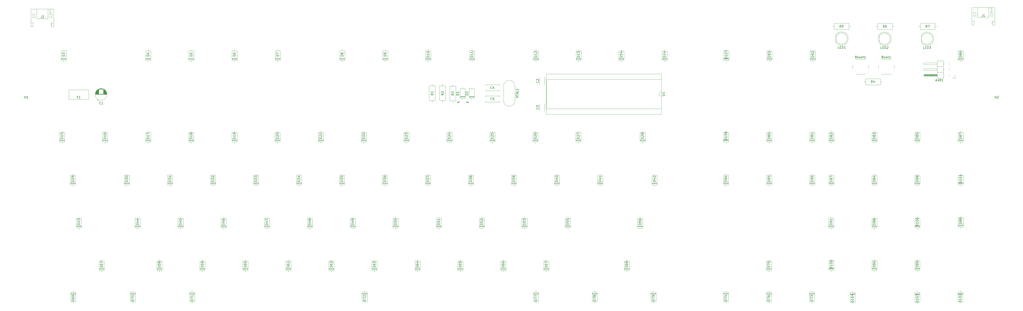
<source format=gto>
G04 #@! TF.GenerationSoftware,KiCad,Pcbnew,5.1.6-c6e7f7d~87~ubuntu18.04.1*
G04 #@! TF.CreationDate,2020-08-05T12:53:25+02:00*
G04 #@! TF.ProjectId,aek2_usb,61656b32-5f75-4736-922e-6b696361645f,rev?*
G04 #@! TF.SameCoordinates,Original*
G04 #@! TF.FileFunction,Legend,Top*
G04 #@! TF.FilePolarity,Positive*
%FSLAX46Y46*%
G04 Gerber Fmt 4.6, Leading zero omitted, Abs format (unit mm)*
G04 Created by KiCad (PCBNEW 5.1.6-c6e7f7d~87~ubuntu18.04.1) date 2020-08-05 12:53:25*
%MOMM*%
%LPD*%
G01*
G04 APERTURE LIST*
%ADD10C,0.120000*%
%ADD11C,0.150000*%
%ADD12C,0.010000*%
%ADD13O,1.700000X1.700000*%
%ADD14R,1.700000X1.700000*%
%ADD15O,1.300000X1.850000*%
%ADD16C,1.600000*%
%ADD17C,2.100000*%
%ADD18C,1.700000*%
%ADD19C,1.900000*%
%ADD20R,1.900000X1.900000*%
%ADD21O,1.800000X1.800000*%
%ADD22R,1.800000X1.800000*%
G04 APERTURE END LIST*
D10*
G04 #@! TO.C,D24*
X274343000Y-168525000D02*
X276583000Y-168525000D01*
X274343000Y-168285000D02*
X276583000Y-168285000D01*
X274343000Y-168405000D02*
X276583000Y-168405000D01*
X275463000Y-164235000D02*
X275463000Y-164885000D01*
X275463000Y-169775000D02*
X275463000Y-169125000D01*
X274343000Y-164885000D02*
X274343000Y-169125000D01*
X276583000Y-164885000D02*
X274343000Y-164885000D01*
X276583000Y-169125000D02*
X276583000Y-164885000D01*
X274343000Y-169125000D02*
X276583000Y-169125000D01*
G04 #@! TO.C,J1*
X515921200Y-115785600D02*
X515921200Y-117000600D01*
X515861200Y-111825600D02*
X515861200Y-109565600D01*
X515361200Y-111825600D02*
X515361200Y-109565600D01*
X508761200Y-113425600D02*
X507761200Y-113425600D01*
X508761200Y-111825600D02*
X508761200Y-113425600D01*
X507761200Y-111825600D02*
X508761200Y-111825600D01*
X507761200Y-113425600D02*
X507761200Y-111825600D01*
X515361200Y-113425600D02*
X516361200Y-113425600D01*
X515361200Y-111825600D02*
X515361200Y-113425600D01*
X516361200Y-111825600D02*
X515361200Y-111825600D01*
X516361200Y-113425600D02*
X516361200Y-111825600D01*
X507001200Y-115785600D02*
X507921200Y-115785600D01*
X517121200Y-115785600D02*
X516201200Y-115785600D01*
X509561200Y-113925600D02*
X509561200Y-109565600D01*
X514561200Y-113925600D02*
X509561200Y-113925600D01*
X514561200Y-109565600D02*
X514561200Y-113925600D01*
X507921200Y-115785600D02*
X508201200Y-115785600D01*
X507921200Y-117385600D02*
X507921200Y-115785600D01*
X507001200Y-117385600D02*
X507921200Y-117385600D01*
X507001200Y-109565600D02*
X507001200Y-117385600D01*
X517121200Y-109565600D02*
X507001200Y-109565600D01*
X517121200Y-117385600D02*
X517121200Y-109565600D01*
X516201200Y-117385600D02*
X517121200Y-117385600D01*
X516201200Y-115785600D02*
X516201200Y-117385600D01*
X515921200Y-115785600D02*
X516201200Y-115785600D01*
G04 #@! TO.C,D56*
X358848800Y-206650400D02*
X361088800Y-206650400D01*
X358848800Y-206410400D02*
X361088800Y-206410400D01*
X358848800Y-206530400D02*
X361088800Y-206530400D01*
X359968800Y-202360400D02*
X359968800Y-203010400D01*
X359968800Y-207900400D02*
X359968800Y-207250400D01*
X358848800Y-203010400D02*
X358848800Y-207250400D01*
X361088800Y-203010400D02*
X358848800Y-203010400D01*
X361088800Y-207250400D02*
X361088800Y-203010400D01*
X358848800Y-207250400D02*
X361088800Y-207250400D01*
G04 #@! TO.C,D85*
X481734000Y-168525000D02*
X483974000Y-168525000D01*
X481734000Y-168285000D02*
X483974000Y-168285000D01*
X481734000Y-168405000D02*
X483974000Y-168405000D01*
X482854000Y-164235000D02*
X482854000Y-164885000D01*
X482854000Y-169775000D02*
X482854000Y-169125000D01*
X481734000Y-164885000D02*
X481734000Y-169125000D01*
X483974000Y-164885000D02*
X481734000Y-164885000D01*
X483974000Y-169125000D02*
X483974000Y-164885000D01*
X481734000Y-169125000D02*
X483974000Y-169125000D01*
G04 #@! TO.C,D99*
X481734000Y-187575000D02*
X483974000Y-187575000D01*
X481734000Y-187335000D02*
X483974000Y-187335000D01*
X481734000Y-187455000D02*
X483974000Y-187455000D01*
X482854000Y-183285000D02*
X482854000Y-183935000D01*
X482854000Y-188825000D02*
X482854000Y-188175000D01*
X481734000Y-183935000D02*
X481734000Y-188175000D01*
X483974000Y-183935000D02*
X481734000Y-183935000D01*
X483974000Y-188175000D02*
X483974000Y-183935000D01*
X481734000Y-188175000D02*
X483974000Y-188175000D01*
G04 #@! TO.C,D96*
X435125000Y-187575000D02*
X437365000Y-187575000D01*
X435125000Y-187335000D02*
X437365000Y-187335000D01*
X435125000Y-187455000D02*
X437365000Y-187455000D01*
X436245000Y-183285000D02*
X436245000Y-183935000D01*
X436245000Y-188825000D02*
X436245000Y-188175000D01*
X435125000Y-183935000D02*
X435125000Y-188175000D01*
X437365000Y-183935000D02*
X435125000Y-183935000D01*
X437365000Y-188175000D02*
X437365000Y-183935000D01*
X435125000Y-188175000D02*
X437365000Y-188175000D01*
G04 #@! TO.C,D89*
X481734000Y-225421000D02*
X483974000Y-225421000D01*
X481734000Y-225181000D02*
X483974000Y-225181000D01*
X481734000Y-225301000D02*
X483974000Y-225301000D01*
X482854000Y-221131000D02*
X482854000Y-221781000D01*
X482854000Y-226671000D02*
X482854000Y-226021000D01*
X481734000Y-221781000D02*
X481734000Y-226021000D01*
X483974000Y-221781000D02*
X481734000Y-221781000D01*
X483974000Y-226021000D02*
X483974000Y-221781000D01*
X481734000Y-226021000D02*
X483974000Y-226021000D01*
G04 #@! TO.C,D90*
X462684000Y-225421000D02*
X464924000Y-225421000D01*
X462684000Y-225181000D02*
X464924000Y-225181000D01*
X462684000Y-225301000D02*
X464924000Y-225301000D01*
X463804000Y-221131000D02*
X463804000Y-221781000D01*
X463804000Y-226671000D02*
X463804000Y-226021000D01*
X462684000Y-221781000D02*
X462684000Y-226021000D01*
X464924000Y-221781000D02*
X462684000Y-221781000D01*
X464924000Y-226021000D02*
X464924000Y-221781000D01*
X462684000Y-226021000D02*
X464924000Y-226021000D01*
G04 #@! TO.C,D105*
X443634000Y-225421000D02*
X445874000Y-225421000D01*
X443634000Y-225181000D02*
X445874000Y-225181000D01*
X443634000Y-225301000D02*
X445874000Y-225301000D01*
X444754000Y-221131000D02*
X444754000Y-221781000D01*
X444754000Y-226671000D02*
X444754000Y-226021000D01*
X443634000Y-221781000D02*
X443634000Y-226021000D01*
X445874000Y-221781000D02*
X443634000Y-221781000D01*
X445874000Y-226021000D02*
X445874000Y-221781000D01*
X443634000Y-226021000D02*
X445874000Y-226021000D01*
G04 #@! TO.C,D106*
X396898000Y-168525000D02*
X399138000Y-168525000D01*
X396898000Y-168285000D02*
X399138000Y-168285000D01*
X396898000Y-168405000D02*
X399138000Y-168405000D01*
X398018000Y-164235000D02*
X398018000Y-164885000D01*
X398018000Y-169775000D02*
X398018000Y-169125000D01*
X396898000Y-164885000D02*
X396898000Y-169125000D01*
X399138000Y-164885000D02*
X396898000Y-164885000D01*
X399138000Y-169125000D02*
X399138000Y-164885000D01*
X396898000Y-169125000D02*
X399138000Y-169125000D01*
G04 #@! TO.C,D100*
X481734000Y-206625000D02*
X483974000Y-206625000D01*
X481734000Y-206385000D02*
X483974000Y-206385000D01*
X481734000Y-206505000D02*
X483974000Y-206505000D01*
X482854000Y-202335000D02*
X482854000Y-202985000D01*
X482854000Y-207875000D02*
X482854000Y-207225000D01*
X481734000Y-202985000D02*
X481734000Y-207225000D01*
X483974000Y-202985000D02*
X481734000Y-202985000D01*
X483974000Y-207225000D02*
X483974000Y-202985000D01*
X481734000Y-207225000D02*
X483974000Y-207225000D01*
G04 #@! TO.C,D98*
X462684000Y-206625000D02*
X464924000Y-206625000D01*
X462684000Y-206385000D02*
X464924000Y-206385000D01*
X462684000Y-206505000D02*
X464924000Y-206505000D01*
X463804000Y-202335000D02*
X463804000Y-202985000D01*
X463804000Y-207875000D02*
X463804000Y-207225000D01*
X462684000Y-202985000D02*
X462684000Y-207225000D01*
X464924000Y-202985000D02*
X462684000Y-202985000D01*
X464924000Y-207225000D02*
X464924000Y-202985000D01*
X462684000Y-207225000D02*
X464924000Y-207225000D01*
G04 #@! TO.C,D91*
X443507000Y-206625000D02*
X445747000Y-206625000D01*
X443507000Y-206385000D02*
X445747000Y-206385000D01*
X443507000Y-206505000D02*
X445747000Y-206505000D01*
X444627000Y-202335000D02*
X444627000Y-202985000D01*
X444627000Y-207875000D02*
X444627000Y-207225000D01*
X443507000Y-202985000D02*
X443507000Y-207225000D01*
X445747000Y-202985000D02*
X443507000Y-202985000D01*
X445747000Y-207225000D02*
X445747000Y-202985000D01*
X443507000Y-207225000D02*
X445747000Y-207225000D01*
G04 #@! TO.C,D104*
X455272000Y-236478000D02*
X453032000Y-236478000D01*
X455272000Y-236718000D02*
X453032000Y-236718000D01*
X455272000Y-236598000D02*
X453032000Y-236598000D01*
X454152000Y-240768000D02*
X454152000Y-240118000D01*
X454152000Y-235228000D02*
X454152000Y-235878000D01*
X455272000Y-240118000D02*
X455272000Y-235878000D01*
X453032000Y-240118000D02*
X455272000Y-240118000D01*
X453032000Y-235878000D02*
X453032000Y-240118000D01*
X455272000Y-235878000D02*
X453032000Y-235878000D01*
G04 #@! TO.C,D103*
X483974000Y-236478000D02*
X481734000Y-236478000D01*
X483974000Y-236718000D02*
X481734000Y-236718000D01*
X483974000Y-236598000D02*
X481734000Y-236598000D01*
X482854000Y-240768000D02*
X482854000Y-240118000D01*
X482854000Y-235228000D02*
X482854000Y-235878000D01*
X483974000Y-240118000D02*
X483974000Y-235878000D01*
X481734000Y-240118000D02*
X483974000Y-240118000D01*
X481734000Y-235878000D02*
X481734000Y-240118000D01*
X483974000Y-235878000D02*
X481734000Y-235878000D01*
G04 #@! TO.C,D87*
X500911000Y-168525000D02*
X503151000Y-168525000D01*
X500911000Y-168285000D02*
X503151000Y-168285000D01*
X500911000Y-168405000D02*
X503151000Y-168405000D01*
X502031000Y-164235000D02*
X502031000Y-164885000D01*
X502031000Y-169775000D02*
X502031000Y-169125000D01*
X500911000Y-164885000D02*
X500911000Y-169125000D01*
X503151000Y-164885000D02*
X500911000Y-164885000D01*
X503151000Y-169125000D02*
X503151000Y-164885000D01*
X500911000Y-169125000D02*
X503151000Y-169125000D01*
G04 #@! TO.C,D102*
X503024000Y-236351000D02*
X500784000Y-236351000D01*
X503024000Y-236591000D02*
X500784000Y-236591000D01*
X503024000Y-236471000D02*
X500784000Y-236471000D01*
X501904000Y-240641000D02*
X501904000Y-239991000D01*
X501904000Y-235101000D02*
X501904000Y-235751000D01*
X503024000Y-239991000D02*
X503024000Y-235751000D01*
X500784000Y-239991000D02*
X503024000Y-239991000D01*
X500784000Y-235751000D02*
X500784000Y-239991000D01*
X503024000Y-235751000D02*
X500784000Y-235751000D01*
G04 #@! TO.C,D84*
X462684000Y-187575000D02*
X464924000Y-187575000D01*
X462684000Y-187335000D02*
X464924000Y-187335000D01*
X462684000Y-187455000D02*
X464924000Y-187455000D01*
X463804000Y-183285000D02*
X463804000Y-183935000D01*
X463804000Y-188825000D02*
X463804000Y-188175000D01*
X462684000Y-183935000D02*
X462684000Y-188175000D01*
X464924000Y-183935000D02*
X462684000Y-183935000D01*
X464924000Y-188175000D02*
X464924000Y-183935000D01*
X462684000Y-188175000D02*
X464924000Y-188175000D01*
G04 #@! TO.C,D97*
X443634000Y-187575000D02*
X445874000Y-187575000D01*
X443634000Y-187335000D02*
X445874000Y-187335000D01*
X443634000Y-187455000D02*
X445874000Y-187455000D01*
X444754000Y-183285000D02*
X444754000Y-183935000D01*
X444754000Y-188825000D02*
X444754000Y-188175000D01*
X443634000Y-183935000D02*
X443634000Y-188175000D01*
X445874000Y-183935000D02*
X443634000Y-183935000D01*
X445874000Y-188175000D02*
X445874000Y-183935000D01*
X443634000Y-188175000D02*
X445874000Y-188175000D01*
G04 #@! TO.C,D83*
X462684000Y-168525000D02*
X464924000Y-168525000D01*
X462684000Y-168285000D02*
X464924000Y-168285000D01*
X462684000Y-168405000D02*
X464924000Y-168405000D01*
X463804000Y-164235000D02*
X463804000Y-164885000D01*
X463804000Y-169775000D02*
X463804000Y-169125000D01*
X462684000Y-164885000D02*
X462684000Y-169125000D01*
X464924000Y-164885000D02*
X462684000Y-164885000D01*
X464924000Y-169125000D02*
X464924000Y-164885000D01*
X462684000Y-169125000D02*
X464924000Y-169125000D01*
G04 #@! TO.C,D82*
X443634000Y-168525000D02*
X445874000Y-168525000D01*
X443634000Y-168285000D02*
X445874000Y-168285000D01*
X443634000Y-168405000D02*
X445874000Y-168405000D01*
X444754000Y-164235000D02*
X444754000Y-164885000D01*
X444754000Y-169775000D02*
X444754000Y-169125000D01*
X443634000Y-164885000D02*
X443634000Y-169125000D01*
X445874000Y-164885000D02*
X443634000Y-164885000D01*
X445874000Y-169125000D02*
X445874000Y-164885000D01*
X443634000Y-169125000D02*
X445874000Y-169125000D01*
G04 #@! TO.C,D101*
X500911000Y-187575000D02*
X503151000Y-187575000D01*
X500911000Y-187335000D02*
X503151000Y-187335000D01*
X500911000Y-187455000D02*
X503151000Y-187455000D01*
X502031000Y-183285000D02*
X502031000Y-183935000D01*
X502031000Y-188825000D02*
X502031000Y-188175000D01*
X500911000Y-183935000D02*
X500911000Y-188175000D01*
X503151000Y-183935000D02*
X500911000Y-183935000D01*
X503151000Y-188175000D02*
X503151000Y-183935000D01*
X500911000Y-188175000D02*
X503151000Y-188175000D01*
G04 #@! TO.C,D81*
X435125000Y-168525000D02*
X437365000Y-168525000D01*
X435125000Y-168285000D02*
X437365000Y-168285000D01*
X435125000Y-168405000D02*
X437365000Y-168405000D01*
X436245000Y-164235000D02*
X436245000Y-164885000D01*
X436245000Y-169775000D02*
X436245000Y-169125000D01*
X435125000Y-164885000D02*
X435125000Y-169125000D01*
X437365000Y-164885000D02*
X435125000Y-164885000D01*
X437365000Y-169125000D02*
X437365000Y-164885000D01*
X435125000Y-169125000D02*
X437365000Y-169125000D01*
G04 #@! TO.C,D94*
X396898000Y-187575000D02*
X399138000Y-187575000D01*
X396898000Y-187335000D02*
X399138000Y-187335000D01*
X396898000Y-187455000D02*
X399138000Y-187455000D01*
X398018000Y-183285000D02*
X398018000Y-183935000D01*
X398018000Y-188825000D02*
X398018000Y-188175000D01*
X396898000Y-183935000D02*
X396898000Y-188175000D01*
X399138000Y-183935000D02*
X396898000Y-183935000D01*
X399138000Y-188175000D02*
X399138000Y-183935000D01*
X396898000Y-188175000D02*
X399138000Y-188175000D01*
G04 #@! TO.C,D95*
X416075000Y-187575000D02*
X418315000Y-187575000D01*
X416075000Y-187335000D02*
X418315000Y-187335000D01*
X416075000Y-187455000D02*
X418315000Y-187455000D01*
X417195000Y-183285000D02*
X417195000Y-183935000D01*
X417195000Y-188825000D02*
X417195000Y-188175000D01*
X416075000Y-183935000D02*
X416075000Y-188175000D01*
X418315000Y-183935000D02*
X416075000Y-183935000D01*
X418315000Y-188175000D02*
X418315000Y-183935000D01*
X416075000Y-188175000D02*
X418315000Y-188175000D01*
G04 #@! TO.C,D80*
X416075000Y-168525000D02*
X418315000Y-168525000D01*
X416075000Y-168285000D02*
X418315000Y-168285000D01*
X416075000Y-168405000D02*
X418315000Y-168405000D01*
X417195000Y-164235000D02*
X417195000Y-164885000D01*
X417195000Y-169775000D02*
X417195000Y-169125000D01*
X416075000Y-164885000D02*
X416075000Y-169125000D01*
X418315000Y-164885000D02*
X416075000Y-164885000D01*
X418315000Y-169125000D02*
X418315000Y-164885000D01*
X416075000Y-169125000D02*
X418315000Y-169125000D01*
G04 #@! TO.C,D88*
X500911000Y-206244000D02*
X503151000Y-206244000D01*
X500911000Y-206004000D02*
X503151000Y-206004000D01*
X500911000Y-206124000D02*
X503151000Y-206124000D01*
X502031000Y-201954000D02*
X502031000Y-202604000D01*
X502031000Y-207494000D02*
X502031000Y-206844000D01*
X500911000Y-202604000D02*
X500911000Y-206844000D01*
X503151000Y-202604000D02*
X500911000Y-202604000D01*
X503151000Y-206844000D02*
X503151000Y-202604000D01*
X500911000Y-206844000D02*
X503151000Y-206844000D01*
G04 #@! TO.C,D86*
X500911000Y-132457000D02*
X503151000Y-132457000D01*
X500911000Y-132217000D02*
X503151000Y-132217000D01*
X500911000Y-132337000D02*
X503151000Y-132337000D01*
X502031000Y-128167000D02*
X502031000Y-128817000D01*
X502031000Y-133707000D02*
X502031000Y-133057000D01*
X500911000Y-128817000D02*
X500911000Y-133057000D01*
X503151000Y-128817000D02*
X500911000Y-128817000D01*
X503151000Y-133057000D02*
X503151000Y-128817000D01*
X500911000Y-133057000D02*
X503151000Y-133057000D01*
G04 #@! TO.C,D92*
X435379000Y-132457000D02*
X437619000Y-132457000D01*
X435379000Y-132217000D02*
X437619000Y-132217000D01*
X435379000Y-132337000D02*
X437619000Y-132337000D01*
X436499000Y-128167000D02*
X436499000Y-128817000D01*
X436499000Y-133707000D02*
X436499000Y-133057000D01*
X435379000Y-128817000D02*
X435379000Y-133057000D01*
X437619000Y-128817000D02*
X435379000Y-128817000D01*
X437619000Y-133057000D02*
X437619000Y-128817000D01*
X435379000Y-133057000D02*
X437619000Y-133057000D01*
G04 #@! TO.C,D93*
X416202000Y-132457000D02*
X418442000Y-132457000D01*
X416202000Y-132217000D02*
X418442000Y-132217000D01*
X416202000Y-132337000D02*
X418442000Y-132337000D01*
X417322000Y-128167000D02*
X417322000Y-128817000D01*
X417322000Y-133707000D02*
X417322000Y-133057000D01*
X416202000Y-128817000D02*
X416202000Y-133057000D01*
X418442000Y-128817000D02*
X416202000Y-128817000D01*
X418442000Y-133057000D02*
X418442000Y-128817000D01*
X416202000Y-133057000D02*
X418442000Y-133057000D01*
G04 #@! TO.C,D107*
X397025000Y-132457000D02*
X399265000Y-132457000D01*
X397025000Y-132217000D02*
X399265000Y-132217000D01*
X397025000Y-132337000D02*
X399265000Y-132337000D01*
X398145000Y-128167000D02*
X398145000Y-128817000D01*
X398145000Y-133707000D02*
X398145000Y-133057000D01*
X397025000Y-128817000D02*
X397025000Y-133057000D01*
X399265000Y-128817000D02*
X397025000Y-128817000D01*
X399265000Y-133057000D02*
X399265000Y-128817000D01*
X397025000Y-133057000D02*
X399265000Y-133057000D01*
G04 #@! TO.C,D79*
X367007000Y-236351000D02*
X364767000Y-236351000D01*
X367007000Y-236591000D02*
X364767000Y-236591000D01*
X367007000Y-236471000D02*
X364767000Y-236471000D01*
X365887000Y-240641000D02*
X365887000Y-239991000D01*
X365887000Y-235101000D02*
X365887000Y-235751000D01*
X367007000Y-239991000D02*
X367007000Y-235751000D01*
X364767000Y-239991000D02*
X367007000Y-239991000D01*
X364767000Y-235751000D02*
X364767000Y-239991000D01*
X367007000Y-235751000D02*
X364767000Y-235751000D01*
G04 #@! TO.C,D78*
X340972000Y-236351000D02*
X338732000Y-236351000D01*
X340972000Y-236591000D02*
X338732000Y-236591000D01*
X340972000Y-236471000D02*
X338732000Y-236471000D01*
X339852000Y-240641000D02*
X339852000Y-239991000D01*
X339852000Y-235101000D02*
X339852000Y-235751000D01*
X340972000Y-239991000D02*
X340972000Y-235751000D01*
X338732000Y-239991000D02*
X340972000Y-239991000D01*
X338732000Y-235751000D02*
X338732000Y-239991000D01*
X340972000Y-235751000D02*
X338732000Y-235751000D01*
G04 #@! TO.C,D77*
X314937000Y-236351000D02*
X312697000Y-236351000D01*
X314937000Y-236591000D02*
X312697000Y-236591000D01*
X314937000Y-236471000D02*
X312697000Y-236471000D01*
X313817000Y-240641000D02*
X313817000Y-239991000D01*
X313817000Y-235101000D02*
X313817000Y-235751000D01*
X314937000Y-239991000D02*
X314937000Y-235751000D01*
X312697000Y-239991000D02*
X314937000Y-239991000D01*
X312697000Y-235751000D02*
X312697000Y-239991000D01*
X314937000Y-235751000D02*
X312697000Y-235751000D01*
G04 #@! TO.C,D74*
X399138000Y-236351000D02*
X396898000Y-236351000D01*
X399138000Y-236591000D02*
X396898000Y-236591000D01*
X399138000Y-236471000D02*
X396898000Y-236471000D01*
X398018000Y-240641000D02*
X398018000Y-239991000D01*
X398018000Y-235101000D02*
X398018000Y-235751000D01*
X399138000Y-239991000D02*
X399138000Y-235751000D01*
X396898000Y-239991000D02*
X399138000Y-239991000D01*
X396898000Y-235751000D02*
X396898000Y-239991000D01*
X399138000Y-235751000D02*
X396898000Y-235751000D01*
G04 #@! TO.C,D75*
X415948000Y-225548000D02*
X418188000Y-225548000D01*
X415948000Y-225308000D02*
X418188000Y-225308000D01*
X415948000Y-225428000D02*
X418188000Y-225428000D01*
X417068000Y-221258000D02*
X417068000Y-221908000D01*
X417068000Y-226798000D02*
X417068000Y-226148000D01*
X415948000Y-221908000D02*
X415948000Y-226148000D01*
X418188000Y-221908000D02*
X415948000Y-221908000D01*
X418188000Y-226148000D02*
X418188000Y-221908000D01*
X415948000Y-226148000D02*
X418188000Y-226148000D01*
G04 #@! TO.C,D72*
X238991000Y-236351000D02*
X236751000Y-236351000D01*
X238991000Y-236591000D02*
X236751000Y-236591000D01*
X238991000Y-236471000D02*
X236751000Y-236471000D01*
X237871000Y-240641000D02*
X237871000Y-239991000D01*
X237871000Y-235101000D02*
X237871000Y-235751000D01*
X238991000Y-239991000D02*
X238991000Y-235751000D01*
X236751000Y-239991000D02*
X238991000Y-239991000D01*
X236751000Y-235751000D02*
X236751000Y-239991000D01*
X238991000Y-235751000D02*
X236751000Y-235751000D01*
G04 #@! TO.C,D76*
X418188000Y-236351000D02*
X415948000Y-236351000D01*
X418188000Y-236591000D02*
X415948000Y-236591000D01*
X418188000Y-236471000D02*
X415948000Y-236471000D01*
X417068000Y-240641000D02*
X417068000Y-239991000D01*
X417068000Y-235101000D02*
X417068000Y-235751000D01*
X418188000Y-239991000D02*
X418188000Y-235751000D01*
X415948000Y-239991000D02*
X418188000Y-239991000D01*
X415948000Y-235751000D02*
X415948000Y-239991000D01*
X418188000Y-235751000D02*
X415948000Y-235751000D01*
G04 #@! TO.C,D73*
X437238000Y-236351000D02*
X434998000Y-236351000D01*
X437238000Y-236591000D02*
X434998000Y-236591000D01*
X437238000Y-236471000D02*
X434998000Y-236471000D01*
X436118000Y-240641000D02*
X436118000Y-239991000D01*
X436118000Y-235101000D02*
X436118000Y-235751000D01*
X437238000Y-239991000D02*
X437238000Y-235751000D01*
X434998000Y-239991000D02*
X437238000Y-239991000D01*
X434998000Y-235751000D02*
X434998000Y-239991000D01*
X437238000Y-235751000D02*
X434998000Y-235751000D01*
G04 #@! TO.C,D71*
X162537000Y-236351000D02*
X160297000Y-236351000D01*
X162537000Y-236591000D02*
X160297000Y-236591000D01*
X162537000Y-236471000D02*
X160297000Y-236471000D01*
X161417000Y-240641000D02*
X161417000Y-239991000D01*
X161417000Y-235101000D02*
X161417000Y-235751000D01*
X162537000Y-239991000D02*
X162537000Y-235751000D01*
X160297000Y-239991000D02*
X162537000Y-239991000D01*
X160297000Y-235751000D02*
X160297000Y-239991000D01*
X162537000Y-235751000D02*
X160297000Y-235751000D01*
G04 #@! TO.C,D70*
X136248000Y-236351000D02*
X134008000Y-236351000D01*
X136248000Y-236591000D02*
X134008000Y-236591000D01*
X136248000Y-236471000D02*
X134008000Y-236471000D01*
X135128000Y-240641000D02*
X135128000Y-239991000D01*
X135128000Y-235101000D02*
X135128000Y-235751000D01*
X136248000Y-239991000D02*
X136248000Y-235751000D01*
X134008000Y-239991000D02*
X136248000Y-239991000D01*
X134008000Y-235751000D02*
X134008000Y-239991000D01*
X136248000Y-235751000D02*
X134008000Y-235751000D01*
G04 #@! TO.C,D69*
X109832000Y-236351000D02*
X107592000Y-236351000D01*
X109832000Y-236591000D02*
X107592000Y-236591000D01*
X109832000Y-236471000D02*
X107592000Y-236471000D01*
X108712000Y-240641000D02*
X108712000Y-239991000D01*
X108712000Y-235101000D02*
X108712000Y-235751000D01*
X109832000Y-239991000D02*
X109832000Y-235751000D01*
X107592000Y-239991000D02*
X109832000Y-239991000D01*
X107592000Y-235751000D02*
X107592000Y-239991000D01*
X109832000Y-235751000D02*
X107592000Y-235751000D01*
G04 #@! TO.C,D68*
X352956000Y-225548000D02*
X355196000Y-225548000D01*
X352956000Y-225308000D02*
X355196000Y-225308000D01*
X352956000Y-225428000D02*
X355196000Y-225428000D01*
X354076000Y-221258000D02*
X354076000Y-221908000D01*
X354076000Y-226798000D02*
X354076000Y-226148000D01*
X352956000Y-221908000D02*
X352956000Y-226148000D01*
X355196000Y-221908000D02*
X352956000Y-221908000D01*
X355196000Y-226148000D02*
X355196000Y-221908000D01*
X352956000Y-226148000D02*
X355196000Y-226148000D01*
G04 #@! TO.C,D67*
X317269000Y-225548000D02*
X319509000Y-225548000D01*
X317269000Y-225308000D02*
X319509000Y-225308000D01*
X317269000Y-225428000D02*
X319509000Y-225428000D01*
X318389000Y-221258000D02*
X318389000Y-221908000D01*
X318389000Y-226798000D02*
X318389000Y-226148000D01*
X317269000Y-221908000D02*
X317269000Y-226148000D01*
X319509000Y-221908000D02*
X317269000Y-221908000D01*
X319509000Y-226148000D02*
X319509000Y-221908000D01*
X317269000Y-226148000D02*
X319509000Y-226148000D01*
G04 #@! TO.C,D66*
X298219000Y-225548000D02*
X300459000Y-225548000D01*
X298219000Y-225308000D02*
X300459000Y-225308000D01*
X298219000Y-225428000D02*
X300459000Y-225428000D01*
X299339000Y-221258000D02*
X299339000Y-221908000D01*
X299339000Y-226798000D02*
X299339000Y-226148000D01*
X298219000Y-221908000D02*
X298219000Y-226148000D01*
X300459000Y-221908000D02*
X298219000Y-221908000D01*
X300459000Y-226148000D02*
X300459000Y-221908000D01*
X298219000Y-226148000D02*
X300459000Y-226148000D01*
G04 #@! TO.C,D65*
X279169000Y-225548000D02*
X281409000Y-225548000D01*
X279169000Y-225308000D02*
X281409000Y-225308000D01*
X279169000Y-225428000D02*
X281409000Y-225428000D01*
X280289000Y-221258000D02*
X280289000Y-221908000D01*
X280289000Y-226798000D02*
X280289000Y-226148000D01*
X279169000Y-221908000D02*
X279169000Y-226148000D01*
X281409000Y-221908000D02*
X279169000Y-221908000D01*
X281409000Y-226148000D02*
X281409000Y-221908000D01*
X279169000Y-226148000D02*
X281409000Y-226148000D01*
G04 #@! TO.C,D64*
X260246000Y-225548000D02*
X262486000Y-225548000D01*
X260246000Y-225308000D02*
X262486000Y-225308000D01*
X260246000Y-225428000D02*
X262486000Y-225428000D01*
X261366000Y-221258000D02*
X261366000Y-221908000D01*
X261366000Y-226798000D02*
X261366000Y-226148000D01*
X260246000Y-221908000D02*
X260246000Y-226148000D01*
X262486000Y-221908000D02*
X260246000Y-221908000D01*
X262486000Y-226148000D02*
X262486000Y-221908000D01*
X260246000Y-226148000D02*
X262486000Y-226148000D01*
G04 #@! TO.C,D63*
X241069000Y-225548000D02*
X243309000Y-225548000D01*
X241069000Y-225308000D02*
X243309000Y-225308000D01*
X241069000Y-225428000D02*
X243309000Y-225428000D01*
X242189000Y-221258000D02*
X242189000Y-221908000D01*
X242189000Y-226798000D02*
X242189000Y-226148000D01*
X241069000Y-221908000D02*
X241069000Y-226148000D01*
X243309000Y-221908000D02*
X241069000Y-221908000D01*
X243309000Y-226148000D02*
X243309000Y-221908000D01*
X241069000Y-226148000D02*
X243309000Y-226148000D01*
G04 #@! TO.C,D62*
X222019000Y-225548000D02*
X224259000Y-225548000D01*
X222019000Y-225308000D02*
X224259000Y-225308000D01*
X222019000Y-225428000D02*
X224259000Y-225428000D01*
X223139000Y-221258000D02*
X223139000Y-221908000D01*
X223139000Y-226798000D02*
X223139000Y-226148000D01*
X222019000Y-221908000D02*
X222019000Y-226148000D01*
X224259000Y-221908000D02*
X222019000Y-221908000D01*
X224259000Y-226148000D02*
X224259000Y-221908000D01*
X222019000Y-226148000D02*
X224259000Y-226148000D01*
G04 #@! TO.C,D61*
X202969000Y-225548000D02*
X205209000Y-225548000D01*
X202969000Y-225308000D02*
X205209000Y-225308000D01*
X202969000Y-225428000D02*
X205209000Y-225428000D01*
X204089000Y-221258000D02*
X204089000Y-221908000D01*
X204089000Y-226798000D02*
X204089000Y-226148000D01*
X202969000Y-221908000D02*
X202969000Y-226148000D01*
X205209000Y-221908000D02*
X202969000Y-221908000D01*
X205209000Y-226148000D02*
X205209000Y-221908000D01*
X202969000Y-226148000D02*
X205209000Y-226148000D01*
G04 #@! TO.C,D60*
X183919000Y-225548000D02*
X186159000Y-225548000D01*
X183919000Y-225308000D02*
X186159000Y-225308000D01*
X183919000Y-225428000D02*
X186159000Y-225428000D01*
X185039000Y-221258000D02*
X185039000Y-221908000D01*
X185039000Y-226798000D02*
X185039000Y-226148000D01*
X183919000Y-221908000D02*
X183919000Y-226148000D01*
X186159000Y-221908000D02*
X183919000Y-221908000D01*
X186159000Y-226148000D02*
X186159000Y-221908000D01*
X183919000Y-226148000D02*
X186159000Y-226148000D01*
G04 #@! TO.C,D59*
X164869000Y-225548000D02*
X167109000Y-225548000D01*
X164869000Y-225308000D02*
X167109000Y-225308000D01*
X164869000Y-225428000D02*
X167109000Y-225428000D01*
X165989000Y-221258000D02*
X165989000Y-221908000D01*
X165989000Y-226798000D02*
X165989000Y-226148000D01*
X164869000Y-221908000D02*
X164869000Y-226148000D01*
X167109000Y-221908000D02*
X164869000Y-221908000D01*
X167109000Y-226148000D02*
X167109000Y-221908000D01*
X164869000Y-226148000D02*
X167109000Y-226148000D01*
G04 #@! TO.C,D58*
X145819000Y-225548000D02*
X148059000Y-225548000D01*
X145819000Y-225308000D02*
X148059000Y-225308000D01*
X145819000Y-225428000D02*
X148059000Y-225428000D01*
X146939000Y-221258000D02*
X146939000Y-221908000D01*
X146939000Y-226798000D02*
X146939000Y-226148000D01*
X145819000Y-221908000D02*
X145819000Y-226148000D01*
X148059000Y-221908000D02*
X145819000Y-221908000D01*
X148059000Y-226148000D02*
X148059000Y-221908000D01*
X145819000Y-226148000D02*
X148059000Y-226148000D01*
G04 #@! TO.C,D57*
X120241200Y-225548000D02*
X122481200Y-225548000D01*
X120241200Y-225308000D02*
X122481200Y-225308000D01*
X120241200Y-225428000D02*
X122481200Y-225428000D01*
X121361200Y-221258000D02*
X121361200Y-221908000D01*
X121361200Y-226798000D02*
X121361200Y-226148000D01*
X120241200Y-221908000D02*
X120241200Y-226148000D01*
X122481200Y-221908000D02*
X120241200Y-221908000D01*
X122481200Y-226148000D02*
X122481200Y-221908000D01*
X120241200Y-226148000D02*
X122481200Y-226148000D01*
G04 #@! TO.C,D55*
X326794000Y-206625000D02*
X329034000Y-206625000D01*
X326794000Y-206385000D02*
X329034000Y-206385000D01*
X326794000Y-206505000D02*
X329034000Y-206505000D01*
X327914000Y-202335000D02*
X327914000Y-202985000D01*
X327914000Y-207875000D02*
X327914000Y-207225000D01*
X326794000Y-202985000D02*
X326794000Y-207225000D01*
X329034000Y-202985000D02*
X326794000Y-202985000D01*
X329034000Y-207225000D02*
X329034000Y-202985000D01*
X326794000Y-207225000D02*
X329034000Y-207225000D01*
G04 #@! TO.C,D54*
X350543000Y-132457000D02*
X352783000Y-132457000D01*
X350543000Y-132217000D02*
X352783000Y-132217000D01*
X350543000Y-132337000D02*
X352783000Y-132337000D01*
X351663000Y-128167000D02*
X351663000Y-128817000D01*
X351663000Y-133707000D02*
X351663000Y-133057000D01*
X350543000Y-128817000D02*
X350543000Y-133057000D01*
X352783000Y-128817000D02*
X350543000Y-128817000D01*
X352783000Y-133057000D02*
X352783000Y-128817000D01*
X350543000Y-133057000D02*
X352783000Y-133057000D01*
G04 #@! TO.C,D53*
X307617000Y-206625000D02*
X309857000Y-206625000D01*
X307617000Y-206385000D02*
X309857000Y-206385000D01*
X307617000Y-206505000D02*
X309857000Y-206505000D01*
X308737000Y-202335000D02*
X308737000Y-202985000D01*
X308737000Y-207875000D02*
X308737000Y-207225000D01*
X307617000Y-202985000D02*
X307617000Y-207225000D01*
X309857000Y-202985000D02*
X307617000Y-202985000D01*
X309857000Y-207225000D02*
X309857000Y-202985000D01*
X307617000Y-207225000D02*
X309857000Y-207225000D01*
G04 #@! TO.C,D52*
X288694000Y-206625000D02*
X290934000Y-206625000D01*
X288694000Y-206385000D02*
X290934000Y-206385000D01*
X288694000Y-206505000D02*
X290934000Y-206505000D01*
X289814000Y-202335000D02*
X289814000Y-202985000D01*
X289814000Y-207875000D02*
X289814000Y-207225000D01*
X288694000Y-202985000D02*
X288694000Y-207225000D01*
X290934000Y-202985000D02*
X288694000Y-202985000D01*
X290934000Y-207225000D02*
X290934000Y-202985000D01*
X288694000Y-207225000D02*
X290934000Y-207225000D01*
G04 #@! TO.C,D51*
X269644000Y-206625000D02*
X271884000Y-206625000D01*
X269644000Y-206385000D02*
X271884000Y-206385000D01*
X269644000Y-206505000D02*
X271884000Y-206505000D01*
X270764000Y-202335000D02*
X270764000Y-202985000D01*
X270764000Y-207875000D02*
X270764000Y-207225000D01*
X269644000Y-202985000D02*
X269644000Y-207225000D01*
X271884000Y-202985000D02*
X269644000Y-202985000D01*
X271884000Y-207225000D02*
X271884000Y-202985000D01*
X269644000Y-207225000D02*
X271884000Y-207225000D01*
G04 #@! TO.C,D50*
X250467000Y-206625000D02*
X252707000Y-206625000D01*
X250467000Y-206385000D02*
X252707000Y-206385000D01*
X250467000Y-206505000D02*
X252707000Y-206505000D01*
X251587000Y-202335000D02*
X251587000Y-202985000D01*
X251587000Y-207875000D02*
X251587000Y-207225000D01*
X250467000Y-202985000D02*
X250467000Y-207225000D01*
X252707000Y-202985000D02*
X250467000Y-202985000D01*
X252707000Y-207225000D02*
X252707000Y-202985000D01*
X250467000Y-207225000D02*
X252707000Y-207225000D01*
G04 #@! TO.C,D49*
X231544000Y-206625000D02*
X233784000Y-206625000D01*
X231544000Y-206385000D02*
X233784000Y-206385000D01*
X231544000Y-206505000D02*
X233784000Y-206505000D01*
X232664000Y-202335000D02*
X232664000Y-202985000D01*
X232664000Y-207875000D02*
X232664000Y-207225000D01*
X231544000Y-202985000D02*
X231544000Y-207225000D01*
X233784000Y-202985000D02*
X231544000Y-202985000D01*
X233784000Y-207225000D02*
X233784000Y-202985000D01*
X231544000Y-207225000D02*
X233784000Y-207225000D01*
G04 #@! TO.C,D48*
X212494000Y-206625000D02*
X214734000Y-206625000D01*
X212494000Y-206385000D02*
X214734000Y-206385000D01*
X212494000Y-206505000D02*
X214734000Y-206505000D01*
X213614000Y-202335000D02*
X213614000Y-202985000D01*
X213614000Y-207875000D02*
X213614000Y-207225000D01*
X212494000Y-202985000D02*
X212494000Y-207225000D01*
X214734000Y-202985000D02*
X212494000Y-202985000D01*
X214734000Y-207225000D02*
X214734000Y-202985000D01*
X212494000Y-207225000D02*
X214734000Y-207225000D01*
G04 #@! TO.C,D47*
X193444000Y-206625000D02*
X195684000Y-206625000D01*
X193444000Y-206385000D02*
X195684000Y-206385000D01*
X193444000Y-206505000D02*
X195684000Y-206505000D01*
X194564000Y-202335000D02*
X194564000Y-202985000D01*
X194564000Y-207875000D02*
X194564000Y-207225000D01*
X193444000Y-202985000D02*
X193444000Y-207225000D01*
X195684000Y-202985000D02*
X193444000Y-202985000D01*
X195684000Y-207225000D02*
X195684000Y-202985000D01*
X193444000Y-207225000D02*
X195684000Y-207225000D01*
G04 #@! TO.C,D46*
X174267000Y-206625000D02*
X176507000Y-206625000D01*
X174267000Y-206385000D02*
X176507000Y-206385000D01*
X174267000Y-206505000D02*
X176507000Y-206505000D01*
X175387000Y-202335000D02*
X175387000Y-202985000D01*
X175387000Y-207875000D02*
X175387000Y-207225000D01*
X174267000Y-202985000D02*
X174267000Y-207225000D01*
X176507000Y-202985000D02*
X174267000Y-202985000D01*
X176507000Y-207225000D02*
X176507000Y-202985000D01*
X174267000Y-207225000D02*
X176507000Y-207225000D01*
G04 #@! TO.C,D45*
X155217000Y-206625000D02*
X157457000Y-206625000D01*
X155217000Y-206385000D02*
X157457000Y-206385000D01*
X155217000Y-206505000D02*
X157457000Y-206505000D01*
X156337000Y-202335000D02*
X156337000Y-202985000D01*
X156337000Y-207875000D02*
X156337000Y-207225000D01*
X155217000Y-202985000D02*
X155217000Y-207225000D01*
X157457000Y-202985000D02*
X155217000Y-202985000D01*
X157457000Y-207225000D02*
X157457000Y-202985000D01*
X155217000Y-207225000D02*
X157457000Y-207225000D01*
G04 #@! TO.C,D44*
X136167000Y-206625000D02*
X138407000Y-206625000D01*
X136167000Y-206385000D02*
X138407000Y-206385000D01*
X136167000Y-206505000D02*
X138407000Y-206505000D01*
X137287000Y-202335000D02*
X137287000Y-202985000D01*
X137287000Y-207875000D02*
X137287000Y-207225000D01*
X136167000Y-202985000D02*
X136167000Y-207225000D01*
X138407000Y-202985000D02*
X136167000Y-202985000D01*
X138407000Y-207225000D02*
X138407000Y-202985000D01*
X136167000Y-207225000D02*
X138407000Y-207225000D01*
G04 #@! TO.C,D43*
X110132000Y-206625000D02*
X112372000Y-206625000D01*
X110132000Y-206385000D02*
X112372000Y-206385000D01*
X110132000Y-206505000D02*
X112372000Y-206505000D01*
X111252000Y-202335000D02*
X111252000Y-202985000D01*
X111252000Y-207875000D02*
X111252000Y-207225000D01*
X110132000Y-202985000D02*
X110132000Y-207225000D01*
X112372000Y-202985000D02*
X110132000Y-202985000D01*
X112372000Y-207225000D02*
X112372000Y-202985000D01*
X110132000Y-207225000D02*
X112372000Y-207225000D01*
G04 #@! TO.C,D42*
X365249600Y-187600400D02*
X367489600Y-187600400D01*
X365249600Y-187360400D02*
X367489600Y-187360400D01*
X365249600Y-187480400D02*
X367489600Y-187480400D01*
X366369600Y-183310400D02*
X366369600Y-183960400D01*
X366369600Y-188850400D02*
X366369600Y-188200400D01*
X365249600Y-183960400D02*
X365249600Y-188200400D01*
X367489600Y-183960400D02*
X365249600Y-183960400D01*
X367489600Y-188200400D02*
X367489600Y-183960400D01*
X365249600Y-188200400D02*
X367489600Y-188200400D01*
G04 #@! TO.C,D41*
X341145000Y-187575000D02*
X343385000Y-187575000D01*
X341145000Y-187335000D02*
X343385000Y-187335000D01*
X341145000Y-187455000D02*
X343385000Y-187455000D01*
X342265000Y-183285000D02*
X342265000Y-183935000D01*
X342265000Y-188825000D02*
X342265000Y-188175000D01*
X341145000Y-183935000D02*
X341145000Y-188175000D01*
X343385000Y-183935000D02*
X341145000Y-183935000D01*
X343385000Y-188175000D02*
X343385000Y-183935000D01*
X341145000Y-188175000D02*
X343385000Y-188175000D01*
G04 #@! TO.C,D40*
X321968000Y-187575000D02*
X324208000Y-187575000D01*
X321968000Y-187335000D02*
X324208000Y-187335000D01*
X321968000Y-187455000D02*
X324208000Y-187455000D01*
X323088000Y-183285000D02*
X323088000Y-183935000D01*
X323088000Y-188825000D02*
X323088000Y-188175000D01*
X321968000Y-183935000D02*
X321968000Y-188175000D01*
X324208000Y-183935000D02*
X321968000Y-183935000D01*
X324208000Y-188175000D02*
X324208000Y-183935000D01*
X321968000Y-188175000D02*
X324208000Y-188175000D01*
G04 #@! TO.C,D39*
X302918000Y-187575000D02*
X305158000Y-187575000D01*
X302918000Y-187335000D02*
X305158000Y-187335000D01*
X302918000Y-187455000D02*
X305158000Y-187455000D01*
X304038000Y-183285000D02*
X304038000Y-183935000D01*
X304038000Y-188825000D02*
X304038000Y-188175000D01*
X302918000Y-183935000D02*
X302918000Y-188175000D01*
X305158000Y-183935000D02*
X302918000Y-183935000D01*
X305158000Y-188175000D02*
X305158000Y-183935000D01*
X302918000Y-188175000D02*
X305158000Y-188175000D01*
G04 #@! TO.C,D38*
X283868000Y-187575000D02*
X286108000Y-187575000D01*
X283868000Y-187335000D02*
X286108000Y-187335000D01*
X283868000Y-187455000D02*
X286108000Y-187455000D01*
X284988000Y-183285000D02*
X284988000Y-183935000D01*
X284988000Y-188825000D02*
X284988000Y-188175000D01*
X283868000Y-183935000D02*
X283868000Y-188175000D01*
X286108000Y-183935000D02*
X283868000Y-183935000D01*
X286108000Y-188175000D02*
X286108000Y-183935000D01*
X283868000Y-188175000D02*
X286108000Y-188175000D01*
G04 #@! TO.C,D37*
X264818000Y-187575000D02*
X267058000Y-187575000D01*
X264818000Y-187335000D02*
X267058000Y-187335000D01*
X264818000Y-187455000D02*
X267058000Y-187455000D01*
X265938000Y-183285000D02*
X265938000Y-183935000D01*
X265938000Y-188825000D02*
X265938000Y-188175000D01*
X264818000Y-183935000D02*
X264818000Y-188175000D01*
X267058000Y-183935000D02*
X264818000Y-183935000D01*
X267058000Y-188175000D02*
X267058000Y-183935000D01*
X264818000Y-188175000D02*
X267058000Y-188175000D01*
G04 #@! TO.C,D36*
X245768000Y-187575000D02*
X248008000Y-187575000D01*
X245768000Y-187335000D02*
X248008000Y-187335000D01*
X245768000Y-187455000D02*
X248008000Y-187455000D01*
X246888000Y-183285000D02*
X246888000Y-183935000D01*
X246888000Y-188825000D02*
X246888000Y-188175000D01*
X245768000Y-183935000D02*
X245768000Y-188175000D01*
X248008000Y-183935000D02*
X245768000Y-183935000D01*
X248008000Y-188175000D02*
X248008000Y-183935000D01*
X245768000Y-188175000D02*
X248008000Y-188175000D01*
G04 #@! TO.C,D35*
X226718000Y-187575000D02*
X228958000Y-187575000D01*
X226718000Y-187335000D02*
X228958000Y-187335000D01*
X226718000Y-187455000D02*
X228958000Y-187455000D01*
X227838000Y-183285000D02*
X227838000Y-183935000D01*
X227838000Y-188825000D02*
X227838000Y-188175000D01*
X226718000Y-183935000D02*
X226718000Y-188175000D01*
X228958000Y-183935000D02*
X226718000Y-183935000D01*
X228958000Y-188175000D02*
X228958000Y-183935000D01*
X226718000Y-188175000D02*
X228958000Y-188175000D01*
G04 #@! TO.C,D34*
X207668000Y-187575000D02*
X209908000Y-187575000D01*
X207668000Y-187335000D02*
X209908000Y-187335000D01*
X207668000Y-187455000D02*
X209908000Y-187455000D01*
X208788000Y-183285000D02*
X208788000Y-183935000D01*
X208788000Y-188825000D02*
X208788000Y-188175000D01*
X207668000Y-183935000D02*
X207668000Y-188175000D01*
X209908000Y-183935000D02*
X207668000Y-183935000D01*
X209908000Y-188175000D02*
X209908000Y-183935000D01*
X207668000Y-188175000D02*
X209908000Y-188175000D01*
G04 #@! TO.C,D33*
X188618000Y-187575000D02*
X190858000Y-187575000D01*
X188618000Y-187335000D02*
X190858000Y-187335000D01*
X188618000Y-187455000D02*
X190858000Y-187455000D01*
X189738000Y-183285000D02*
X189738000Y-183935000D01*
X189738000Y-188825000D02*
X189738000Y-188175000D01*
X188618000Y-183935000D02*
X188618000Y-188175000D01*
X190858000Y-183935000D02*
X188618000Y-183935000D01*
X190858000Y-188175000D02*
X190858000Y-183935000D01*
X188618000Y-188175000D02*
X190858000Y-188175000D01*
G04 #@! TO.C,D32*
X169568000Y-187575000D02*
X171808000Y-187575000D01*
X169568000Y-187335000D02*
X171808000Y-187335000D01*
X169568000Y-187455000D02*
X171808000Y-187455000D01*
X170688000Y-183285000D02*
X170688000Y-183935000D01*
X170688000Y-188825000D02*
X170688000Y-188175000D01*
X169568000Y-183935000D02*
X169568000Y-188175000D01*
X171808000Y-183935000D02*
X169568000Y-183935000D01*
X171808000Y-188175000D02*
X171808000Y-183935000D01*
X169568000Y-188175000D02*
X171808000Y-188175000D01*
G04 #@! TO.C,D31*
X150518000Y-187575000D02*
X152758000Y-187575000D01*
X150518000Y-187335000D02*
X152758000Y-187335000D01*
X150518000Y-187455000D02*
X152758000Y-187455000D01*
X151638000Y-183285000D02*
X151638000Y-183935000D01*
X151638000Y-188825000D02*
X151638000Y-188175000D01*
X150518000Y-183935000D02*
X150518000Y-188175000D01*
X152758000Y-183935000D02*
X150518000Y-183935000D01*
X152758000Y-188175000D02*
X152758000Y-183935000D01*
X150518000Y-188175000D02*
X152758000Y-188175000D01*
G04 #@! TO.C,D30*
X131341000Y-187575000D02*
X133581000Y-187575000D01*
X131341000Y-187335000D02*
X133581000Y-187335000D01*
X131341000Y-187455000D02*
X133581000Y-187455000D01*
X132461000Y-183285000D02*
X132461000Y-183935000D01*
X132461000Y-188825000D02*
X132461000Y-188175000D01*
X131341000Y-183935000D02*
X131341000Y-188175000D01*
X133581000Y-183935000D02*
X131341000Y-183935000D01*
X133581000Y-188175000D02*
X133581000Y-183935000D01*
X131341000Y-188175000D02*
X133581000Y-188175000D01*
G04 #@! TO.C,D29*
X107465000Y-187575000D02*
X109705000Y-187575000D01*
X107465000Y-187335000D02*
X109705000Y-187335000D01*
X107465000Y-187455000D02*
X109705000Y-187455000D01*
X108585000Y-183285000D02*
X108585000Y-183935000D01*
X108585000Y-188825000D02*
X108585000Y-188175000D01*
X107465000Y-183935000D02*
X107465000Y-188175000D01*
X109705000Y-183935000D02*
X107465000Y-183935000D01*
X109705000Y-188175000D02*
X109705000Y-183935000D01*
X107465000Y-188175000D02*
X109705000Y-188175000D01*
G04 #@! TO.C,D28*
X359941000Y-168525000D02*
X362181000Y-168525000D01*
X359941000Y-168285000D02*
X362181000Y-168285000D01*
X359941000Y-168405000D02*
X362181000Y-168405000D01*
X361061000Y-164235000D02*
X361061000Y-164885000D01*
X361061000Y-169775000D02*
X361061000Y-169125000D01*
X359941000Y-164885000D02*
X359941000Y-169125000D01*
X362181000Y-164885000D02*
X359941000Y-164885000D01*
X362181000Y-169125000D02*
X362181000Y-164885000D01*
X359941000Y-169125000D02*
X362181000Y-169125000D01*
G04 #@! TO.C,D27*
X331493000Y-168525000D02*
X333733000Y-168525000D01*
X331493000Y-168285000D02*
X333733000Y-168285000D01*
X331493000Y-168405000D02*
X333733000Y-168405000D01*
X332613000Y-164235000D02*
X332613000Y-164885000D01*
X332613000Y-169775000D02*
X332613000Y-169125000D01*
X331493000Y-164885000D02*
X331493000Y-169125000D01*
X333733000Y-164885000D02*
X331493000Y-164885000D01*
X333733000Y-169125000D02*
X333733000Y-164885000D01*
X331493000Y-169125000D02*
X333733000Y-169125000D01*
G04 #@! TO.C,D26*
X312443000Y-168525000D02*
X314683000Y-168525000D01*
X312443000Y-168285000D02*
X314683000Y-168285000D01*
X312443000Y-168405000D02*
X314683000Y-168405000D01*
X313563000Y-164235000D02*
X313563000Y-164885000D01*
X313563000Y-169775000D02*
X313563000Y-169125000D01*
X312443000Y-164885000D02*
X312443000Y-169125000D01*
X314683000Y-164885000D02*
X312443000Y-164885000D01*
X314683000Y-169125000D02*
X314683000Y-164885000D01*
X312443000Y-169125000D02*
X314683000Y-169125000D01*
G04 #@! TO.C,D25*
X293393000Y-168525000D02*
X295633000Y-168525000D01*
X293393000Y-168285000D02*
X295633000Y-168285000D01*
X293393000Y-168405000D02*
X295633000Y-168405000D01*
X294513000Y-164235000D02*
X294513000Y-164885000D01*
X294513000Y-169775000D02*
X294513000Y-169125000D01*
X293393000Y-164885000D02*
X293393000Y-169125000D01*
X295633000Y-164885000D02*
X293393000Y-164885000D01*
X295633000Y-169125000D02*
X295633000Y-164885000D01*
X293393000Y-169125000D02*
X295633000Y-169125000D01*
G04 #@! TO.C,D23*
X255293000Y-168525000D02*
X257533000Y-168525000D01*
X255293000Y-168285000D02*
X257533000Y-168285000D01*
X255293000Y-168405000D02*
X257533000Y-168405000D01*
X256413000Y-164235000D02*
X256413000Y-164885000D01*
X256413000Y-169775000D02*
X256413000Y-169125000D01*
X255293000Y-164885000D02*
X255293000Y-169125000D01*
X257533000Y-164885000D02*
X255293000Y-164885000D01*
X257533000Y-169125000D02*
X257533000Y-164885000D01*
X255293000Y-169125000D02*
X257533000Y-169125000D01*
G04 #@! TO.C,D22*
X236370000Y-168525000D02*
X238610000Y-168525000D01*
X236370000Y-168285000D02*
X238610000Y-168285000D01*
X236370000Y-168405000D02*
X238610000Y-168405000D01*
X237490000Y-164235000D02*
X237490000Y-164885000D01*
X237490000Y-169775000D02*
X237490000Y-169125000D01*
X236370000Y-164885000D02*
X236370000Y-169125000D01*
X238610000Y-164885000D02*
X236370000Y-164885000D01*
X238610000Y-169125000D02*
X238610000Y-164885000D01*
X236370000Y-169125000D02*
X238610000Y-169125000D01*
G04 #@! TO.C,D21*
X217320000Y-168525000D02*
X219560000Y-168525000D01*
X217320000Y-168285000D02*
X219560000Y-168285000D01*
X217320000Y-168405000D02*
X219560000Y-168405000D01*
X218440000Y-164235000D02*
X218440000Y-164885000D01*
X218440000Y-169775000D02*
X218440000Y-169125000D01*
X217320000Y-164885000D02*
X217320000Y-169125000D01*
X219560000Y-164885000D02*
X217320000Y-164885000D01*
X219560000Y-169125000D02*
X219560000Y-164885000D01*
X217320000Y-169125000D02*
X219560000Y-169125000D01*
G04 #@! TO.C,D20*
X198143000Y-168525000D02*
X200383000Y-168525000D01*
X198143000Y-168285000D02*
X200383000Y-168285000D01*
X198143000Y-168405000D02*
X200383000Y-168405000D01*
X199263000Y-164235000D02*
X199263000Y-164885000D01*
X199263000Y-169775000D02*
X199263000Y-169125000D01*
X198143000Y-164885000D02*
X198143000Y-169125000D01*
X200383000Y-164885000D02*
X198143000Y-164885000D01*
X200383000Y-169125000D02*
X200383000Y-164885000D01*
X198143000Y-169125000D02*
X200383000Y-169125000D01*
G04 #@! TO.C,D19*
X179093000Y-168525000D02*
X181333000Y-168525000D01*
X179093000Y-168285000D02*
X181333000Y-168285000D01*
X179093000Y-168405000D02*
X181333000Y-168405000D01*
X180213000Y-164235000D02*
X180213000Y-164885000D01*
X180213000Y-169775000D02*
X180213000Y-169125000D01*
X179093000Y-164885000D02*
X179093000Y-169125000D01*
X181333000Y-164885000D02*
X179093000Y-164885000D01*
X181333000Y-169125000D02*
X181333000Y-164885000D01*
X179093000Y-169125000D02*
X181333000Y-169125000D01*
G04 #@! TO.C,D18*
X159916000Y-168525000D02*
X162156000Y-168525000D01*
X159916000Y-168285000D02*
X162156000Y-168285000D01*
X159916000Y-168405000D02*
X162156000Y-168405000D01*
X161036000Y-164235000D02*
X161036000Y-164885000D01*
X161036000Y-169775000D02*
X161036000Y-169125000D01*
X159916000Y-164885000D02*
X159916000Y-169125000D01*
X162156000Y-164885000D02*
X159916000Y-164885000D01*
X162156000Y-169125000D02*
X162156000Y-164885000D01*
X159916000Y-169125000D02*
X162156000Y-169125000D01*
G04 #@! TO.C,D17*
X140866000Y-168525000D02*
X143106000Y-168525000D01*
X140866000Y-168285000D02*
X143106000Y-168285000D01*
X140866000Y-168405000D02*
X143106000Y-168405000D01*
X141986000Y-164235000D02*
X141986000Y-164885000D01*
X141986000Y-169775000D02*
X141986000Y-169125000D01*
X140866000Y-164885000D02*
X140866000Y-169125000D01*
X143106000Y-164885000D02*
X140866000Y-164885000D01*
X143106000Y-169125000D02*
X143106000Y-164885000D01*
X140866000Y-169125000D02*
X143106000Y-169125000D01*
G04 #@! TO.C,D16*
X121689000Y-168525000D02*
X123929000Y-168525000D01*
X121689000Y-168285000D02*
X123929000Y-168285000D01*
X121689000Y-168405000D02*
X123929000Y-168405000D01*
X122809000Y-164235000D02*
X122809000Y-164885000D01*
X122809000Y-169775000D02*
X122809000Y-169125000D01*
X121689000Y-164885000D02*
X121689000Y-169125000D01*
X123929000Y-164885000D02*
X121689000Y-164885000D01*
X123929000Y-169125000D02*
X123929000Y-164885000D01*
X121689000Y-169125000D02*
X123929000Y-169125000D01*
G04 #@! TO.C,D15*
X102639000Y-168525000D02*
X104879000Y-168525000D01*
X102639000Y-168285000D02*
X104879000Y-168285000D01*
X102639000Y-168405000D02*
X104879000Y-168405000D01*
X103759000Y-164235000D02*
X103759000Y-164885000D01*
X103759000Y-169775000D02*
X103759000Y-169125000D01*
X102639000Y-164885000D02*
X102639000Y-169125000D01*
X104879000Y-164885000D02*
X102639000Y-164885000D01*
X104879000Y-169125000D02*
X104879000Y-164885000D01*
X102639000Y-169125000D02*
X104879000Y-169125000D01*
G04 #@! TO.C,D14*
X369720000Y-132457000D02*
X371960000Y-132457000D01*
X369720000Y-132217000D02*
X371960000Y-132217000D01*
X369720000Y-132337000D02*
X371960000Y-132337000D01*
X370840000Y-128167000D02*
X370840000Y-128817000D01*
X370840000Y-133707000D02*
X370840000Y-133057000D01*
X369720000Y-128817000D02*
X369720000Y-133057000D01*
X371960000Y-128817000D02*
X369720000Y-128817000D01*
X371960000Y-133057000D02*
X371960000Y-128817000D01*
X369720000Y-133057000D02*
X371960000Y-133057000D01*
G04 #@! TO.C,D13*
X331620000Y-132457000D02*
X333860000Y-132457000D01*
X331620000Y-132217000D02*
X333860000Y-132217000D01*
X331620000Y-132337000D02*
X333860000Y-132337000D01*
X332740000Y-128167000D02*
X332740000Y-128817000D01*
X332740000Y-133707000D02*
X332740000Y-133057000D01*
X331620000Y-128817000D02*
X331620000Y-133057000D01*
X333860000Y-128817000D02*
X331620000Y-128817000D01*
X333860000Y-133057000D02*
X333860000Y-128817000D01*
X331620000Y-133057000D02*
X333860000Y-133057000D01*
G04 #@! TO.C,D12*
X312697000Y-132457000D02*
X314937000Y-132457000D01*
X312697000Y-132217000D02*
X314937000Y-132217000D01*
X312697000Y-132337000D02*
X314937000Y-132337000D01*
X313817000Y-128167000D02*
X313817000Y-128817000D01*
X313817000Y-133707000D02*
X313817000Y-133057000D01*
X312697000Y-128817000D02*
X312697000Y-133057000D01*
X314937000Y-128817000D02*
X312697000Y-128817000D01*
X314937000Y-133057000D02*
X314937000Y-128817000D01*
X312697000Y-133057000D02*
X314937000Y-133057000D01*
G04 #@! TO.C,D11*
X284376000Y-132457000D02*
X286616000Y-132457000D01*
X284376000Y-132217000D02*
X286616000Y-132217000D01*
X284376000Y-132337000D02*
X286616000Y-132337000D01*
X285496000Y-128167000D02*
X285496000Y-128817000D01*
X285496000Y-133707000D02*
X285496000Y-133057000D01*
X284376000Y-128817000D02*
X284376000Y-133057000D01*
X286616000Y-128817000D02*
X284376000Y-128817000D01*
X286616000Y-133057000D02*
X286616000Y-128817000D01*
X284376000Y-133057000D02*
X286616000Y-133057000D01*
G04 #@! TO.C,D10*
X264945000Y-132457000D02*
X267185000Y-132457000D01*
X264945000Y-132217000D02*
X267185000Y-132217000D01*
X264945000Y-132337000D02*
X267185000Y-132337000D01*
X266065000Y-128167000D02*
X266065000Y-128817000D01*
X266065000Y-133707000D02*
X266065000Y-133057000D01*
X264945000Y-128817000D02*
X264945000Y-133057000D01*
X267185000Y-128817000D02*
X264945000Y-128817000D01*
X267185000Y-133057000D02*
X267185000Y-128817000D01*
X264945000Y-133057000D02*
X267185000Y-133057000D01*
G04 #@! TO.C,D9*
X245895000Y-132457000D02*
X248135000Y-132457000D01*
X245895000Y-132217000D02*
X248135000Y-132217000D01*
X245895000Y-132337000D02*
X248135000Y-132337000D01*
X247015000Y-128167000D02*
X247015000Y-128817000D01*
X247015000Y-133707000D02*
X247015000Y-133057000D01*
X245895000Y-128817000D02*
X245895000Y-133057000D01*
X248135000Y-128817000D02*
X245895000Y-128817000D01*
X248135000Y-133057000D02*
X248135000Y-128817000D01*
X245895000Y-133057000D02*
X248135000Y-133057000D01*
G04 #@! TO.C,D8*
X226845000Y-132457000D02*
X229085000Y-132457000D01*
X226845000Y-132217000D02*
X229085000Y-132217000D01*
X226845000Y-132337000D02*
X229085000Y-132337000D01*
X227965000Y-128167000D02*
X227965000Y-128817000D01*
X227965000Y-133707000D02*
X227965000Y-133057000D01*
X226845000Y-128817000D02*
X226845000Y-133057000D01*
X229085000Y-128817000D02*
X226845000Y-128817000D01*
X229085000Y-133057000D02*
X229085000Y-128817000D01*
X226845000Y-133057000D02*
X229085000Y-133057000D01*
G04 #@! TO.C,D7*
X198270000Y-132457000D02*
X200510000Y-132457000D01*
X198270000Y-132217000D02*
X200510000Y-132217000D01*
X198270000Y-132337000D02*
X200510000Y-132337000D01*
X199390000Y-128167000D02*
X199390000Y-128817000D01*
X199390000Y-133707000D02*
X199390000Y-133057000D01*
X198270000Y-128817000D02*
X198270000Y-133057000D01*
X200510000Y-128817000D02*
X198270000Y-128817000D01*
X200510000Y-133057000D02*
X200510000Y-128817000D01*
X198270000Y-133057000D02*
X200510000Y-133057000D01*
G04 #@! TO.C,D6*
X179093000Y-132457000D02*
X181333000Y-132457000D01*
X179093000Y-132217000D02*
X181333000Y-132217000D01*
X179093000Y-132337000D02*
X181333000Y-132337000D01*
X180213000Y-128167000D02*
X180213000Y-128817000D01*
X180213000Y-133707000D02*
X180213000Y-133057000D01*
X179093000Y-128817000D02*
X179093000Y-133057000D01*
X181333000Y-128817000D02*
X179093000Y-128817000D01*
X181333000Y-133057000D02*
X181333000Y-128817000D01*
X179093000Y-133057000D02*
X181333000Y-133057000D01*
G04 #@! TO.C,D5*
X159979500Y-132457000D02*
X162219500Y-132457000D01*
X159979500Y-132217000D02*
X162219500Y-132217000D01*
X159979500Y-132337000D02*
X162219500Y-132337000D01*
X161099500Y-128167000D02*
X161099500Y-128817000D01*
X161099500Y-133707000D02*
X161099500Y-133057000D01*
X159979500Y-128817000D02*
X159979500Y-133057000D01*
X162219500Y-128817000D02*
X159979500Y-128817000D01*
X162219500Y-133057000D02*
X162219500Y-128817000D01*
X159979500Y-133057000D02*
X162219500Y-133057000D01*
G04 #@! TO.C,D4*
X140866000Y-132457000D02*
X143106000Y-132457000D01*
X140866000Y-132217000D02*
X143106000Y-132217000D01*
X140866000Y-132337000D02*
X143106000Y-132337000D01*
X141986000Y-128167000D02*
X141986000Y-128817000D01*
X141986000Y-133707000D02*
X141986000Y-133057000D01*
X140866000Y-128817000D02*
X140866000Y-133057000D01*
X143106000Y-128817000D02*
X140866000Y-128817000D01*
X143106000Y-133057000D02*
X143106000Y-128817000D01*
X140866000Y-133057000D02*
X143106000Y-133057000D01*
G04 #@! TO.C,D3*
X103401000Y-132457000D02*
X105641000Y-132457000D01*
X103401000Y-132217000D02*
X105641000Y-132217000D01*
X103401000Y-132337000D02*
X105641000Y-132337000D01*
X104521000Y-128167000D02*
X104521000Y-128817000D01*
X104521000Y-133707000D02*
X104521000Y-133057000D01*
X103401000Y-128817000D02*
X103401000Y-133057000D01*
X105641000Y-128817000D02*
X103401000Y-128817000D01*
X105641000Y-133057000D02*
X105641000Y-128817000D01*
X103401000Y-133057000D02*
X105641000Y-133057000D01*
G04 #@! TO.C,D2*
X284249000Y-149221000D02*
X286489000Y-149221000D01*
X284249000Y-148981000D02*
X286489000Y-148981000D01*
X284249000Y-149101000D02*
X286489000Y-149101000D01*
X285369000Y-144931000D02*
X285369000Y-145581000D01*
X285369000Y-150471000D02*
X285369000Y-149821000D01*
X284249000Y-145581000D02*
X284249000Y-149821000D01*
X286489000Y-145581000D02*
X284249000Y-145581000D01*
X286489000Y-149821000D02*
X286489000Y-145581000D01*
X284249000Y-149821000D02*
X286489000Y-149821000D01*
G04 #@! TO.C,D1*
X280185000Y-149221000D02*
X282425000Y-149221000D01*
X280185000Y-148981000D02*
X282425000Y-148981000D01*
X280185000Y-149101000D02*
X282425000Y-149101000D01*
X281305000Y-144931000D02*
X281305000Y-145581000D01*
X281305000Y-150471000D02*
X281305000Y-149821000D01*
X280185000Y-145581000D02*
X280185000Y-149821000D01*
X282425000Y-145581000D02*
X280185000Y-145581000D01*
X282425000Y-149821000D02*
X282425000Y-145581000D01*
X280185000Y-149821000D02*
X282425000Y-149821000D01*
G04 #@! TO.C,XTAL1*
X299481000Y-144401000D02*
X299481000Y-150801000D01*
X304531000Y-144401000D02*
X304531000Y-150801000D01*
X299481000Y-150801000D02*
G75*
G03*
X304531000Y-150801000I2525000J0D01*
G01*
X299481000Y-144401000D02*
G75*
G02*
X304531000Y-144401000I2525000J0D01*
G01*
G04 #@! TO.C,U1*
X369436000Y-156905000D02*
X369436000Y-139005000D01*
X318396000Y-156905000D02*
X369436000Y-156905000D01*
X318396000Y-139005000D02*
X318396000Y-156905000D01*
X369436000Y-139005000D02*
X318396000Y-139005000D01*
X369376000Y-154415000D02*
X369376000Y-148955000D01*
X318456000Y-154415000D02*
X369376000Y-154415000D01*
X318456000Y-141495000D02*
X318456000Y-154415000D01*
X369376000Y-141495000D02*
X318456000Y-141495000D01*
X369376000Y-146955000D02*
X369376000Y-141495000D01*
X369376000Y-148955000D02*
G75*
G02*
X369376000Y-146955000I0J1000000D01*
G01*
G04 #@! TO.C,Reset1*
X461156000Y-136604000D02*
X461156000Y-135104000D01*
X459906000Y-132604000D02*
X455406000Y-132604000D01*
X454156000Y-135104000D02*
X454156000Y-136604000D01*
X455406000Y-139104000D02*
X459906000Y-139104000D01*
G04 #@! TO.C,R7*
X483386000Y-117983000D02*
X484156000Y-117983000D01*
X491466000Y-117983000D02*
X490696000Y-117983000D01*
X484156000Y-119353000D02*
X490696000Y-119353000D01*
X484156000Y-116613000D02*
X484156000Y-119353000D01*
X490696000Y-116613000D02*
X484156000Y-116613000D01*
X490696000Y-119353000D02*
X490696000Y-116613000D01*
G04 #@! TO.C,R6*
X464463000Y-117983000D02*
X465233000Y-117983000D01*
X472543000Y-117983000D02*
X471773000Y-117983000D01*
X465233000Y-119353000D02*
X471773000Y-119353000D01*
X465233000Y-116613000D02*
X465233000Y-119353000D01*
X471773000Y-116613000D02*
X465233000Y-116613000D01*
X471773000Y-119353000D02*
X471773000Y-116613000D01*
G04 #@! TO.C,R5*
X445222500Y-117983000D02*
X445992500Y-117983000D01*
X453302500Y-117983000D02*
X452532500Y-117983000D01*
X445992500Y-119353000D02*
X452532500Y-119353000D01*
X445992500Y-116613000D02*
X445992500Y-119353000D01*
X452532500Y-116613000D02*
X445992500Y-116613000D01*
X452532500Y-119353000D02*
X452532500Y-116613000D01*
G04 #@! TO.C,R4*
X459129000Y-142494000D02*
X459899000Y-142494000D01*
X467209000Y-142494000D02*
X466439000Y-142494000D01*
X459899000Y-143864000D02*
X466439000Y-143864000D01*
X459899000Y-141124000D02*
X459899000Y-143864000D01*
X466439000Y-141124000D02*
X459899000Y-141124000D01*
X466439000Y-143864000D02*
X466439000Y-141124000D01*
G04 #@! TO.C,R3*
X276987000Y-143661000D02*
X276987000Y-144431000D01*
X276987000Y-151741000D02*
X276987000Y-150971000D01*
X275617000Y-144431000D02*
X275617000Y-150971000D01*
X278357000Y-144431000D02*
X275617000Y-144431000D01*
X278357000Y-150971000D02*
X278357000Y-144431000D01*
X275617000Y-150971000D02*
X278357000Y-150971000D01*
G04 #@! TO.C,R2*
X272415000Y-143534000D02*
X272415000Y-144304000D01*
X272415000Y-151614000D02*
X272415000Y-150844000D01*
X271045000Y-144304000D02*
X271045000Y-150844000D01*
X273785000Y-144304000D02*
X271045000Y-144304000D01*
X273785000Y-150844000D02*
X273785000Y-144304000D01*
X271045000Y-150844000D02*
X273785000Y-150844000D01*
G04 #@! TO.C,R1*
X267843000Y-143534000D02*
X267843000Y-144304000D01*
X267843000Y-151614000D02*
X267843000Y-150844000D01*
X266473000Y-144304000D02*
X266473000Y-150844000D01*
X269213000Y-144304000D02*
X266473000Y-144304000D01*
X269213000Y-150844000D02*
X269213000Y-144304000D01*
X266473000Y-150844000D02*
X269213000Y-150844000D01*
G04 #@! TO.C,LED3*
X484612000Y-121899000D02*
X484612000Y-124989000D01*
X489672000Y-123444000D02*
G75*
G03*
X489672000Y-123444000I-2500000J0D01*
G01*
X490162000Y-123443538D02*
G75*
G02*
X484612000Y-124988830I-2990000J-462D01*
G01*
X490162000Y-123444462D02*
G75*
G03*
X484612000Y-121899170I-2990000J462D01*
G01*
G04 #@! TO.C,LED2*
X465752500Y-121899000D02*
X465752500Y-124989000D01*
X470812500Y-123444000D02*
G75*
G03*
X470812500Y-123444000I-2500000J0D01*
G01*
X471302500Y-123443538D02*
G75*
G02*
X465752500Y-124988830I-2990000J-462D01*
G01*
X471302500Y-123444462D02*
G75*
G03*
X465752500Y-121899170I-2990000J462D01*
G01*
G04 #@! TO.C,LED1*
X446702500Y-121835500D02*
X446702500Y-124925500D01*
X451762500Y-123380500D02*
G75*
G03*
X451762500Y-123380500I-2500000J0D01*
G01*
X452252500Y-123380038D02*
G75*
G02*
X446702500Y-124925330I-2990000J-462D01*
G01*
X452252500Y-123380962D02*
G75*
G03*
X446702500Y-121835670I-2990000J462D01*
G01*
G04 #@! TO.C,J2*
X98904000Y-116446000D02*
X98904000Y-117661000D01*
X98844000Y-112486000D02*
X98844000Y-110226000D01*
X98344000Y-112486000D02*
X98344000Y-110226000D01*
X91744000Y-114086000D02*
X90744000Y-114086000D01*
X91744000Y-112486000D02*
X91744000Y-114086000D01*
X90744000Y-112486000D02*
X91744000Y-112486000D01*
X90744000Y-114086000D02*
X90744000Y-112486000D01*
X98344000Y-114086000D02*
X99344000Y-114086000D01*
X98344000Y-112486000D02*
X98344000Y-114086000D01*
X99344000Y-112486000D02*
X98344000Y-112486000D01*
X99344000Y-114086000D02*
X99344000Y-112486000D01*
X89984000Y-116446000D02*
X90904000Y-116446000D01*
X100104000Y-116446000D02*
X99184000Y-116446000D01*
X92544000Y-114586000D02*
X92544000Y-110226000D01*
X97544000Y-114586000D02*
X92544000Y-114586000D01*
X97544000Y-110226000D02*
X97544000Y-114586000D01*
X90904000Y-116446000D02*
X91184000Y-116446000D01*
X90904000Y-118046000D02*
X90904000Y-116446000D01*
X89984000Y-118046000D02*
X90904000Y-118046000D01*
X89984000Y-110226000D02*
X89984000Y-118046000D01*
X100104000Y-110226000D02*
X89984000Y-110226000D01*
X100104000Y-118046000D02*
X100104000Y-110226000D01*
X99184000Y-118046000D02*
X100104000Y-118046000D01*
X99184000Y-116446000D02*
X99184000Y-118046000D01*
X98904000Y-116446000D02*
X99184000Y-116446000D01*
G04 #@! TO.C,F1*
X106818500Y-146025500D02*
X115558500Y-146025500D01*
X106818500Y-146025500D02*
X106818500Y-150265500D01*
X115558500Y-150265500D02*
X115558500Y-146025500D01*
X115558500Y-150265500D02*
X106818500Y-150265500D01*
G04 #@! TO.C,C5*
X291433000Y-149189000D02*
X291433000Y-148744000D01*
X291433000Y-151484000D02*
X291433000Y-151039000D01*
X297673000Y-149189000D02*
X297673000Y-148744000D01*
X297673000Y-151484000D02*
X297673000Y-151039000D01*
X297673000Y-148744000D02*
X291433000Y-148744000D01*
X297673000Y-151484000D02*
X291433000Y-151484000D01*
G04 #@! TO.C,C4*
X291433000Y-144236000D02*
X291433000Y-143791000D01*
X291433000Y-146531000D02*
X291433000Y-146086000D01*
X297673000Y-144236000D02*
X297673000Y-143791000D01*
X297673000Y-146531000D02*
X297673000Y-146086000D01*
X297673000Y-143791000D02*
X291433000Y-143791000D01*
X297673000Y-146531000D02*
X291433000Y-146531000D01*
G04 #@! TO.C,C3*
X315429000Y-155397000D02*
X315364000Y-155397000D01*
X317604000Y-155397000D02*
X317539000Y-155397000D01*
X315429000Y-152157000D02*
X315364000Y-152157000D01*
X317604000Y-152157000D02*
X317539000Y-152157000D01*
X315364000Y-152157000D02*
X315364000Y-155397000D01*
X317604000Y-152157000D02*
X317604000Y-155397000D01*
G04 #@! TO.C,C2*
X317539000Y-140513000D02*
X317604000Y-140513000D01*
X315364000Y-140513000D02*
X315429000Y-140513000D01*
X317539000Y-143753000D02*
X317604000Y-143753000D01*
X315364000Y-143753000D02*
X315429000Y-143753000D01*
X317604000Y-143753000D02*
X317604000Y-140513000D01*
X315364000Y-143753000D02*
X315364000Y-140513000D01*
G04 #@! TO.C,C1*
X119369500Y-150656775D02*
X119869500Y-150656775D01*
X119619500Y-150906775D02*
X119619500Y-150406775D01*
X120810500Y-145501000D02*
X121378500Y-145501000D01*
X120576500Y-145541000D02*
X121612500Y-145541000D01*
X120417500Y-145581000D02*
X121771500Y-145581000D01*
X120289500Y-145621000D02*
X121899500Y-145621000D01*
X120179500Y-145661000D02*
X122009500Y-145661000D01*
X120083500Y-145701000D02*
X122105500Y-145701000D01*
X119996500Y-145741000D02*
X122192500Y-145741000D01*
X119916500Y-145781000D02*
X122272500Y-145781000D01*
X122134500Y-145821000D02*
X122345500Y-145821000D01*
X119843500Y-145821000D02*
X120054500Y-145821000D01*
X122134500Y-145861000D02*
X122413500Y-145861000D01*
X119775500Y-145861000D02*
X120054500Y-145861000D01*
X122134500Y-145901000D02*
X122477500Y-145901000D01*
X119711500Y-145901000D02*
X120054500Y-145901000D01*
X122134500Y-145941000D02*
X122537500Y-145941000D01*
X119651500Y-145941000D02*
X120054500Y-145941000D01*
X122134500Y-145981000D02*
X122594500Y-145981000D01*
X119594500Y-145981000D02*
X120054500Y-145981000D01*
X122134500Y-146021000D02*
X122648500Y-146021000D01*
X119540500Y-146021000D02*
X120054500Y-146021000D01*
X122134500Y-146061000D02*
X122699500Y-146061000D01*
X119489500Y-146061000D02*
X120054500Y-146061000D01*
X122134500Y-146101000D02*
X122747500Y-146101000D01*
X119441500Y-146101000D02*
X120054500Y-146101000D01*
X122134500Y-146141000D02*
X122793500Y-146141000D01*
X119395500Y-146141000D02*
X120054500Y-146141000D01*
X122134500Y-146181000D02*
X122837500Y-146181000D01*
X119351500Y-146181000D02*
X120054500Y-146181000D01*
X122134500Y-146221000D02*
X122879500Y-146221000D01*
X119309500Y-146221000D02*
X120054500Y-146221000D01*
X122134500Y-146261000D02*
X122920500Y-146261000D01*
X119268500Y-146261000D02*
X120054500Y-146261000D01*
X122134500Y-146301000D02*
X122958500Y-146301000D01*
X119230500Y-146301000D02*
X120054500Y-146301000D01*
X122134500Y-146341000D02*
X122995500Y-146341000D01*
X119193500Y-146341000D02*
X120054500Y-146341000D01*
X122134500Y-146381000D02*
X123031500Y-146381000D01*
X119157500Y-146381000D02*
X120054500Y-146381000D01*
X122134500Y-146421000D02*
X123065500Y-146421000D01*
X119123500Y-146421000D02*
X120054500Y-146421000D01*
X122134500Y-146461000D02*
X123098500Y-146461000D01*
X119090500Y-146461000D02*
X120054500Y-146461000D01*
X122134500Y-146501000D02*
X123129500Y-146501000D01*
X119059500Y-146501000D02*
X120054500Y-146501000D01*
X122134500Y-146541000D02*
X123159500Y-146541000D01*
X119029500Y-146541000D02*
X120054500Y-146541000D01*
X122134500Y-146581000D02*
X123189500Y-146581000D01*
X118999500Y-146581000D02*
X120054500Y-146581000D01*
X122134500Y-146621000D02*
X123216500Y-146621000D01*
X118972500Y-146621000D02*
X120054500Y-146621000D01*
X122134500Y-146661000D02*
X123243500Y-146661000D01*
X118945500Y-146661000D02*
X120054500Y-146661000D01*
X122134500Y-146701000D02*
X123269500Y-146701000D01*
X118919500Y-146701000D02*
X120054500Y-146701000D01*
X122134500Y-146741000D02*
X123294500Y-146741000D01*
X118894500Y-146741000D02*
X120054500Y-146741000D01*
X122134500Y-146781000D02*
X123318500Y-146781000D01*
X118870500Y-146781000D02*
X120054500Y-146781000D01*
X122134500Y-146821000D02*
X123341500Y-146821000D01*
X118847500Y-146821000D02*
X120054500Y-146821000D01*
X122134500Y-146861000D02*
X123362500Y-146861000D01*
X118826500Y-146861000D02*
X120054500Y-146861000D01*
X122134500Y-146901000D02*
X123384500Y-146901000D01*
X118804500Y-146901000D02*
X120054500Y-146901000D01*
X122134500Y-146941000D02*
X123404500Y-146941000D01*
X118784500Y-146941000D02*
X120054500Y-146941000D01*
X122134500Y-146981000D02*
X123423500Y-146981000D01*
X118765500Y-146981000D02*
X120054500Y-146981000D01*
X122134500Y-147021000D02*
X123442500Y-147021000D01*
X118746500Y-147021000D02*
X120054500Y-147021000D01*
X122134500Y-147061000D02*
X123459500Y-147061000D01*
X118729500Y-147061000D02*
X120054500Y-147061000D01*
X122134500Y-147101000D02*
X123476500Y-147101000D01*
X118712500Y-147101000D02*
X120054500Y-147101000D01*
X122134500Y-147141000D02*
X123492500Y-147141000D01*
X118696500Y-147141000D02*
X120054500Y-147141000D01*
X122134500Y-147181000D02*
X123508500Y-147181000D01*
X118680500Y-147181000D02*
X120054500Y-147181000D01*
X122134500Y-147221000D02*
X123522500Y-147221000D01*
X118666500Y-147221000D02*
X120054500Y-147221000D01*
X122134500Y-147261000D02*
X123536500Y-147261000D01*
X118652500Y-147261000D02*
X120054500Y-147261000D01*
X122134500Y-147301000D02*
X123549500Y-147301000D01*
X118639500Y-147301000D02*
X120054500Y-147301000D01*
X122134500Y-147341000D02*
X123562500Y-147341000D01*
X118626500Y-147341000D02*
X120054500Y-147341000D01*
X122134500Y-147381000D02*
X123574500Y-147381000D01*
X118614500Y-147381000D02*
X120054500Y-147381000D01*
X122134500Y-147422000D02*
X123585500Y-147422000D01*
X118603500Y-147422000D02*
X120054500Y-147422000D01*
X122134500Y-147462000D02*
X123595500Y-147462000D01*
X118593500Y-147462000D02*
X120054500Y-147462000D01*
X122134500Y-147502000D02*
X123605500Y-147502000D01*
X118583500Y-147502000D02*
X120054500Y-147502000D01*
X122134500Y-147542000D02*
X123614500Y-147542000D01*
X118574500Y-147542000D02*
X120054500Y-147542000D01*
X122134500Y-147582000D02*
X123622500Y-147582000D01*
X118566500Y-147582000D02*
X120054500Y-147582000D01*
X122134500Y-147622000D02*
X123630500Y-147622000D01*
X118558500Y-147622000D02*
X120054500Y-147622000D01*
X122134500Y-147662000D02*
X123637500Y-147662000D01*
X118551500Y-147662000D02*
X120054500Y-147662000D01*
X122134500Y-147702000D02*
X123644500Y-147702000D01*
X118544500Y-147702000D02*
X120054500Y-147702000D01*
X122134500Y-147742000D02*
X123650500Y-147742000D01*
X118538500Y-147742000D02*
X120054500Y-147742000D01*
X122134500Y-147782000D02*
X123655500Y-147782000D01*
X118533500Y-147782000D02*
X120054500Y-147782000D01*
X122134500Y-147822000D02*
X123659500Y-147822000D01*
X118529500Y-147822000D02*
X120054500Y-147822000D01*
X122134500Y-147862000D02*
X123663500Y-147862000D01*
X118525500Y-147862000D02*
X120054500Y-147862000D01*
X118521500Y-147902000D02*
X123667500Y-147902000D01*
X118518500Y-147942000D02*
X123670500Y-147942000D01*
X118516500Y-147982000D02*
X123672500Y-147982000D01*
X118515500Y-148022000D02*
X123673500Y-148022000D01*
X118514500Y-148062000D02*
X123674500Y-148062000D01*
X118514500Y-148102000D02*
X123674500Y-148102000D01*
X123714500Y-148102000D02*
G75*
G03*
X123714500Y-148102000I-2620000J0D01*
G01*
G04 #@! TO.C,Boot1*
X472586000Y-136604000D02*
X472586000Y-135104000D01*
X471336000Y-132604000D02*
X466836000Y-132604000D01*
X465586000Y-135104000D02*
X465586000Y-136604000D01*
X466836000Y-139104000D02*
X471336000Y-139104000D01*
G04 #@! TO.C,AVR1*
X499618000Y-140843000D02*
X498348000Y-140843000D01*
X499618000Y-139573000D02*
X499618000Y-140843000D01*
X497305071Y-134113000D02*
X496850929Y-134113000D01*
X497305071Y-134873000D02*
X496850929Y-134873000D01*
X494765071Y-134113000D02*
X494368000Y-134113000D01*
X494765071Y-134873000D02*
X494368000Y-134873000D01*
X485708000Y-134113000D02*
X491708000Y-134113000D01*
X485708000Y-134873000D02*
X485708000Y-134113000D01*
X491708000Y-134873000D02*
X485708000Y-134873000D01*
X494368000Y-135763000D02*
X491708000Y-135763000D01*
X497305071Y-136653000D02*
X496850929Y-136653000D01*
X497305071Y-137413000D02*
X496850929Y-137413000D01*
X494765071Y-136653000D02*
X494368000Y-136653000D01*
X494765071Y-137413000D02*
X494368000Y-137413000D01*
X485708000Y-136653000D02*
X491708000Y-136653000D01*
X485708000Y-137413000D02*
X485708000Y-136653000D01*
X491708000Y-137413000D02*
X485708000Y-137413000D01*
X494368000Y-138303000D02*
X491708000Y-138303000D01*
X497238000Y-139193000D02*
X496850929Y-139193000D01*
X497238000Y-139953000D02*
X496850929Y-139953000D01*
X494765071Y-139193000D02*
X494368000Y-139193000D01*
X494765071Y-139953000D02*
X494368000Y-139953000D01*
X491708000Y-139293000D02*
X485708000Y-139293000D01*
X491708000Y-139413000D02*
X485708000Y-139413000D01*
X491708000Y-139533000D02*
X485708000Y-139533000D01*
X491708000Y-139653000D02*
X485708000Y-139653000D01*
X491708000Y-139773000D02*
X485708000Y-139773000D01*
X491708000Y-139893000D02*
X485708000Y-139893000D01*
X485708000Y-139193000D02*
X491708000Y-139193000D01*
X485708000Y-139953000D02*
X485708000Y-139193000D01*
X491708000Y-139953000D02*
X485708000Y-139953000D01*
X491708000Y-140903000D02*
X494368000Y-140903000D01*
X491708000Y-133163000D02*
X491708000Y-140903000D01*
X494368000Y-133163000D02*
X491708000Y-133163000D01*
X494368000Y-140903000D02*
X494368000Y-133163000D01*
G04 #@! TO.C,D24*
D11*
X275915380Y-167711285D02*
X274915380Y-167711285D01*
X274915380Y-167473190D01*
X274963000Y-167330333D01*
X275058238Y-167235095D01*
X275153476Y-167187476D01*
X275343952Y-167139857D01*
X275486809Y-167139857D01*
X275677285Y-167187476D01*
X275772523Y-167235095D01*
X275867761Y-167330333D01*
X275915380Y-167473190D01*
X275915380Y-167711285D01*
X275010619Y-166758904D02*
X274963000Y-166711285D01*
X274915380Y-166616047D01*
X274915380Y-166377952D01*
X274963000Y-166282714D01*
X275010619Y-166235095D01*
X275105857Y-166187476D01*
X275201095Y-166187476D01*
X275343952Y-166235095D01*
X275915380Y-166806523D01*
X275915380Y-166187476D01*
X275248714Y-165330333D02*
X275915380Y-165330333D01*
X274867761Y-165568428D02*
X275582047Y-165806523D01*
X275582047Y-165187476D01*
G04 #@! TO.C,J1*
X511727866Y-112634780D02*
X511727866Y-113349066D01*
X511680247Y-113491923D01*
X511585009Y-113587161D01*
X511442152Y-113634780D01*
X511346914Y-113634780D01*
X512727866Y-113634780D02*
X512156438Y-113634780D01*
X512442152Y-113634780D02*
X512442152Y-112634780D01*
X512346914Y-112777638D01*
X512251676Y-112872876D01*
X512156438Y-112920495D01*
G04 #@! TO.C,H1*
X87172895Y-149897980D02*
X87172895Y-148897980D01*
X87172895Y-149374171D02*
X87744323Y-149374171D01*
X87744323Y-149897980D02*
X87744323Y-148897980D01*
X88744323Y-149897980D02*
X88172895Y-149897980D01*
X88458609Y-149897980D02*
X88458609Y-148897980D01*
X88363371Y-149040838D01*
X88268133Y-149136076D01*
X88172895Y-149183695D01*
G04 #@! TO.C,H2*
X517296495Y-149897980D02*
X517296495Y-148897980D01*
X517296495Y-149374171D02*
X517867923Y-149374171D01*
X517867923Y-149897980D02*
X517867923Y-148897980D01*
X518296495Y-148993219D02*
X518344114Y-148945600D01*
X518439352Y-148897980D01*
X518677447Y-148897980D01*
X518772685Y-148945600D01*
X518820304Y-148993219D01*
X518867923Y-149088457D01*
X518867923Y-149183695D01*
X518820304Y-149326552D01*
X518248876Y-149897980D01*
X518867923Y-149897980D01*
G04 #@! TO.C,D56*
X360421180Y-205836685D02*
X359421180Y-205836685D01*
X359421180Y-205598590D01*
X359468800Y-205455733D01*
X359564038Y-205360495D01*
X359659276Y-205312876D01*
X359849752Y-205265257D01*
X359992609Y-205265257D01*
X360183085Y-205312876D01*
X360278323Y-205360495D01*
X360373561Y-205455733D01*
X360421180Y-205598590D01*
X360421180Y-205836685D01*
X359421180Y-204360495D02*
X359421180Y-204836685D01*
X359897371Y-204884304D01*
X359849752Y-204836685D01*
X359802133Y-204741447D01*
X359802133Y-204503352D01*
X359849752Y-204408114D01*
X359897371Y-204360495D01*
X359992609Y-204312876D01*
X360230704Y-204312876D01*
X360325942Y-204360495D01*
X360373561Y-204408114D01*
X360421180Y-204503352D01*
X360421180Y-204741447D01*
X360373561Y-204836685D01*
X360325942Y-204884304D01*
X359421180Y-203455733D02*
X359421180Y-203646209D01*
X359468800Y-203741447D01*
X359516419Y-203789066D01*
X359659276Y-203884304D01*
X359849752Y-203931923D01*
X360230704Y-203931923D01*
X360325942Y-203884304D01*
X360373561Y-203836685D01*
X360421180Y-203741447D01*
X360421180Y-203550971D01*
X360373561Y-203455733D01*
X360325942Y-203408114D01*
X360230704Y-203360495D01*
X359992609Y-203360495D01*
X359897371Y-203408114D01*
X359849752Y-203455733D01*
X359802133Y-203550971D01*
X359802133Y-203741447D01*
X359849752Y-203836685D01*
X359897371Y-203884304D01*
X359992609Y-203931923D01*
G04 #@! TO.C,D85*
X483306380Y-167711285D02*
X482306380Y-167711285D01*
X482306380Y-167473190D01*
X482354000Y-167330333D01*
X482449238Y-167235095D01*
X482544476Y-167187476D01*
X482734952Y-167139857D01*
X482877809Y-167139857D01*
X483068285Y-167187476D01*
X483163523Y-167235095D01*
X483258761Y-167330333D01*
X483306380Y-167473190D01*
X483306380Y-167711285D01*
X482734952Y-166568428D02*
X482687333Y-166663666D01*
X482639714Y-166711285D01*
X482544476Y-166758904D01*
X482496857Y-166758904D01*
X482401619Y-166711285D01*
X482354000Y-166663666D01*
X482306380Y-166568428D01*
X482306380Y-166377952D01*
X482354000Y-166282714D01*
X482401619Y-166235095D01*
X482496857Y-166187476D01*
X482544476Y-166187476D01*
X482639714Y-166235095D01*
X482687333Y-166282714D01*
X482734952Y-166377952D01*
X482734952Y-166568428D01*
X482782571Y-166663666D01*
X482830190Y-166711285D01*
X482925428Y-166758904D01*
X483115904Y-166758904D01*
X483211142Y-166711285D01*
X483258761Y-166663666D01*
X483306380Y-166568428D01*
X483306380Y-166377952D01*
X483258761Y-166282714D01*
X483211142Y-166235095D01*
X483115904Y-166187476D01*
X482925428Y-166187476D01*
X482830190Y-166235095D01*
X482782571Y-166282714D01*
X482734952Y-166377952D01*
X482306380Y-165282714D02*
X482306380Y-165758904D01*
X482782571Y-165806523D01*
X482734952Y-165758904D01*
X482687333Y-165663666D01*
X482687333Y-165425571D01*
X482734952Y-165330333D01*
X482782571Y-165282714D01*
X482877809Y-165235095D01*
X483115904Y-165235095D01*
X483211142Y-165282714D01*
X483258761Y-165330333D01*
X483306380Y-165425571D01*
X483306380Y-165663666D01*
X483258761Y-165758904D01*
X483211142Y-165806523D01*
G04 #@! TO.C,D99*
X483306380Y-186761285D02*
X482306380Y-186761285D01*
X482306380Y-186523190D01*
X482354000Y-186380333D01*
X482449238Y-186285095D01*
X482544476Y-186237476D01*
X482734952Y-186189857D01*
X482877809Y-186189857D01*
X483068285Y-186237476D01*
X483163523Y-186285095D01*
X483258761Y-186380333D01*
X483306380Y-186523190D01*
X483306380Y-186761285D01*
X483306380Y-185713666D02*
X483306380Y-185523190D01*
X483258761Y-185427952D01*
X483211142Y-185380333D01*
X483068285Y-185285095D01*
X482877809Y-185237476D01*
X482496857Y-185237476D01*
X482401619Y-185285095D01*
X482354000Y-185332714D01*
X482306380Y-185427952D01*
X482306380Y-185618428D01*
X482354000Y-185713666D01*
X482401619Y-185761285D01*
X482496857Y-185808904D01*
X482734952Y-185808904D01*
X482830190Y-185761285D01*
X482877809Y-185713666D01*
X482925428Y-185618428D01*
X482925428Y-185427952D01*
X482877809Y-185332714D01*
X482830190Y-185285095D01*
X482734952Y-185237476D01*
X483306380Y-184761285D02*
X483306380Y-184570809D01*
X483258761Y-184475571D01*
X483211142Y-184427952D01*
X483068285Y-184332714D01*
X482877809Y-184285095D01*
X482496857Y-184285095D01*
X482401619Y-184332714D01*
X482354000Y-184380333D01*
X482306380Y-184475571D01*
X482306380Y-184666047D01*
X482354000Y-184761285D01*
X482401619Y-184808904D01*
X482496857Y-184856523D01*
X482734952Y-184856523D01*
X482830190Y-184808904D01*
X482877809Y-184761285D01*
X482925428Y-184666047D01*
X482925428Y-184475571D01*
X482877809Y-184380333D01*
X482830190Y-184332714D01*
X482734952Y-184285095D01*
G04 #@! TO.C,D96*
X436697380Y-186761285D02*
X435697380Y-186761285D01*
X435697380Y-186523190D01*
X435745000Y-186380333D01*
X435840238Y-186285095D01*
X435935476Y-186237476D01*
X436125952Y-186189857D01*
X436268809Y-186189857D01*
X436459285Y-186237476D01*
X436554523Y-186285095D01*
X436649761Y-186380333D01*
X436697380Y-186523190D01*
X436697380Y-186761285D01*
X436697380Y-185713666D02*
X436697380Y-185523190D01*
X436649761Y-185427952D01*
X436602142Y-185380333D01*
X436459285Y-185285095D01*
X436268809Y-185237476D01*
X435887857Y-185237476D01*
X435792619Y-185285095D01*
X435745000Y-185332714D01*
X435697380Y-185427952D01*
X435697380Y-185618428D01*
X435745000Y-185713666D01*
X435792619Y-185761285D01*
X435887857Y-185808904D01*
X436125952Y-185808904D01*
X436221190Y-185761285D01*
X436268809Y-185713666D01*
X436316428Y-185618428D01*
X436316428Y-185427952D01*
X436268809Y-185332714D01*
X436221190Y-185285095D01*
X436125952Y-185237476D01*
X435697380Y-184380333D02*
X435697380Y-184570809D01*
X435745000Y-184666047D01*
X435792619Y-184713666D01*
X435935476Y-184808904D01*
X436125952Y-184856523D01*
X436506904Y-184856523D01*
X436602142Y-184808904D01*
X436649761Y-184761285D01*
X436697380Y-184666047D01*
X436697380Y-184475571D01*
X436649761Y-184380333D01*
X436602142Y-184332714D01*
X436506904Y-184285095D01*
X436268809Y-184285095D01*
X436173571Y-184332714D01*
X436125952Y-184380333D01*
X436078333Y-184475571D01*
X436078333Y-184666047D01*
X436125952Y-184761285D01*
X436173571Y-184808904D01*
X436268809Y-184856523D01*
G04 #@! TO.C,D89*
X483306380Y-224607285D02*
X482306380Y-224607285D01*
X482306380Y-224369190D01*
X482354000Y-224226333D01*
X482449238Y-224131095D01*
X482544476Y-224083476D01*
X482734952Y-224035857D01*
X482877809Y-224035857D01*
X483068285Y-224083476D01*
X483163523Y-224131095D01*
X483258761Y-224226333D01*
X483306380Y-224369190D01*
X483306380Y-224607285D01*
X482734952Y-223464428D02*
X482687333Y-223559666D01*
X482639714Y-223607285D01*
X482544476Y-223654904D01*
X482496857Y-223654904D01*
X482401619Y-223607285D01*
X482354000Y-223559666D01*
X482306380Y-223464428D01*
X482306380Y-223273952D01*
X482354000Y-223178714D01*
X482401619Y-223131095D01*
X482496857Y-223083476D01*
X482544476Y-223083476D01*
X482639714Y-223131095D01*
X482687333Y-223178714D01*
X482734952Y-223273952D01*
X482734952Y-223464428D01*
X482782571Y-223559666D01*
X482830190Y-223607285D01*
X482925428Y-223654904D01*
X483115904Y-223654904D01*
X483211142Y-223607285D01*
X483258761Y-223559666D01*
X483306380Y-223464428D01*
X483306380Y-223273952D01*
X483258761Y-223178714D01*
X483211142Y-223131095D01*
X483115904Y-223083476D01*
X482925428Y-223083476D01*
X482830190Y-223131095D01*
X482782571Y-223178714D01*
X482734952Y-223273952D01*
X483306380Y-222607285D02*
X483306380Y-222416809D01*
X483258761Y-222321571D01*
X483211142Y-222273952D01*
X483068285Y-222178714D01*
X482877809Y-222131095D01*
X482496857Y-222131095D01*
X482401619Y-222178714D01*
X482354000Y-222226333D01*
X482306380Y-222321571D01*
X482306380Y-222512047D01*
X482354000Y-222607285D01*
X482401619Y-222654904D01*
X482496857Y-222702523D01*
X482734952Y-222702523D01*
X482830190Y-222654904D01*
X482877809Y-222607285D01*
X482925428Y-222512047D01*
X482925428Y-222321571D01*
X482877809Y-222226333D01*
X482830190Y-222178714D01*
X482734952Y-222131095D01*
G04 #@! TO.C,D90*
X464256380Y-224607285D02*
X463256380Y-224607285D01*
X463256380Y-224369190D01*
X463304000Y-224226333D01*
X463399238Y-224131095D01*
X463494476Y-224083476D01*
X463684952Y-224035857D01*
X463827809Y-224035857D01*
X464018285Y-224083476D01*
X464113523Y-224131095D01*
X464208761Y-224226333D01*
X464256380Y-224369190D01*
X464256380Y-224607285D01*
X464256380Y-223559666D02*
X464256380Y-223369190D01*
X464208761Y-223273952D01*
X464161142Y-223226333D01*
X464018285Y-223131095D01*
X463827809Y-223083476D01*
X463446857Y-223083476D01*
X463351619Y-223131095D01*
X463304000Y-223178714D01*
X463256380Y-223273952D01*
X463256380Y-223464428D01*
X463304000Y-223559666D01*
X463351619Y-223607285D01*
X463446857Y-223654904D01*
X463684952Y-223654904D01*
X463780190Y-223607285D01*
X463827809Y-223559666D01*
X463875428Y-223464428D01*
X463875428Y-223273952D01*
X463827809Y-223178714D01*
X463780190Y-223131095D01*
X463684952Y-223083476D01*
X463256380Y-222464428D02*
X463256380Y-222369190D01*
X463304000Y-222273952D01*
X463351619Y-222226333D01*
X463446857Y-222178714D01*
X463637333Y-222131095D01*
X463875428Y-222131095D01*
X464065904Y-222178714D01*
X464161142Y-222226333D01*
X464208761Y-222273952D01*
X464256380Y-222369190D01*
X464256380Y-222464428D01*
X464208761Y-222559666D01*
X464161142Y-222607285D01*
X464065904Y-222654904D01*
X463875428Y-222702523D01*
X463637333Y-222702523D01*
X463446857Y-222654904D01*
X463351619Y-222607285D01*
X463304000Y-222559666D01*
X463256380Y-222464428D01*
G04 #@! TO.C,D105*
X445206380Y-225083476D02*
X444206380Y-225083476D01*
X444206380Y-224845380D01*
X444254000Y-224702523D01*
X444349238Y-224607285D01*
X444444476Y-224559666D01*
X444634952Y-224512047D01*
X444777809Y-224512047D01*
X444968285Y-224559666D01*
X445063523Y-224607285D01*
X445158761Y-224702523D01*
X445206380Y-224845380D01*
X445206380Y-225083476D01*
X445206380Y-223559666D02*
X445206380Y-224131095D01*
X445206380Y-223845380D02*
X444206380Y-223845380D01*
X444349238Y-223940619D01*
X444444476Y-224035857D01*
X444492095Y-224131095D01*
X444206380Y-222940619D02*
X444206380Y-222845380D01*
X444254000Y-222750142D01*
X444301619Y-222702523D01*
X444396857Y-222654904D01*
X444587333Y-222607285D01*
X444825428Y-222607285D01*
X445015904Y-222654904D01*
X445111142Y-222702523D01*
X445158761Y-222750142D01*
X445206380Y-222845380D01*
X445206380Y-222940619D01*
X445158761Y-223035857D01*
X445111142Y-223083476D01*
X445015904Y-223131095D01*
X444825428Y-223178714D01*
X444587333Y-223178714D01*
X444396857Y-223131095D01*
X444301619Y-223083476D01*
X444254000Y-223035857D01*
X444206380Y-222940619D01*
X444206380Y-221702523D02*
X444206380Y-222178714D01*
X444682571Y-222226333D01*
X444634952Y-222178714D01*
X444587333Y-222083476D01*
X444587333Y-221845380D01*
X444634952Y-221750142D01*
X444682571Y-221702523D01*
X444777809Y-221654904D01*
X445015904Y-221654904D01*
X445111142Y-221702523D01*
X445158761Y-221750142D01*
X445206380Y-221845380D01*
X445206380Y-222083476D01*
X445158761Y-222178714D01*
X445111142Y-222226333D01*
G04 #@! TO.C,D106*
X398470380Y-168187476D02*
X397470380Y-168187476D01*
X397470380Y-167949380D01*
X397518000Y-167806523D01*
X397613238Y-167711285D01*
X397708476Y-167663666D01*
X397898952Y-167616047D01*
X398041809Y-167616047D01*
X398232285Y-167663666D01*
X398327523Y-167711285D01*
X398422761Y-167806523D01*
X398470380Y-167949380D01*
X398470380Y-168187476D01*
X398470380Y-166663666D02*
X398470380Y-167235095D01*
X398470380Y-166949380D02*
X397470380Y-166949380D01*
X397613238Y-167044619D01*
X397708476Y-167139857D01*
X397756095Y-167235095D01*
X397470380Y-166044619D02*
X397470380Y-165949380D01*
X397518000Y-165854142D01*
X397565619Y-165806523D01*
X397660857Y-165758904D01*
X397851333Y-165711285D01*
X398089428Y-165711285D01*
X398279904Y-165758904D01*
X398375142Y-165806523D01*
X398422761Y-165854142D01*
X398470380Y-165949380D01*
X398470380Y-166044619D01*
X398422761Y-166139857D01*
X398375142Y-166187476D01*
X398279904Y-166235095D01*
X398089428Y-166282714D01*
X397851333Y-166282714D01*
X397660857Y-166235095D01*
X397565619Y-166187476D01*
X397518000Y-166139857D01*
X397470380Y-166044619D01*
X397470380Y-164854142D02*
X397470380Y-165044619D01*
X397518000Y-165139857D01*
X397565619Y-165187476D01*
X397708476Y-165282714D01*
X397898952Y-165330333D01*
X398279904Y-165330333D01*
X398375142Y-165282714D01*
X398422761Y-165235095D01*
X398470380Y-165139857D01*
X398470380Y-164949380D01*
X398422761Y-164854142D01*
X398375142Y-164806523D01*
X398279904Y-164758904D01*
X398041809Y-164758904D01*
X397946571Y-164806523D01*
X397898952Y-164854142D01*
X397851333Y-164949380D01*
X397851333Y-165139857D01*
X397898952Y-165235095D01*
X397946571Y-165282714D01*
X398041809Y-165330333D01*
G04 #@! TO.C,D100*
X483306380Y-206287476D02*
X482306380Y-206287476D01*
X482306380Y-206049380D01*
X482354000Y-205906523D01*
X482449238Y-205811285D01*
X482544476Y-205763666D01*
X482734952Y-205716047D01*
X482877809Y-205716047D01*
X483068285Y-205763666D01*
X483163523Y-205811285D01*
X483258761Y-205906523D01*
X483306380Y-206049380D01*
X483306380Y-206287476D01*
X483306380Y-204763666D02*
X483306380Y-205335095D01*
X483306380Y-205049380D02*
X482306380Y-205049380D01*
X482449238Y-205144619D01*
X482544476Y-205239857D01*
X482592095Y-205335095D01*
X482306380Y-204144619D02*
X482306380Y-204049380D01*
X482354000Y-203954142D01*
X482401619Y-203906523D01*
X482496857Y-203858904D01*
X482687333Y-203811285D01*
X482925428Y-203811285D01*
X483115904Y-203858904D01*
X483211142Y-203906523D01*
X483258761Y-203954142D01*
X483306380Y-204049380D01*
X483306380Y-204144619D01*
X483258761Y-204239857D01*
X483211142Y-204287476D01*
X483115904Y-204335095D01*
X482925428Y-204382714D01*
X482687333Y-204382714D01*
X482496857Y-204335095D01*
X482401619Y-204287476D01*
X482354000Y-204239857D01*
X482306380Y-204144619D01*
X482306380Y-203192238D02*
X482306380Y-203097000D01*
X482354000Y-203001761D01*
X482401619Y-202954142D01*
X482496857Y-202906523D01*
X482687333Y-202858904D01*
X482925428Y-202858904D01*
X483115904Y-202906523D01*
X483211142Y-202954142D01*
X483258761Y-203001761D01*
X483306380Y-203097000D01*
X483306380Y-203192238D01*
X483258761Y-203287476D01*
X483211142Y-203335095D01*
X483115904Y-203382714D01*
X482925428Y-203430333D01*
X482687333Y-203430333D01*
X482496857Y-203382714D01*
X482401619Y-203335095D01*
X482354000Y-203287476D01*
X482306380Y-203192238D01*
G04 #@! TO.C,D98*
X464256380Y-205811285D02*
X463256380Y-205811285D01*
X463256380Y-205573190D01*
X463304000Y-205430333D01*
X463399238Y-205335095D01*
X463494476Y-205287476D01*
X463684952Y-205239857D01*
X463827809Y-205239857D01*
X464018285Y-205287476D01*
X464113523Y-205335095D01*
X464208761Y-205430333D01*
X464256380Y-205573190D01*
X464256380Y-205811285D01*
X464256380Y-204763666D02*
X464256380Y-204573190D01*
X464208761Y-204477952D01*
X464161142Y-204430333D01*
X464018285Y-204335095D01*
X463827809Y-204287476D01*
X463446857Y-204287476D01*
X463351619Y-204335095D01*
X463304000Y-204382714D01*
X463256380Y-204477952D01*
X463256380Y-204668428D01*
X463304000Y-204763666D01*
X463351619Y-204811285D01*
X463446857Y-204858904D01*
X463684952Y-204858904D01*
X463780190Y-204811285D01*
X463827809Y-204763666D01*
X463875428Y-204668428D01*
X463875428Y-204477952D01*
X463827809Y-204382714D01*
X463780190Y-204335095D01*
X463684952Y-204287476D01*
X463684952Y-203716047D02*
X463637333Y-203811285D01*
X463589714Y-203858904D01*
X463494476Y-203906523D01*
X463446857Y-203906523D01*
X463351619Y-203858904D01*
X463304000Y-203811285D01*
X463256380Y-203716047D01*
X463256380Y-203525571D01*
X463304000Y-203430333D01*
X463351619Y-203382714D01*
X463446857Y-203335095D01*
X463494476Y-203335095D01*
X463589714Y-203382714D01*
X463637333Y-203430333D01*
X463684952Y-203525571D01*
X463684952Y-203716047D01*
X463732571Y-203811285D01*
X463780190Y-203858904D01*
X463875428Y-203906523D01*
X464065904Y-203906523D01*
X464161142Y-203858904D01*
X464208761Y-203811285D01*
X464256380Y-203716047D01*
X464256380Y-203525571D01*
X464208761Y-203430333D01*
X464161142Y-203382714D01*
X464065904Y-203335095D01*
X463875428Y-203335095D01*
X463780190Y-203382714D01*
X463732571Y-203430333D01*
X463684952Y-203525571D01*
G04 #@! TO.C,D91*
X445079380Y-205811285D02*
X444079380Y-205811285D01*
X444079380Y-205573190D01*
X444127000Y-205430333D01*
X444222238Y-205335095D01*
X444317476Y-205287476D01*
X444507952Y-205239857D01*
X444650809Y-205239857D01*
X444841285Y-205287476D01*
X444936523Y-205335095D01*
X445031761Y-205430333D01*
X445079380Y-205573190D01*
X445079380Y-205811285D01*
X445079380Y-204763666D02*
X445079380Y-204573190D01*
X445031761Y-204477952D01*
X444984142Y-204430333D01*
X444841285Y-204335095D01*
X444650809Y-204287476D01*
X444269857Y-204287476D01*
X444174619Y-204335095D01*
X444127000Y-204382714D01*
X444079380Y-204477952D01*
X444079380Y-204668428D01*
X444127000Y-204763666D01*
X444174619Y-204811285D01*
X444269857Y-204858904D01*
X444507952Y-204858904D01*
X444603190Y-204811285D01*
X444650809Y-204763666D01*
X444698428Y-204668428D01*
X444698428Y-204477952D01*
X444650809Y-204382714D01*
X444603190Y-204335095D01*
X444507952Y-204287476D01*
X445079380Y-203335095D02*
X445079380Y-203906523D01*
X445079380Y-203620809D02*
X444079380Y-203620809D01*
X444222238Y-203716047D01*
X444317476Y-203811285D01*
X444365095Y-203906523D01*
G04 #@! TO.C,D104*
X454604380Y-240196476D02*
X453604380Y-240196476D01*
X453604380Y-239958380D01*
X453652000Y-239815523D01*
X453747238Y-239720285D01*
X453842476Y-239672666D01*
X454032952Y-239625047D01*
X454175809Y-239625047D01*
X454366285Y-239672666D01*
X454461523Y-239720285D01*
X454556761Y-239815523D01*
X454604380Y-239958380D01*
X454604380Y-240196476D01*
X454604380Y-238672666D02*
X454604380Y-239244095D01*
X454604380Y-238958380D02*
X453604380Y-238958380D01*
X453747238Y-239053619D01*
X453842476Y-239148857D01*
X453890095Y-239244095D01*
X453604380Y-238053619D02*
X453604380Y-237958380D01*
X453652000Y-237863142D01*
X453699619Y-237815523D01*
X453794857Y-237767904D01*
X453985333Y-237720285D01*
X454223428Y-237720285D01*
X454413904Y-237767904D01*
X454509142Y-237815523D01*
X454556761Y-237863142D01*
X454604380Y-237958380D01*
X454604380Y-238053619D01*
X454556761Y-238148857D01*
X454509142Y-238196476D01*
X454413904Y-238244095D01*
X454223428Y-238291714D01*
X453985333Y-238291714D01*
X453794857Y-238244095D01*
X453699619Y-238196476D01*
X453652000Y-238148857D01*
X453604380Y-238053619D01*
X453937714Y-236863142D02*
X454604380Y-236863142D01*
X453556761Y-237101238D02*
X454271047Y-237339333D01*
X454271047Y-236720285D01*
G04 #@! TO.C,D103*
X483306380Y-240196476D02*
X482306380Y-240196476D01*
X482306380Y-239958380D01*
X482354000Y-239815523D01*
X482449238Y-239720285D01*
X482544476Y-239672666D01*
X482734952Y-239625047D01*
X482877809Y-239625047D01*
X483068285Y-239672666D01*
X483163523Y-239720285D01*
X483258761Y-239815523D01*
X483306380Y-239958380D01*
X483306380Y-240196476D01*
X483306380Y-238672666D02*
X483306380Y-239244095D01*
X483306380Y-238958380D02*
X482306380Y-238958380D01*
X482449238Y-239053619D01*
X482544476Y-239148857D01*
X482592095Y-239244095D01*
X482306380Y-238053619D02*
X482306380Y-237958380D01*
X482354000Y-237863142D01*
X482401619Y-237815523D01*
X482496857Y-237767904D01*
X482687333Y-237720285D01*
X482925428Y-237720285D01*
X483115904Y-237767904D01*
X483211142Y-237815523D01*
X483258761Y-237863142D01*
X483306380Y-237958380D01*
X483306380Y-238053619D01*
X483258761Y-238148857D01*
X483211142Y-238196476D01*
X483115904Y-238244095D01*
X482925428Y-238291714D01*
X482687333Y-238291714D01*
X482496857Y-238244095D01*
X482401619Y-238196476D01*
X482354000Y-238148857D01*
X482306380Y-238053619D01*
X482306380Y-237386952D02*
X482306380Y-236767904D01*
X482687333Y-237101238D01*
X482687333Y-236958380D01*
X482734952Y-236863142D01*
X482782571Y-236815523D01*
X482877809Y-236767904D01*
X483115904Y-236767904D01*
X483211142Y-236815523D01*
X483258761Y-236863142D01*
X483306380Y-236958380D01*
X483306380Y-237244095D01*
X483258761Y-237339333D01*
X483211142Y-237386952D01*
G04 #@! TO.C,D87*
X502483380Y-167711285D02*
X501483380Y-167711285D01*
X501483380Y-167473190D01*
X501531000Y-167330333D01*
X501626238Y-167235095D01*
X501721476Y-167187476D01*
X501911952Y-167139857D01*
X502054809Y-167139857D01*
X502245285Y-167187476D01*
X502340523Y-167235095D01*
X502435761Y-167330333D01*
X502483380Y-167473190D01*
X502483380Y-167711285D01*
X501911952Y-166568428D02*
X501864333Y-166663666D01*
X501816714Y-166711285D01*
X501721476Y-166758904D01*
X501673857Y-166758904D01*
X501578619Y-166711285D01*
X501531000Y-166663666D01*
X501483380Y-166568428D01*
X501483380Y-166377952D01*
X501531000Y-166282714D01*
X501578619Y-166235095D01*
X501673857Y-166187476D01*
X501721476Y-166187476D01*
X501816714Y-166235095D01*
X501864333Y-166282714D01*
X501911952Y-166377952D01*
X501911952Y-166568428D01*
X501959571Y-166663666D01*
X502007190Y-166711285D01*
X502102428Y-166758904D01*
X502292904Y-166758904D01*
X502388142Y-166711285D01*
X502435761Y-166663666D01*
X502483380Y-166568428D01*
X502483380Y-166377952D01*
X502435761Y-166282714D01*
X502388142Y-166235095D01*
X502292904Y-166187476D01*
X502102428Y-166187476D01*
X502007190Y-166235095D01*
X501959571Y-166282714D01*
X501911952Y-166377952D01*
X501483380Y-165854142D02*
X501483380Y-165187476D01*
X502483380Y-165616047D01*
G04 #@! TO.C,D102*
X502356380Y-240069476D02*
X501356380Y-240069476D01*
X501356380Y-239831380D01*
X501404000Y-239688523D01*
X501499238Y-239593285D01*
X501594476Y-239545666D01*
X501784952Y-239498047D01*
X501927809Y-239498047D01*
X502118285Y-239545666D01*
X502213523Y-239593285D01*
X502308761Y-239688523D01*
X502356380Y-239831380D01*
X502356380Y-240069476D01*
X502356380Y-238545666D02*
X502356380Y-239117095D01*
X502356380Y-238831380D02*
X501356380Y-238831380D01*
X501499238Y-238926619D01*
X501594476Y-239021857D01*
X501642095Y-239117095D01*
X501356380Y-237926619D02*
X501356380Y-237831380D01*
X501404000Y-237736142D01*
X501451619Y-237688523D01*
X501546857Y-237640904D01*
X501737333Y-237593285D01*
X501975428Y-237593285D01*
X502165904Y-237640904D01*
X502261142Y-237688523D01*
X502308761Y-237736142D01*
X502356380Y-237831380D01*
X502356380Y-237926619D01*
X502308761Y-238021857D01*
X502261142Y-238069476D01*
X502165904Y-238117095D01*
X501975428Y-238164714D01*
X501737333Y-238164714D01*
X501546857Y-238117095D01*
X501451619Y-238069476D01*
X501404000Y-238021857D01*
X501356380Y-237926619D01*
X501451619Y-237212333D02*
X501404000Y-237164714D01*
X501356380Y-237069476D01*
X501356380Y-236831380D01*
X501404000Y-236736142D01*
X501451619Y-236688523D01*
X501546857Y-236640904D01*
X501642095Y-236640904D01*
X501784952Y-236688523D01*
X502356380Y-237259952D01*
X502356380Y-236640904D01*
G04 #@! TO.C,D84*
X464256380Y-186761285D02*
X463256380Y-186761285D01*
X463256380Y-186523190D01*
X463304000Y-186380333D01*
X463399238Y-186285095D01*
X463494476Y-186237476D01*
X463684952Y-186189857D01*
X463827809Y-186189857D01*
X464018285Y-186237476D01*
X464113523Y-186285095D01*
X464208761Y-186380333D01*
X464256380Y-186523190D01*
X464256380Y-186761285D01*
X463684952Y-185618428D02*
X463637333Y-185713666D01*
X463589714Y-185761285D01*
X463494476Y-185808904D01*
X463446857Y-185808904D01*
X463351619Y-185761285D01*
X463304000Y-185713666D01*
X463256380Y-185618428D01*
X463256380Y-185427952D01*
X463304000Y-185332714D01*
X463351619Y-185285095D01*
X463446857Y-185237476D01*
X463494476Y-185237476D01*
X463589714Y-185285095D01*
X463637333Y-185332714D01*
X463684952Y-185427952D01*
X463684952Y-185618428D01*
X463732571Y-185713666D01*
X463780190Y-185761285D01*
X463875428Y-185808904D01*
X464065904Y-185808904D01*
X464161142Y-185761285D01*
X464208761Y-185713666D01*
X464256380Y-185618428D01*
X464256380Y-185427952D01*
X464208761Y-185332714D01*
X464161142Y-185285095D01*
X464065904Y-185237476D01*
X463875428Y-185237476D01*
X463780190Y-185285095D01*
X463732571Y-185332714D01*
X463684952Y-185427952D01*
X463589714Y-184380333D02*
X464256380Y-184380333D01*
X463208761Y-184618428D02*
X463923047Y-184856523D01*
X463923047Y-184237476D01*
G04 #@! TO.C,D97*
X445206380Y-186761285D02*
X444206380Y-186761285D01*
X444206380Y-186523190D01*
X444254000Y-186380333D01*
X444349238Y-186285095D01*
X444444476Y-186237476D01*
X444634952Y-186189857D01*
X444777809Y-186189857D01*
X444968285Y-186237476D01*
X445063523Y-186285095D01*
X445158761Y-186380333D01*
X445206380Y-186523190D01*
X445206380Y-186761285D01*
X445206380Y-185713666D02*
X445206380Y-185523190D01*
X445158761Y-185427952D01*
X445111142Y-185380333D01*
X444968285Y-185285095D01*
X444777809Y-185237476D01*
X444396857Y-185237476D01*
X444301619Y-185285095D01*
X444254000Y-185332714D01*
X444206380Y-185427952D01*
X444206380Y-185618428D01*
X444254000Y-185713666D01*
X444301619Y-185761285D01*
X444396857Y-185808904D01*
X444634952Y-185808904D01*
X444730190Y-185761285D01*
X444777809Y-185713666D01*
X444825428Y-185618428D01*
X444825428Y-185427952D01*
X444777809Y-185332714D01*
X444730190Y-185285095D01*
X444634952Y-185237476D01*
X444206380Y-184904142D02*
X444206380Y-184237476D01*
X445206380Y-184666047D01*
G04 #@! TO.C,D83*
X464256380Y-167711285D02*
X463256380Y-167711285D01*
X463256380Y-167473190D01*
X463304000Y-167330333D01*
X463399238Y-167235095D01*
X463494476Y-167187476D01*
X463684952Y-167139857D01*
X463827809Y-167139857D01*
X464018285Y-167187476D01*
X464113523Y-167235095D01*
X464208761Y-167330333D01*
X464256380Y-167473190D01*
X464256380Y-167711285D01*
X463684952Y-166568428D02*
X463637333Y-166663666D01*
X463589714Y-166711285D01*
X463494476Y-166758904D01*
X463446857Y-166758904D01*
X463351619Y-166711285D01*
X463304000Y-166663666D01*
X463256380Y-166568428D01*
X463256380Y-166377952D01*
X463304000Y-166282714D01*
X463351619Y-166235095D01*
X463446857Y-166187476D01*
X463494476Y-166187476D01*
X463589714Y-166235095D01*
X463637333Y-166282714D01*
X463684952Y-166377952D01*
X463684952Y-166568428D01*
X463732571Y-166663666D01*
X463780190Y-166711285D01*
X463875428Y-166758904D01*
X464065904Y-166758904D01*
X464161142Y-166711285D01*
X464208761Y-166663666D01*
X464256380Y-166568428D01*
X464256380Y-166377952D01*
X464208761Y-166282714D01*
X464161142Y-166235095D01*
X464065904Y-166187476D01*
X463875428Y-166187476D01*
X463780190Y-166235095D01*
X463732571Y-166282714D01*
X463684952Y-166377952D01*
X463256380Y-165854142D02*
X463256380Y-165235095D01*
X463637333Y-165568428D01*
X463637333Y-165425571D01*
X463684952Y-165330333D01*
X463732571Y-165282714D01*
X463827809Y-165235095D01*
X464065904Y-165235095D01*
X464161142Y-165282714D01*
X464208761Y-165330333D01*
X464256380Y-165425571D01*
X464256380Y-165711285D01*
X464208761Y-165806523D01*
X464161142Y-165854142D01*
G04 #@! TO.C,D82*
X445206380Y-167711285D02*
X444206380Y-167711285D01*
X444206380Y-167473190D01*
X444254000Y-167330333D01*
X444349238Y-167235095D01*
X444444476Y-167187476D01*
X444634952Y-167139857D01*
X444777809Y-167139857D01*
X444968285Y-167187476D01*
X445063523Y-167235095D01*
X445158761Y-167330333D01*
X445206380Y-167473190D01*
X445206380Y-167711285D01*
X444634952Y-166568428D02*
X444587333Y-166663666D01*
X444539714Y-166711285D01*
X444444476Y-166758904D01*
X444396857Y-166758904D01*
X444301619Y-166711285D01*
X444254000Y-166663666D01*
X444206380Y-166568428D01*
X444206380Y-166377952D01*
X444254000Y-166282714D01*
X444301619Y-166235095D01*
X444396857Y-166187476D01*
X444444476Y-166187476D01*
X444539714Y-166235095D01*
X444587333Y-166282714D01*
X444634952Y-166377952D01*
X444634952Y-166568428D01*
X444682571Y-166663666D01*
X444730190Y-166711285D01*
X444825428Y-166758904D01*
X445015904Y-166758904D01*
X445111142Y-166711285D01*
X445158761Y-166663666D01*
X445206380Y-166568428D01*
X445206380Y-166377952D01*
X445158761Y-166282714D01*
X445111142Y-166235095D01*
X445015904Y-166187476D01*
X444825428Y-166187476D01*
X444730190Y-166235095D01*
X444682571Y-166282714D01*
X444634952Y-166377952D01*
X444301619Y-165806523D02*
X444254000Y-165758904D01*
X444206380Y-165663666D01*
X444206380Y-165425571D01*
X444254000Y-165330333D01*
X444301619Y-165282714D01*
X444396857Y-165235095D01*
X444492095Y-165235095D01*
X444634952Y-165282714D01*
X445206380Y-165854142D01*
X445206380Y-165235095D01*
G04 #@! TO.C,D101*
X502483380Y-187237476D02*
X501483380Y-187237476D01*
X501483380Y-186999380D01*
X501531000Y-186856523D01*
X501626238Y-186761285D01*
X501721476Y-186713666D01*
X501911952Y-186666047D01*
X502054809Y-186666047D01*
X502245285Y-186713666D01*
X502340523Y-186761285D01*
X502435761Y-186856523D01*
X502483380Y-186999380D01*
X502483380Y-187237476D01*
X502483380Y-185713666D02*
X502483380Y-186285095D01*
X502483380Y-185999380D02*
X501483380Y-185999380D01*
X501626238Y-186094619D01*
X501721476Y-186189857D01*
X501769095Y-186285095D01*
X501483380Y-185094619D02*
X501483380Y-184999380D01*
X501531000Y-184904142D01*
X501578619Y-184856523D01*
X501673857Y-184808904D01*
X501864333Y-184761285D01*
X502102428Y-184761285D01*
X502292904Y-184808904D01*
X502388142Y-184856523D01*
X502435761Y-184904142D01*
X502483380Y-184999380D01*
X502483380Y-185094619D01*
X502435761Y-185189857D01*
X502388142Y-185237476D01*
X502292904Y-185285095D01*
X502102428Y-185332714D01*
X501864333Y-185332714D01*
X501673857Y-185285095D01*
X501578619Y-185237476D01*
X501531000Y-185189857D01*
X501483380Y-185094619D01*
X502483380Y-183808904D02*
X502483380Y-184380333D01*
X502483380Y-184094619D02*
X501483380Y-184094619D01*
X501626238Y-184189857D01*
X501721476Y-184285095D01*
X501769095Y-184380333D01*
G04 #@! TO.C,D81*
X436697380Y-167711285D02*
X435697380Y-167711285D01*
X435697380Y-167473190D01*
X435745000Y-167330333D01*
X435840238Y-167235095D01*
X435935476Y-167187476D01*
X436125952Y-167139857D01*
X436268809Y-167139857D01*
X436459285Y-167187476D01*
X436554523Y-167235095D01*
X436649761Y-167330333D01*
X436697380Y-167473190D01*
X436697380Y-167711285D01*
X436125952Y-166568428D02*
X436078333Y-166663666D01*
X436030714Y-166711285D01*
X435935476Y-166758904D01*
X435887857Y-166758904D01*
X435792619Y-166711285D01*
X435745000Y-166663666D01*
X435697380Y-166568428D01*
X435697380Y-166377952D01*
X435745000Y-166282714D01*
X435792619Y-166235095D01*
X435887857Y-166187476D01*
X435935476Y-166187476D01*
X436030714Y-166235095D01*
X436078333Y-166282714D01*
X436125952Y-166377952D01*
X436125952Y-166568428D01*
X436173571Y-166663666D01*
X436221190Y-166711285D01*
X436316428Y-166758904D01*
X436506904Y-166758904D01*
X436602142Y-166711285D01*
X436649761Y-166663666D01*
X436697380Y-166568428D01*
X436697380Y-166377952D01*
X436649761Y-166282714D01*
X436602142Y-166235095D01*
X436506904Y-166187476D01*
X436316428Y-166187476D01*
X436221190Y-166235095D01*
X436173571Y-166282714D01*
X436125952Y-166377952D01*
X436697380Y-165235095D02*
X436697380Y-165806523D01*
X436697380Y-165520809D02*
X435697380Y-165520809D01*
X435840238Y-165616047D01*
X435935476Y-165711285D01*
X435983095Y-165806523D01*
G04 #@! TO.C,D94*
X398470380Y-186761285D02*
X397470380Y-186761285D01*
X397470380Y-186523190D01*
X397518000Y-186380333D01*
X397613238Y-186285095D01*
X397708476Y-186237476D01*
X397898952Y-186189857D01*
X398041809Y-186189857D01*
X398232285Y-186237476D01*
X398327523Y-186285095D01*
X398422761Y-186380333D01*
X398470380Y-186523190D01*
X398470380Y-186761285D01*
X398470380Y-185713666D02*
X398470380Y-185523190D01*
X398422761Y-185427952D01*
X398375142Y-185380333D01*
X398232285Y-185285095D01*
X398041809Y-185237476D01*
X397660857Y-185237476D01*
X397565619Y-185285095D01*
X397518000Y-185332714D01*
X397470380Y-185427952D01*
X397470380Y-185618428D01*
X397518000Y-185713666D01*
X397565619Y-185761285D01*
X397660857Y-185808904D01*
X397898952Y-185808904D01*
X397994190Y-185761285D01*
X398041809Y-185713666D01*
X398089428Y-185618428D01*
X398089428Y-185427952D01*
X398041809Y-185332714D01*
X397994190Y-185285095D01*
X397898952Y-185237476D01*
X397803714Y-184380333D02*
X398470380Y-184380333D01*
X397422761Y-184618428D02*
X398137047Y-184856523D01*
X398137047Y-184237476D01*
G04 #@! TO.C,D95*
X417647380Y-186761285D02*
X416647380Y-186761285D01*
X416647380Y-186523190D01*
X416695000Y-186380333D01*
X416790238Y-186285095D01*
X416885476Y-186237476D01*
X417075952Y-186189857D01*
X417218809Y-186189857D01*
X417409285Y-186237476D01*
X417504523Y-186285095D01*
X417599761Y-186380333D01*
X417647380Y-186523190D01*
X417647380Y-186761285D01*
X417647380Y-185713666D02*
X417647380Y-185523190D01*
X417599761Y-185427952D01*
X417552142Y-185380333D01*
X417409285Y-185285095D01*
X417218809Y-185237476D01*
X416837857Y-185237476D01*
X416742619Y-185285095D01*
X416695000Y-185332714D01*
X416647380Y-185427952D01*
X416647380Y-185618428D01*
X416695000Y-185713666D01*
X416742619Y-185761285D01*
X416837857Y-185808904D01*
X417075952Y-185808904D01*
X417171190Y-185761285D01*
X417218809Y-185713666D01*
X417266428Y-185618428D01*
X417266428Y-185427952D01*
X417218809Y-185332714D01*
X417171190Y-185285095D01*
X417075952Y-185237476D01*
X416647380Y-184332714D02*
X416647380Y-184808904D01*
X417123571Y-184856523D01*
X417075952Y-184808904D01*
X417028333Y-184713666D01*
X417028333Y-184475571D01*
X417075952Y-184380333D01*
X417123571Y-184332714D01*
X417218809Y-184285095D01*
X417456904Y-184285095D01*
X417552142Y-184332714D01*
X417599761Y-184380333D01*
X417647380Y-184475571D01*
X417647380Y-184713666D01*
X417599761Y-184808904D01*
X417552142Y-184856523D01*
G04 #@! TO.C,D80*
X417647380Y-167711285D02*
X416647380Y-167711285D01*
X416647380Y-167473190D01*
X416695000Y-167330333D01*
X416790238Y-167235095D01*
X416885476Y-167187476D01*
X417075952Y-167139857D01*
X417218809Y-167139857D01*
X417409285Y-167187476D01*
X417504523Y-167235095D01*
X417599761Y-167330333D01*
X417647380Y-167473190D01*
X417647380Y-167711285D01*
X417075952Y-166568428D02*
X417028333Y-166663666D01*
X416980714Y-166711285D01*
X416885476Y-166758904D01*
X416837857Y-166758904D01*
X416742619Y-166711285D01*
X416695000Y-166663666D01*
X416647380Y-166568428D01*
X416647380Y-166377952D01*
X416695000Y-166282714D01*
X416742619Y-166235095D01*
X416837857Y-166187476D01*
X416885476Y-166187476D01*
X416980714Y-166235095D01*
X417028333Y-166282714D01*
X417075952Y-166377952D01*
X417075952Y-166568428D01*
X417123571Y-166663666D01*
X417171190Y-166711285D01*
X417266428Y-166758904D01*
X417456904Y-166758904D01*
X417552142Y-166711285D01*
X417599761Y-166663666D01*
X417647380Y-166568428D01*
X417647380Y-166377952D01*
X417599761Y-166282714D01*
X417552142Y-166235095D01*
X417456904Y-166187476D01*
X417266428Y-166187476D01*
X417171190Y-166235095D01*
X417123571Y-166282714D01*
X417075952Y-166377952D01*
X416647380Y-165568428D02*
X416647380Y-165473190D01*
X416695000Y-165377952D01*
X416742619Y-165330333D01*
X416837857Y-165282714D01*
X417028333Y-165235095D01*
X417266428Y-165235095D01*
X417456904Y-165282714D01*
X417552142Y-165330333D01*
X417599761Y-165377952D01*
X417647380Y-165473190D01*
X417647380Y-165568428D01*
X417599761Y-165663666D01*
X417552142Y-165711285D01*
X417456904Y-165758904D01*
X417266428Y-165806523D01*
X417028333Y-165806523D01*
X416837857Y-165758904D01*
X416742619Y-165711285D01*
X416695000Y-165663666D01*
X416647380Y-165568428D01*
G04 #@! TO.C,D88*
X502483380Y-205430285D02*
X501483380Y-205430285D01*
X501483380Y-205192190D01*
X501531000Y-205049333D01*
X501626238Y-204954095D01*
X501721476Y-204906476D01*
X501911952Y-204858857D01*
X502054809Y-204858857D01*
X502245285Y-204906476D01*
X502340523Y-204954095D01*
X502435761Y-205049333D01*
X502483380Y-205192190D01*
X502483380Y-205430285D01*
X501911952Y-204287428D02*
X501864333Y-204382666D01*
X501816714Y-204430285D01*
X501721476Y-204477904D01*
X501673857Y-204477904D01*
X501578619Y-204430285D01*
X501531000Y-204382666D01*
X501483380Y-204287428D01*
X501483380Y-204096952D01*
X501531000Y-204001714D01*
X501578619Y-203954095D01*
X501673857Y-203906476D01*
X501721476Y-203906476D01*
X501816714Y-203954095D01*
X501864333Y-204001714D01*
X501911952Y-204096952D01*
X501911952Y-204287428D01*
X501959571Y-204382666D01*
X502007190Y-204430285D01*
X502102428Y-204477904D01*
X502292904Y-204477904D01*
X502388142Y-204430285D01*
X502435761Y-204382666D01*
X502483380Y-204287428D01*
X502483380Y-204096952D01*
X502435761Y-204001714D01*
X502388142Y-203954095D01*
X502292904Y-203906476D01*
X502102428Y-203906476D01*
X502007190Y-203954095D01*
X501959571Y-204001714D01*
X501911952Y-204096952D01*
X501911952Y-203335047D02*
X501864333Y-203430285D01*
X501816714Y-203477904D01*
X501721476Y-203525523D01*
X501673857Y-203525523D01*
X501578619Y-203477904D01*
X501531000Y-203430285D01*
X501483380Y-203335047D01*
X501483380Y-203144571D01*
X501531000Y-203049333D01*
X501578619Y-203001714D01*
X501673857Y-202954095D01*
X501721476Y-202954095D01*
X501816714Y-203001714D01*
X501864333Y-203049333D01*
X501911952Y-203144571D01*
X501911952Y-203335047D01*
X501959571Y-203430285D01*
X502007190Y-203477904D01*
X502102428Y-203525523D01*
X502292904Y-203525523D01*
X502388142Y-203477904D01*
X502435761Y-203430285D01*
X502483380Y-203335047D01*
X502483380Y-203144571D01*
X502435761Y-203049333D01*
X502388142Y-203001714D01*
X502292904Y-202954095D01*
X502102428Y-202954095D01*
X502007190Y-203001714D01*
X501959571Y-203049333D01*
X501911952Y-203144571D01*
G04 #@! TO.C,D86*
X502483380Y-131643285D02*
X501483380Y-131643285D01*
X501483380Y-131405190D01*
X501531000Y-131262333D01*
X501626238Y-131167095D01*
X501721476Y-131119476D01*
X501911952Y-131071857D01*
X502054809Y-131071857D01*
X502245285Y-131119476D01*
X502340523Y-131167095D01*
X502435761Y-131262333D01*
X502483380Y-131405190D01*
X502483380Y-131643285D01*
X501911952Y-130500428D02*
X501864333Y-130595666D01*
X501816714Y-130643285D01*
X501721476Y-130690904D01*
X501673857Y-130690904D01*
X501578619Y-130643285D01*
X501531000Y-130595666D01*
X501483380Y-130500428D01*
X501483380Y-130309952D01*
X501531000Y-130214714D01*
X501578619Y-130167095D01*
X501673857Y-130119476D01*
X501721476Y-130119476D01*
X501816714Y-130167095D01*
X501864333Y-130214714D01*
X501911952Y-130309952D01*
X501911952Y-130500428D01*
X501959571Y-130595666D01*
X502007190Y-130643285D01*
X502102428Y-130690904D01*
X502292904Y-130690904D01*
X502388142Y-130643285D01*
X502435761Y-130595666D01*
X502483380Y-130500428D01*
X502483380Y-130309952D01*
X502435761Y-130214714D01*
X502388142Y-130167095D01*
X502292904Y-130119476D01*
X502102428Y-130119476D01*
X502007190Y-130167095D01*
X501959571Y-130214714D01*
X501911952Y-130309952D01*
X501483380Y-129262333D02*
X501483380Y-129452809D01*
X501531000Y-129548047D01*
X501578619Y-129595666D01*
X501721476Y-129690904D01*
X501911952Y-129738523D01*
X502292904Y-129738523D01*
X502388142Y-129690904D01*
X502435761Y-129643285D01*
X502483380Y-129548047D01*
X502483380Y-129357571D01*
X502435761Y-129262333D01*
X502388142Y-129214714D01*
X502292904Y-129167095D01*
X502054809Y-129167095D01*
X501959571Y-129214714D01*
X501911952Y-129262333D01*
X501864333Y-129357571D01*
X501864333Y-129548047D01*
X501911952Y-129643285D01*
X501959571Y-129690904D01*
X502054809Y-129738523D01*
G04 #@! TO.C,D92*
X436951380Y-131643285D02*
X435951380Y-131643285D01*
X435951380Y-131405190D01*
X435999000Y-131262333D01*
X436094238Y-131167095D01*
X436189476Y-131119476D01*
X436379952Y-131071857D01*
X436522809Y-131071857D01*
X436713285Y-131119476D01*
X436808523Y-131167095D01*
X436903761Y-131262333D01*
X436951380Y-131405190D01*
X436951380Y-131643285D01*
X436951380Y-130595666D02*
X436951380Y-130405190D01*
X436903761Y-130309952D01*
X436856142Y-130262333D01*
X436713285Y-130167095D01*
X436522809Y-130119476D01*
X436141857Y-130119476D01*
X436046619Y-130167095D01*
X435999000Y-130214714D01*
X435951380Y-130309952D01*
X435951380Y-130500428D01*
X435999000Y-130595666D01*
X436046619Y-130643285D01*
X436141857Y-130690904D01*
X436379952Y-130690904D01*
X436475190Y-130643285D01*
X436522809Y-130595666D01*
X436570428Y-130500428D01*
X436570428Y-130309952D01*
X436522809Y-130214714D01*
X436475190Y-130167095D01*
X436379952Y-130119476D01*
X436046619Y-129738523D02*
X435999000Y-129690904D01*
X435951380Y-129595666D01*
X435951380Y-129357571D01*
X435999000Y-129262333D01*
X436046619Y-129214714D01*
X436141857Y-129167095D01*
X436237095Y-129167095D01*
X436379952Y-129214714D01*
X436951380Y-129786142D01*
X436951380Y-129167095D01*
G04 #@! TO.C,D93*
X417774380Y-131643285D02*
X416774380Y-131643285D01*
X416774380Y-131405190D01*
X416822000Y-131262333D01*
X416917238Y-131167095D01*
X417012476Y-131119476D01*
X417202952Y-131071857D01*
X417345809Y-131071857D01*
X417536285Y-131119476D01*
X417631523Y-131167095D01*
X417726761Y-131262333D01*
X417774380Y-131405190D01*
X417774380Y-131643285D01*
X417774380Y-130595666D02*
X417774380Y-130405190D01*
X417726761Y-130309952D01*
X417679142Y-130262333D01*
X417536285Y-130167095D01*
X417345809Y-130119476D01*
X416964857Y-130119476D01*
X416869619Y-130167095D01*
X416822000Y-130214714D01*
X416774380Y-130309952D01*
X416774380Y-130500428D01*
X416822000Y-130595666D01*
X416869619Y-130643285D01*
X416964857Y-130690904D01*
X417202952Y-130690904D01*
X417298190Y-130643285D01*
X417345809Y-130595666D01*
X417393428Y-130500428D01*
X417393428Y-130309952D01*
X417345809Y-130214714D01*
X417298190Y-130167095D01*
X417202952Y-130119476D01*
X416774380Y-129786142D02*
X416774380Y-129167095D01*
X417155333Y-129500428D01*
X417155333Y-129357571D01*
X417202952Y-129262333D01*
X417250571Y-129214714D01*
X417345809Y-129167095D01*
X417583904Y-129167095D01*
X417679142Y-129214714D01*
X417726761Y-129262333D01*
X417774380Y-129357571D01*
X417774380Y-129643285D01*
X417726761Y-129738523D01*
X417679142Y-129786142D01*
G04 #@! TO.C,D107*
X398597380Y-132119476D02*
X397597380Y-132119476D01*
X397597380Y-131881380D01*
X397645000Y-131738523D01*
X397740238Y-131643285D01*
X397835476Y-131595666D01*
X398025952Y-131548047D01*
X398168809Y-131548047D01*
X398359285Y-131595666D01*
X398454523Y-131643285D01*
X398549761Y-131738523D01*
X398597380Y-131881380D01*
X398597380Y-132119476D01*
X398597380Y-130595666D02*
X398597380Y-131167095D01*
X398597380Y-130881380D02*
X397597380Y-130881380D01*
X397740238Y-130976619D01*
X397835476Y-131071857D01*
X397883095Y-131167095D01*
X397597380Y-129976619D02*
X397597380Y-129881380D01*
X397645000Y-129786142D01*
X397692619Y-129738523D01*
X397787857Y-129690904D01*
X397978333Y-129643285D01*
X398216428Y-129643285D01*
X398406904Y-129690904D01*
X398502142Y-129738523D01*
X398549761Y-129786142D01*
X398597380Y-129881380D01*
X398597380Y-129976619D01*
X398549761Y-130071857D01*
X398502142Y-130119476D01*
X398406904Y-130167095D01*
X398216428Y-130214714D01*
X397978333Y-130214714D01*
X397787857Y-130167095D01*
X397692619Y-130119476D01*
X397645000Y-130071857D01*
X397597380Y-129976619D01*
X397597380Y-129309952D02*
X397597380Y-128643285D01*
X398597380Y-129071857D01*
G04 #@! TO.C,D79*
X366339380Y-239593285D02*
X365339380Y-239593285D01*
X365339380Y-239355190D01*
X365387000Y-239212333D01*
X365482238Y-239117095D01*
X365577476Y-239069476D01*
X365767952Y-239021857D01*
X365910809Y-239021857D01*
X366101285Y-239069476D01*
X366196523Y-239117095D01*
X366291761Y-239212333D01*
X366339380Y-239355190D01*
X366339380Y-239593285D01*
X365339380Y-238688523D02*
X365339380Y-238021857D01*
X366339380Y-238450428D01*
X366339380Y-237593285D02*
X366339380Y-237402809D01*
X366291761Y-237307571D01*
X366244142Y-237259952D01*
X366101285Y-237164714D01*
X365910809Y-237117095D01*
X365529857Y-237117095D01*
X365434619Y-237164714D01*
X365387000Y-237212333D01*
X365339380Y-237307571D01*
X365339380Y-237498047D01*
X365387000Y-237593285D01*
X365434619Y-237640904D01*
X365529857Y-237688523D01*
X365767952Y-237688523D01*
X365863190Y-237640904D01*
X365910809Y-237593285D01*
X365958428Y-237498047D01*
X365958428Y-237307571D01*
X365910809Y-237212333D01*
X365863190Y-237164714D01*
X365767952Y-237117095D01*
G04 #@! TO.C,D78*
X340304380Y-239593285D02*
X339304380Y-239593285D01*
X339304380Y-239355190D01*
X339352000Y-239212333D01*
X339447238Y-239117095D01*
X339542476Y-239069476D01*
X339732952Y-239021857D01*
X339875809Y-239021857D01*
X340066285Y-239069476D01*
X340161523Y-239117095D01*
X340256761Y-239212333D01*
X340304380Y-239355190D01*
X340304380Y-239593285D01*
X339304380Y-238688523D02*
X339304380Y-238021857D01*
X340304380Y-238450428D01*
X339732952Y-237498047D02*
X339685333Y-237593285D01*
X339637714Y-237640904D01*
X339542476Y-237688523D01*
X339494857Y-237688523D01*
X339399619Y-237640904D01*
X339352000Y-237593285D01*
X339304380Y-237498047D01*
X339304380Y-237307571D01*
X339352000Y-237212333D01*
X339399619Y-237164714D01*
X339494857Y-237117095D01*
X339542476Y-237117095D01*
X339637714Y-237164714D01*
X339685333Y-237212333D01*
X339732952Y-237307571D01*
X339732952Y-237498047D01*
X339780571Y-237593285D01*
X339828190Y-237640904D01*
X339923428Y-237688523D01*
X340113904Y-237688523D01*
X340209142Y-237640904D01*
X340256761Y-237593285D01*
X340304380Y-237498047D01*
X340304380Y-237307571D01*
X340256761Y-237212333D01*
X340209142Y-237164714D01*
X340113904Y-237117095D01*
X339923428Y-237117095D01*
X339828190Y-237164714D01*
X339780571Y-237212333D01*
X339732952Y-237307571D01*
G04 #@! TO.C,D77*
X314269380Y-239593285D02*
X313269380Y-239593285D01*
X313269380Y-239355190D01*
X313317000Y-239212333D01*
X313412238Y-239117095D01*
X313507476Y-239069476D01*
X313697952Y-239021857D01*
X313840809Y-239021857D01*
X314031285Y-239069476D01*
X314126523Y-239117095D01*
X314221761Y-239212333D01*
X314269380Y-239355190D01*
X314269380Y-239593285D01*
X313269380Y-238688523D02*
X313269380Y-238021857D01*
X314269380Y-238450428D01*
X313269380Y-237736142D02*
X313269380Y-237069476D01*
X314269380Y-237498047D01*
G04 #@! TO.C,D74*
X398470380Y-239593285D02*
X397470380Y-239593285D01*
X397470380Y-239355190D01*
X397518000Y-239212333D01*
X397613238Y-239117095D01*
X397708476Y-239069476D01*
X397898952Y-239021857D01*
X398041809Y-239021857D01*
X398232285Y-239069476D01*
X398327523Y-239117095D01*
X398422761Y-239212333D01*
X398470380Y-239355190D01*
X398470380Y-239593285D01*
X397470380Y-238688523D02*
X397470380Y-238021857D01*
X398470380Y-238450428D01*
X397803714Y-237212333D02*
X398470380Y-237212333D01*
X397422761Y-237450428D02*
X398137047Y-237688523D01*
X398137047Y-237069476D01*
G04 #@! TO.C,D75*
X417520380Y-224734285D02*
X416520380Y-224734285D01*
X416520380Y-224496190D01*
X416568000Y-224353333D01*
X416663238Y-224258095D01*
X416758476Y-224210476D01*
X416948952Y-224162857D01*
X417091809Y-224162857D01*
X417282285Y-224210476D01*
X417377523Y-224258095D01*
X417472761Y-224353333D01*
X417520380Y-224496190D01*
X417520380Y-224734285D01*
X416520380Y-223829523D02*
X416520380Y-223162857D01*
X417520380Y-223591428D01*
X416520380Y-222305714D02*
X416520380Y-222781904D01*
X416996571Y-222829523D01*
X416948952Y-222781904D01*
X416901333Y-222686666D01*
X416901333Y-222448571D01*
X416948952Y-222353333D01*
X416996571Y-222305714D01*
X417091809Y-222258095D01*
X417329904Y-222258095D01*
X417425142Y-222305714D01*
X417472761Y-222353333D01*
X417520380Y-222448571D01*
X417520380Y-222686666D01*
X417472761Y-222781904D01*
X417425142Y-222829523D01*
G04 #@! TO.C,D72*
X238323380Y-239593285D02*
X237323380Y-239593285D01*
X237323380Y-239355190D01*
X237371000Y-239212333D01*
X237466238Y-239117095D01*
X237561476Y-239069476D01*
X237751952Y-239021857D01*
X237894809Y-239021857D01*
X238085285Y-239069476D01*
X238180523Y-239117095D01*
X238275761Y-239212333D01*
X238323380Y-239355190D01*
X238323380Y-239593285D01*
X237323380Y-238688523D02*
X237323380Y-238021857D01*
X238323380Y-238450428D01*
X237418619Y-237688523D02*
X237371000Y-237640904D01*
X237323380Y-237545666D01*
X237323380Y-237307571D01*
X237371000Y-237212333D01*
X237418619Y-237164714D01*
X237513857Y-237117095D01*
X237609095Y-237117095D01*
X237751952Y-237164714D01*
X238323380Y-237736142D01*
X238323380Y-237117095D01*
G04 #@! TO.C,D76*
X417520380Y-239593285D02*
X416520380Y-239593285D01*
X416520380Y-239355190D01*
X416568000Y-239212333D01*
X416663238Y-239117095D01*
X416758476Y-239069476D01*
X416948952Y-239021857D01*
X417091809Y-239021857D01*
X417282285Y-239069476D01*
X417377523Y-239117095D01*
X417472761Y-239212333D01*
X417520380Y-239355190D01*
X417520380Y-239593285D01*
X416520380Y-238688523D02*
X416520380Y-238021857D01*
X417520380Y-238450428D01*
X416520380Y-237212333D02*
X416520380Y-237402809D01*
X416568000Y-237498047D01*
X416615619Y-237545666D01*
X416758476Y-237640904D01*
X416948952Y-237688523D01*
X417329904Y-237688523D01*
X417425142Y-237640904D01*
X417472761Y-237593285D01*
X417520380Y-237498047D01*
X417520380Y-237307571D01*
X417472761Y-237212333D01*
X417425142Y-237164714D01*
X417329904Y-237117095D01*
X417091809Y-237117095D01*
X416996571Y-237164714D01*
X416948952Y-237212333D01*
X416901333Y-237307571D01*
X416901333Y-237498047D01*
X416948952Y-237593285D01*
X416996571Y-237640904D01*
X417091809Y-237688523D01*
G04 #@! TO.C,D73*
X436570380Y-239593285D02*
X435570380Y-239593285D01*
X435570380Y-239355190D01*
X435618000Y-239212333D01*
X435713238Y-239117095D01*
X435808476Y-239069476D01*
X435998952Y-239021857D01*
X436141809Y-239021857D01*
X436332285Y-239069476D01*
X436427523Y-239117095D01*
X436522761Y-239212333D01*
X436570380Y-239355190D01*
X436570380Y-239593285D01*
X435570380Y-238688523D02*
X435570380Y-238021857D01*
X436570380Y-238450428D01*
X435570380Y-237736142D02*
X435570380Y-237117095D01*
X435951333Y-237450428D01*
X435951333Y-237307571D01*
X435998952Y-237212333D01*
X436046571Y-237164714D01*
X436141809Y-237117095D01*
X436379904Y-237117095D01*
X436475142Y-237164714D01*
X436522761Y-237212333D01*
X436570380Y-237307571D01*
X436570380Y-237593285D01*
X436522761Y-237688523D01*
X436475142Y-237736142D01*
G04 #@! TO.C,D71*
X161869380Y-239593285D02*
X160869380Y-239593285D01*
X160869380Y-239355190D01*
X160917000Y-239212333D01*
X161012238Y-239117095D01*
X161107476Y-239069476D01*
X161297952Y-239021857D01*
X161440809Y-239021857D01*
X161631285Y-239069476D01*
X161726523Y-239117095D01*
X161821761Y-239212333D01*
X161869380Y-239355190D01*
X161869380Y-239593285D01*
X160869380Y-238688523D02*
X160869380Y-238021857D01*
X161869380Y-238450428D01*
X161869380Y-237117095D02*
X161869380Y-237688523D01*
X161869380Y-237402809D02*
X160869380Y-237402809D01*
X161012238Y-237498047D01*
X161107476Y-237593285D01*
X161155095Y-237688523D01*
G04 #@! TO.C,D70*
X135580380Y-239593285D02*
X134580380Y-239593285D01*
X134580380Y-239355190D01*
X134628000Y-239212333D01*
X134723238Y-239117095D01*
X134818476Y-239069476D01*
X135008952Y-239021857D01*
X135151809Y-239021857D01*
X135342285Y-239069476D01*
X135437523Y-239117095D01*
X135532761Y-239212333D01*
X135580380Y-239355190D01*
X135580380Y-239593285D01*
X134580380Y-238688523D02*
X134580380Y-238021857D01*
X135580380Y-238450428D01*
X134580380Y-237450428D02*
X134580380Y-237355190D01*
X134628000Y-237259952D01*
X134675619Y-237212333D01*
X134770857Y-237164714D01*
X134961333Y-237117095D01*
X135199428Y-237117095D01*
X135389904Y-237164714D01*
X135485142Y-237212333D01*
X135532761Y-237259952D01*
X135580380Y-237355190D01*
X135580380Y-237450428D01*
X135532761Y-237545666D01*
X135485142Y-237593285D01*
X135389904Y-237640904D01*
X135199428Y-237688523D01*
X134961333Y-237688523D01*
X134770857Y-237640904D01*
X134675619Y-237593285D01*
X134628000Y-237545666D01*
X134580380Y-237450428D01*
G04 #@! TO.C,D69*
X109164380Y-239593285D02*
X108164380Y-239593285D01*
X108164380Y-239355190D01*
X108212000Y-239212333D01*
X108307238Y-239117095D01*
X108402476Y-239069476D01*
X108592952Y-239021857D01*
X108735809Y-239021857D01*
X108926285Y-239069476D01*
X109021523Y-239117095D01*
X109116761Y-239212333D01*
X109164380Y-239355190D01*
X109164380Y-239593285D01*
X108164380Y-238164714D02*
X108164380Y-238355190D01*
X108212000Y-238450428D01*
X108259619Y-238498047D01*
X108402476Y-238593285D01*
X108592952Y-238640904D01*
X108973904Y-238640904D01*
X109069142Y-238593285D01*
X109116761Y-238545666D01*
X109164380Y-238450428D01*
X109164380Y-238259952D01*
X109116761Y-238164714D01*
X109069142Y-238117095D01*
X108973904Y-238069476D01*
X108735809Y-238069476D01*
X108640571Y-238117095D01*
X108592952Y-238164714D01*
X108545333Y-238259952D01*
X108545333Y-238450428D01*
X108592952Y-238545666D01*
X108640571Y-238593285D01*
X108735809Y-238640904D01*
X109164380Y-237593285D02*
X109164380Y-237402809D01*
X109116761Y-237307571D01*
X109069142Y-237259952D01*
X108926285Y-237164714D01*
X108735809Y-237117095D01*
X108354857Y-237117095D01*
X108259619Y-237164714D01*
X108212000Y-237212333D01*
X108164380Y-237307571D01*
X108164380Y-237498047D01*
X108212000Y-237593285D01*
X108259619Y-237640904D01*
X108354857Y-237688523D01*
X108592952Y-237688523D01*
X108688190Y-237640904D01*
X108735809Y-237593285D01*
X108783428Y-237498047D01*
X108783428Y-237307571D01*
X108735809Y-237212333D01*
X108688190Y-237164714D01*
X108592952Y-237117095D01*
G04 #@! TO.C,D68*
X354528380Y-224734285D02*
X353528380Y-224734285D01*
X353528380Y-224496190D01*
X353576000Y-224353333D01*
X353671238Y-224258095D01*
X353766476Y-224210476D01*
X353956952Y-224162857D01*
X354099809Y-224162857D01*
X354290285Y-224210476D01*
X354385523Y-224258095D01*
X354480761Y-224353333D01*
X354528380Y-224496190D01*
X354528380Y-224734285D01*
X353528380Y-223305714D02*
X353528380Y-223496190D01*
X353576000Y-223591428D01*
X353623619Y-223639047D01*
X353766476Y-223734285D01*
X353956952Y-223781904D01*
X354337904Y-223781904D01*
X354433142Y-223734285D01*
X354480761Y-223686666D01*
X354528380Y-223591428D01*
X354528380Y-223400952D01*
X354480761Y-223305714D01*
X354433142Y-223258095D01*
X354337904Y-223210476D01*
X354099809Y-223210476D01*
X354004571Y-223258095D01*
X353956952Y-223305714D01*
X353909333Y-223400952D01*
X353909333Y-223591428D01*
X353956952Y-223686666D01*
X354004571Y-223734285D01*
X354099809Y-223781904D01*
X353956952Y-222639047D02*
X353909333Y-222734285D01*
X353861714Y-222781904D01*
X353766476Y-222829523D01*
X353718857Y-222829523D01*
X353623619Y-222781904D01*
X353576000Y-222734285D01*
X353528380Y-222639047D01*
X353528380Y-222448571D01*
X353576000Y-222353333D01*
X353623619Y-222305714D01*
X353718857Y-222258095D01*
X353766476Y-222258095D01*
X353861714Y-222305714D01*
X353909333Y-222353333D01*
X353956952Y-222448571D01*
X353956952Y-222639047D01*
X354004571Y-222734285D01*
X354052190Y-222781904D01*
X354147428Y-222829523D01*
X354337904Y-222829523D01*
X354433142Y-222781904D01*
X354480761Y-222734285D01*
X354528380Y-222639047D01*
X354528380Y-222448571D01*
X354480761Y-222353333D01*
X354433142Y-222305714D01*
X354337904Y-222258095D01*
X354147428Y-222258095D01*
X354052190Y-222305714D01*
X354004571Y-222353333D01*
X353956952Y-222448571D01*
G04 #@! TO.C,D67*
X318841380Y-224734285D02*
X317841380Y-224734285D01*
X317841380Y-224496190D01*
X317889000Y-224353333D01*
X317984238Y-224258095D01*
X318079476Y-224210476D01*
X318269952Y-224162857D01*
X318412809Y-224162857D01*
X318603285Y-224210476D01*
X318698523Y-224258095D01*
X318793761Y-224353333D01*
X318841380Y-224496190D01*
X318841380Y-224734285D01*
X317841380Y-223305714D02*
X317841380Y-223496190D01*
X317889000Y-223591428D01*
X317936619Y-223639047D01*
X318079476Y-223734285D01*
X318269952Y-223781904D01*
X318650904Y-223781904D01*
X318746142Y-223734285D01*
X318793761Y-223686666D01*
X318841380Y-223591428D01*
X318841380Y-223400952D01*
X318793761Y-223305714D01*
X318746142Y-223258095D01*
X318650904Y-223210476D01*
X318412809Y-223210476D01*
X318317571Y-223258095D01*
X318269952Y-223305714D01*
X318222333Y-223400952D01*
X318222333Y-223591428D01*
X318269952Y-223686666D01*
X318317571Y-223734285D01*
X318412809Y-223781904D01*
X317841380Y-222877142D02*
X317841380Y-222210476D01*
X318841380Y-222639047D01*
G04 #@! TO.C,D66*
X299791380Y-224734285D02*
X298791380Y-224734285D01*
X298791380Y-224496190D01*
X298839000Y-224353333D01*
X298934238Y-224258095D01*
X299029476Y-224210476D01*
X299219952Y-224162857D01*
X299362809Y-224162857D01*
X299553285Y-224210476D01*
X299648523Y-224258095D01*
X299743761Y-224353333D01*
X299791380Y-224496190D01*
X299791380Y-224734285D01*
X298791380Y-223305714D02*
X298791380Y-223496190D01*
X298839000Y-223591428D01*
X298886619Y-223639047D01*
X299029476Y-223734285D01*
X299219952Y-223781904D01*
X299600904Y-223781904D01*
X299696142Y-223734285D01*
X299743761Y-223686666D01*
X299791380Y-223591428D01*
X299791380Y-223400952D01*
X299743761Y-223305714D01*
X299696142Y-223258095D01*
X299600904Y-223210476D01*
X299362809Y-223210476D01*
X299267571Y-223258095D01*
X299219952Y-223305714D01*
X299172333Y-223400952D01*
X299172333Y-223591428D01*
X299219952Y-223686666D01*
X299267571Y-223734285D01*
X299362809Y-223781904D01*
X298791380Y-222353333D02*
X298791380Y-222543809D01*
X298839000Y-222639047D01*
X298886619Y-222686666D01*
X299029476Y-222781904D01*
X299219952Y-222829523D01*
X299600904Y-222829523D01*
X299696142Y-222781904D01*
X299743761Y-222734285D01*
X299791380Y-222639047D01*
X299791380Y-222448571D01*
X299743761Y-222353333D01*
X299696142Y-222305714D01*
X299600904Y-222258095D01*
X299362809Y-222258095D01*
X299267571Y-222305714D01*
X299219952Y-222353333D01*
X299172333Y-222448571D01*
X299172333Y-222639047D01*
X299219952Y-222734285D01*
X299267571Y-222781904D01*
X299362809Y-222829523D01*
G04 #@! TO.C,D65*
X280741380Y-224734285D02*
X279741380Y-224734285D01*
X279741380Y-224496190D01*
X279789000Y-224353333D01*
X279884238Y-224258095D01*
X279979476Y-224210476D01*
X280169952Y-224162857D01*
X280312809Y-224162857D01*
X280503285Y-224210476D01*
X280598523Y-224258095D01*
X280693761Y-224353333D01*
X280741380Y-224496190D01*
X280741380Y-224734285D01*
X279741380Y-223305714D02*
X279741380Y-223496190D01*
X279789000Y-223591428D01*
X279836619Y-223639047D01*
X279979476Y-223734285D01*
X280169952Y-223781904D01*
X280550904Y-223781904D01*
X280646142Y-223734285D01*
X280693761Y-223686666D01*
X280741380Y-223591428D01*
X280741380Y-223400952D01*
X280693761Y-223305714D01*
X280646142Y-223258095D01*
X280550904Y-223210476D01*
X280312809Y-223210476D01*
X280217571Y-223258095D01*
X280169952Y-223305714D01*
X280122333Y-223400952D01*
X280122333Y-223591428D01*
X280169952Y-223686666D01*
X280217571Y-223734285D01*
X280312809Y-223781904D01*
X279741380Y-222305714D02*
X279741380Y-222781904D01*
X280217571Y-222829523D01*
X280169952Y-222781904D01*
X280122333Y-222686666D01*
X280122333Y-222448571D01*
X280169952Y-222353333D01*
X280217571Y-222305714D01*
X280312809Y-222258095D01*
X280550904Y-222258095D01*
X280646142Y-222305714D01*
X280693761Y-222353333D01*
X280741380Y-222448571D01*
X280741380Y-222686666D01*
X280693761Y-222781904D01*
X280646142Y-222829523D01*
G04 #@! TO.C,D64*
X261818380Y-224734285D02*
X260818380Y-224734285D01*
X260818380Y-224496190D01*
X260866000Y-224353333D01*
X260961238Y-224258095D01*
X261056476Y-224210476D01*
X261246952Y-224162857D01*
X261389809Y-224162857D01*
X261580285Y-224210476D01*
X261675523Y-224258095D01*
X261770761Y-224353333D01*
X261818380Y-224496190D01*
X261818380Y-224734285D01*
X260818380Y-223305714D02*
X260818380Y-223496190D01*
X260866000Y-223591428D01*
X260913619Y-223639047D01*
X261056476Y-223734285D01*
X261246952Y-223781904D01*
X261627904Y-223781904D01*
X261723142Y-223734285D01*
X261770761Y-223686666D01*
X261818380Y-223591428D01*
X261818380Y-223400952D01*
X261770761Y-223305714D01*
X261723142Y-223258095D01*
X261627904Y-223210476D01*
X261389809Y-223210476D01*
X261294571Y-223258095D01*
X261246952Y-223305714D01*
X261199333Y-223400952D01*
X261199333Y-223591428D01*
X261246952Y-223686666D01*
X261294571Y-223734285D01*
X261389809Y-223781904D01*
X261151714Y-222353333D02*
X261818380Y-222353333D01*
X260770761Y-222591428D02*
X261485047Y-222829523D01*
X261485047Y-222210476D01*
G04 #@! TO.C,D63*
X242641380Y-224734285D02*
X241641380Y-224734285D01*
X241641380Y-224496190D01*
X241689000Y-224353333D01*
X241784238Y-224258095D01*
X241879476Y-224210476D01*
X242069952Y-224162857D01*
X242212809Y-224162857D01*
X242403285Y-224210476D01*
X242498523Y-224258095D01*
X242593761Y-224353333D01*
X242641380Y-224496190D01*
X242641380Y-224734285D01*
X241641380Y-223305714D02*
X241641380Y-223496190D01*
X241689000Y-223591428D01*
X241736619Y-223639047D01*
X241879476Y-223734285D01*
X242069952Y-223781904D01*
X242450904Y-223781904D01*
X242546142Y-223734285D01*
X242593761Y-223686666D01*
X242641380Y-223591428D01*
X242641380Y-223400952D01*
X242593761Y-223305714D01*
X242546142Y-223258095D01*
X242450904Y-223210476D01*
X242212809Y-223210476D01*
X242117571Y-223258095D01*
X242069952Y-223305714D01*
X242022333Y-223400952D01*
X242022333Y-223591428D01*
X242069952Y-223686666D01*
X242117571Y-223734285D01*
X242212809Y-223781904D01*
X241641380Y-222877142D02*
X241641380Y-222258095D01*
X242022333Y-222591428D01*
X242022333Y-222448571D01*
X242069952Y-222353333D01*
X242117571Y-222305714D01*
X242212809Y-222258095D01*
X242450904Y-222258095D01*
X242546142Y-222305714D01*
X242593761Y-222353333D01*
X242641380Y-222448571D01*
X242641380Y-222734285D01*
X242593761Y-222829523D01*
X242546142Y-222877142D01*
G04 #@! TO.C,D62*
X223591380Y-224734285D02*
X222591380Y-224734285D01*
X222591380Y-224496190D01*
X222639000Y-224353333D01*
X222734238Y-224258095D01*
X222829476Y-224210476D01*
X223019952Y-224162857D01*
X223162809Y-224162857D01*
X223353285Y-224210476D01*
X223448523Y-224258095D01*
X223543761Y-224353333D01*
X223591380Y-224496190D01*
X223591380Y-224734285D01*
X222591380Y-223305714D02*
X222591380Y-223496190D01*
X222639000Y-223591428D01*
X222686619Y-223639047D01*
X222829476Y-223734285D01*
X223019952Y-223781904D01*
X223400904Y-223781904D01*
X223496142Y-223734285D01*
X223543761Y-223686666D01*
X223591380Y-223591428D01*
X223591380Y-223400952D01*
X223543761Y-223305714D01*
X223496142Y-223258095D01*
X223400904Y-223210476D01*
X223162809Y-223210476D01*
X223067571Y-223258095D01*
X223019952Y-223305714D01*
X222972333Y-223400952D01*
X222972333Y-223591428D01*
X223019952Y-223686666D01*
X223067571Y-223734285D01*
X223162809Y-223781904D01*
X222686619Y-222829523D02*
X222639000Y-222781904D01*
X222591380Y-222686666D01*
X222591380Y-222448571D01*
X222639000Y-222353333D01*
X222686619Y-222305714D01*
X222781857Y-222258095D01*
X222877095Y-222258095D01*
X223019952Y-222305714D01*
X223591380Y-222877142D01*
X223591380Y-222258095D01*
G04 #@! TO.C,D61*
X204541380Y-224734285D02*
X203541380Y-224734285D01*
X203541380Y-224496190D01*
X203589000Y-224353333D01*
X203684238Y-224258095D01*
X203779476Y-224210476D01*
X203969952Y-224162857D01*
X204112809Y-224162857D01*
X204303285Y-224210476D01*
X204398523Y-224258095D01*
X204493761Y-224353333D01*
X204541380Y-224496190D01*
X204541380Y-224734285D01*
X203541380Y-223305714D02*
X203541380Y-223496190D01*
X203589000Y-223591428D01*
X203636619Y-223639047D01*
X203779476Y-223734285D01*
X203969952Y-223781904D01*
X204350904Y-223781904D01*
X204446142Y-223734285D01*
X204493761Y-223686666D01*
X204541380Y-223591428D01*
X204541380Y-223400952D01*
X204493761Y-223305714D01*
X204446142Y-223258095D01*
X204350904Y-223210476D01*
X204112809Y-223210476D01*
X204017571Y-223258095D01*
X203969952Y-223305714D01*
X203922333Y-223400952D01*
X203922333Y-223591428D01*
X203969952Y-223686666D01*
X204017571Y-223734285D01*
X204112809Y-223781904D01*
X204541380Y-222258095D02*
X204541380Y-222829523D01*
X204541380Y-222543809D02*
X203541380Y-222543809D01*
X203684238Y-222639047D01*
X203779476Y-222734285D01*
X203827095Y-222829523D01*
G04 #@! TO.C,D60*
X185491380Y-224734285D02*
X184491380Y-224734285D01*
X184491380Y-224496190D01*
X184539000Y-224353333D01*
X184634238Y-224258095D01*
X184729476Y-224210476D01*
X184919952Y-224162857D01*
X185062809Y-224162857D01*
X185253285Y-224210476D01*
X185348523Y-224258095D01*
X185443761Y-224353333D01*
X185491380Y-224496190D01*
X185491380Y-224734285D01*
X184491380Y-223305714D02*
X184491380Y-223496190D01*
X184539000Y-223591428D01*
X184586619Y-223639047D01*
X184729476Y-223734285D01*
X184919952Y-223781904D01*
X185300904Y-223781904D01*
X185396142Y-223734285D01*
X185443761Y-223686666D01*
X185491380Y-223591428D01*
X185491380Y-223400952D01*
X185443761Y-223305714D01*
X185396142Y-223258095D01*
X185300904Y-223210476D01*
X185062809Y-223210476D01*
X184967571Y-223258095D01*
X184919952Y-223305714D01*
X184872333Y-223400952D01*
X184872333Y-223591428D01*
X184919952Y-223686666D01*
X184967571Y-223734285D01*
X185062809Y-223781904D01*
X184491380Y-222591428D02*
X184491380Y-222496190D01*
X184539000Y-222400952D01*
X184586619Y-222353333D01*
X184681857Y-222305714D01*
X184872333Y-222258095D01*
X185110428Y-222258095D01*
X185300904Y-222305714D01*
X185396142Y-222353333D01*
X185443761Y-222400952D01*
X185491380Y-222496190D01*
X185491380Y-222591428D01*
X185443761Y-222686666D01*
X185396142Y-222734285D01*
X185300904Y-222781904D01*
X185110428Y-222829523D01*
X184872333Y-222829523D01*
X184681857Y-222781904D01*
X184586619Y-222734285D01*
X184539000Y-222686666D01*
X184491380Y-222591428D01*
G04 #@! TO.C,D59*
X166441380Y-224734285D02*
X165441380Y-224734285D01*
X165441380Y-224496190D01*
X165489000Y-224353333D01*
X165584238Y-224258095D01*
X165679476Y-224210476D01*
X165869952Y-224162857D01*
X166012809Y-224162857D01*
X166203285Y-224210476D01*
X166298523Y-224258095D01*
X166393761Y-224353333D01*
X166441380Y-224496190D01*
X166441380Y-224734285D01*
X165441380Y-223258095D02*
X165441380Y-223734285D01*
X165917571Y-223781904D01*
X165869952Y-223734285D01*
X165822333Y-223639047D01*
X165822333Y-223400952D01*
X165869952Y-223305714D01*
X165917571Y-223258095D01*
X166012809Y-223210476D01*
X166250904Y-223210476D01*
X166346142Y-223258095D01*
X166393761Y-223305714D01*
X166441380Y-223400952D01*
X166441380Y-223639047D01*
X166393761Y-223734285D01*
X166346142Y-223781904D01*
X166441380Y-222734285D02*
X166441380Y-222543809D01*
X166393761Y-222448571D01*
X166346142Y-222400952D01*
X166203285Y-222305714D01*
X166012809Y-222258095D01*
X165631857Y-222258095D01*
X165536619Y-222305714D01*
X165489000Y-222353333D01*
X165441380Y-222448571D01*
X165441380Y-222639047D01*
X165489000Y-222734285D01*
X165536619Y-222781904D01*
X165631857Y-222829523D01*
X165869952Y-222829523D01*
X165965190Y-222781904D01*
X166012809Y-222734285D01*
X166060428Y-222639047D01*
X166060428Y-222448571D01*
X166012809Y-222353333D01*
X165965190Y-222305714D01*
X165869952Y-222258095D01*
G04 #@! TO.C,D58*
X147391380Y-224734285D02*
X146391380Y-224734285D01*
X146391380Y-224496190D01*
X146439000Y-224353333D01*
X146534238Y-224258095D01*
X146629476Y-224210476D01*
X146819952Y-224162857D01*
X146962809Y-224162857D01*
X147153285Y-224210476D01*
X147248523Y-224258095D01*
X147343761Y-224353333D01*
X147391380Y-224496190D01*
X147391380Y-224734285D01*
X146391380Y-223258095D02*
X146391380Y-223734285D01*
X146867571Y-223781904D01*
X146819952Y-223734285D01*
X146772333Y-223639047D01*
X146772333Y-223400952D01*
X146819952Y-223305714D01*
X146867571Y-223258095D01*
X146962809Y-223210476D01*
X147200904Y-223210476D01*
X147296142Y-223258095D01*
X147343761Y-223305714D01*
X147391380Y-223400952D01*
X147391380Y-223639047D01*
X147343761Y-223734285D01*
X147296142Y-223781904D01*
X146819952Y-222639047D02*
X146772333Y-222734285D01*
X146724714Y-222781904D01*
X146629476Y-222829523D01*
X146581857Y-222829523D01*
X146486619Y-222781904D01*
X146439000Y-222734285D01*
X146391380Y-222639047D01*
X146391380Y-222448571D01*
X146439000Y-222353333D01*
X146486619Y-222305714D01*
X146581857Y-222258095D01*
X146629476Y-222258095D01*
X146724714Y-222305714D01*
X146772333Y-222353333D01*
X146819952Y-222448571D01*
X146819952Y-222639047D01*
X146867571Y-222734285D01*
X146915190Y-222781904D01*
X147010428Y-222829523D01*
X147200904Y-222829523D01*
X147296142Y-222781904D01*
X147343761Y-222734285D01*
X147391380Y-222639047D01*
X147391380Y-222448571D01*
X147343761Y-222353333D01*
X147296142Y-222305714D01*
X147200904Y-222258095D01*
X147010428Y-222258095D01*
X146915190Y-222305714D01*
X146867571Y-222353333D01*
X146819952Y-222448571D01*
G04 #@! TO.C,D57*
X121813580Y-224734285D02*
X120813580Y-224734285D01*
X120813580Y-224496190D01*
X120861200Y-224353333D01*
X120956438Y-224258095D01*
X121051676Y-224210476D01*
X121242152Y-224162857D01*
X121385009Y-224162857D01*
X121575485Y-224210476D01*
X121670723Y-224258095D01*
X121765961Y-224353333D01*
X121813580Y-224496190D01*
X121813580Y-224734285D01*
X120813580Y-223258095D02*
X120813580Y-223734285D01*
X121289771Y-223781904D01*
X121242152Y-223734285D01*
X121194533Y-223639047D01*
X121194533Y-223400952D01*
X121242152Y-223305714D01*
X121289771Y-223258095D01*
X121385009Y-223210476D01*
X121623104Y-223210476D01*
X121718342Y-223258095D01*
X121765961Y-223305714D01*
X121813580Y-223400952D01*
X121813580Y-223639047D01*
X121765961Y-223734285D01*
X121718342Y-223781904D01*
X120813580Y-222877142D02*
X120813580Y-222210476D01*
X121813580Y-222639047D01*
G04 #@! TO.C,D55*
X328366380Y-205811285D02*
X327366380Y-205811285D01*
X327366380Y-205573190D01*
X327414000Y-205430333D01*
X327509238Y-205335095D01*
X327604476Y-205287476D01*
X327794952Y-205239857D01*
X327937809Y-205239857D01*
X328128285Y-205287476D01*
X328223523Y-205335095D01*
X328318761Y-205430333D01*
X328366380Y-205573190D01*
X328366380Y-205811285D01*
X327366380Y-204335095D02*
X327366380Y-204811285D01*
X327842571Y-204858904D01*
X327794952Y-204811285D01*
X327747333Y-204716047D01*
X327747333Y-204477952D01*
X327794952Y-204382714D01*
X327842571Y-204335095D01*
X327937809Y-204287476D01*
X328175904Y-204287476D01*
X328271142Y-204335095D01*
X328318761Y-204382714D01*
X328366380Y-204477952D01*
X328366380Y-204716047D01*
X328318761Y-204811285D01*
X328271142Y-204858904D01*
X327366380Y-203382714D02*
X327366380Y-203858904D01*
X327842571Y-203906523D01*
X327794952Y-203858904D01*
X327747333Y-203763666D01*
X327747333Y-203525571D01*
X327794952Y-203430333D01*
X327842571Y-203382714D01*
X327937809Y-203335095D01*
X328175904Y-203335095D01*
X328271142Y-203382714D01*
X328318761Y-203430333D01*
X328366380Y-203525571D01*
X328366380Y-203763666D01*
X328318761Y-203858904D01*
X328271142Y-203906523D01*
G04 #@! TO.C,D54*
X352115380Y-131643285D02*
X351115380Y-131643285D01*
X351115380Y-131405190D01*
X351163000Y-131262333D01*
X351258238Y-131167095D01*
X351353476Y-131119476D01*
X351543952Y-131071857D01*
X351686809Y-131071857D01*
X351877285Y-131119476D01*
X351972523Y-131167095D01*
X352067761Y-131262333D01*
X352115380Y-131405190D01*
X352115380Y-131643285D01*
X351115380Y-130167095D02*
X351115380Y-130643285D01*
X351591571Y-130690904D01*
X351543952Y-130643285D01*
X351496333Y-130548047D01*
X351496333Y-130309952D01*
X351543952Y-130214714D01*
X351591571Y-130167095D01*
X351686809Y-130119476D01*
X351924904Y-130119476D01*
X352020142Y-130167095D01*
X352067761Y-130214714D01*
X352115380Y-130309952D01*
X352115380Y-130548047D01*
X352067761Y-130643285D01*
X352020142Y-130690904D01*
X351448714Y-129262333D02*
X352115380Y-129262333D01*
X351067761Y-129500428D02*
X351782047Y-129738523D01*
X351782047Y-129119476D01*
G04 #@! TO.C,D53*
X309189380Y-205811285D02*
X308189380Y-205811285D01*
X308189380Y-205573190D01*
X308237000Y-205430333D01*
X308332238Y-205335095D01*
X308427476Y-205287476D01*
X308617952Y-205239857D01*
X308760809Y-205239857D01*
X308951285Y-205287476D01*
X309046523Y-205335095D01*
X309141761Y-205430333D01*
X309189380Y-205573190D01*
X309189380Y-205811285D01*
X308189380Y-204335095D02*
X308189380Y-204811285D01*
X308665571Y-204858904D01*
X308617952Y-204811285D01*
X308570333Y-204716047D01*
X308570333Y-204477952D01*
X308617952Y-204382714D01*
X308665571Y-204335095D01*
X308760809Y-204287476D01*
X308998904Y-204287476D01*
X309094142Y-204335095D01*
X309141761Y-204382714D01*
X309189380Y-204477952D01*
X309189380Y-204716047D01*
X309141761Y-204811285D01*
X309094142Y-204858904D01*
X308189380Y-203954142D02*
X308189380Y-203335095D01*
X308570333Y-203668428D01*
X308570333Y-203525571D01*
X308617952Y-203430333D01*
X308665571Y-203382714D01*
X308760809Y-203335095D01*
X308998904Y-203335095D01*
X309094142Y-203382714D01*
X309141761Y-203430333D01*
X309189380Y-203525571D01*
X309189380Y-203811285D01*
X309141761Y-203906523D01*
X309094142Y-203954142D01*
G04 #@! TO.C,D52*
X290266380Y-205811285D02*
X289266380Y-205811285D01*
X289266380Y-205573190D01*
X289314000Y-205430333D01*
X289409238Y-205335095D01*
X289504476Y-205287476D01*
X289694952Y-205239857D01*
X289837809Y-205239857D01*
X290028285Y-205287476D01*
X290123523Y-205335095D01*
X290218761Y-205430333D01*
X290266380Y-205573190D01*
X290266380Y-205811285D01*
X289266380Y-204335095D02*
X289266380Y-204811285D01*
X289742571Y-204858904D01*
X289694952Y-204811285D01*
X289647333Y-204716047D01*
X289647333Y-204477952D01*
X289694952Y-204382714D01*
X289742571Y-204335095D01*
X289837809Y-204287476D01*
X290075904Y-204287476D01*
X290171142Y-204335095D01*
X290218761Y-204382714D01*
X290266380Y-204477952D01*
X290266380Y-204716047D01*
X290218761Y-204811285D01*
X290171142Y-204858904D01*
X289361619Y-203906523D02*
X289314000Y-203858904D01*
X289266380Y-203763666D01*
X289266380Y-203525571D01*
X289314000Y-203430333D01*
X289361619Y-203382714D01*
X289456857Y-203335095D01*
X289552095Y-203335095D01*
X289694952Y-203382714D01*
X290266380Y-203954142D01*
X290266380Y-203335095D01*
G04 #@! TO.C,D51*
X271216380Y-205811285D02*
X270216380Y-205811285D01*
X270216380Y-205573190D01*
X270264000Y-205430333D01*
X270359238Y-205335095D01*
X270454476Y-205287476D01*
X270644952Y-205239857D01*
X270787809Y-205239857D01*
X270978285Y-205287476D01*
X271073523Y-205335095D01*
X271168761Y-205430333D01*
X271216380Y-205573190D01*
X271216380Y-205811285D01*
X270216380Y-204335095D02*
X270216380Y-204811285D01*
X270692571Y-204858904D01*
X270644952Y-204811285D01*
X270597333Y-204716047D01*
X270597333Y-204477952D01*
X270644952Y-204382714D01*
X270692571Y-204335095D01*
X270787809Y-204287476D01*
X271025904Y-204287476D01*
X271121142Y-204335095D01*
X271168761Y-204382714D01*
X271216380Y-204477952D01*
X271216380Y-204716047D01*
X271168761Y-204811285D01*
X271121142Y-204858904D01*
X271216380Y-203335095D02*
X271216380Y-203906523D01*
X271216380Y-203620809D02*
X270216380Y-203620809D01*
X270359238Y-203716047D01*
X270454476Y-203811285D01*
X270502095Y-203906523D01*
G04 #@! TO.C,D50*
X252039380Y-205811285D02*
X251039380Y-205811285D01*
X251039380Y-205573190D01*
X251087000Y-205430333D01*
X251182238Y-205335095D01*
X251277476Y-205287476D01*
X251467952Y-205239857D01*
X251610809Y-205239857D01*
X251801285Y-205287476D01*
X251896523Y-205335095D01*
X251991761Y-205430333D01*
X252039380Y-205573190D01*
X252039380Y-205811285D01*
X251039380Y-204335095D02*
X251039380Y-204811285D01*
X251515571Y-204858904D01*
X251467952Y-204811285D01*
X251420333Y-204716047D01*
X251420333Y-204477952D01*
X251467952Y-204382714D01*
X251515571Y-204335095D01*
X251610809Y-204287476D01*
X251848904Y-204287476D01*
X251944142Y-204335095D01*
X251991761Y-204382714D01*
X252039380Y-204477952D01*
X252039380Y-204716047D01*
X251991761Y-204811285D01*
X251944142Y-204858904D01*
X251039380Y-203668428D02*
X251039380Y-203573190D01*
X251087000Y-203477952D01*
X251134619Y-203430333D01*
X251229857Y-203382714D01*
X251420333Y-203335095D01*
X251658428Y-203335095D01*
X251848904Y-203382714D01*
X251944142Y-203430333D01*
X251991761Y-203477952D01*
X252039380Y-203573190D01*
X252039380Y-203668428D01*
X251991761Y-203763666D01*
X251944142Y-203811285D01*
X251848904Y-203858904D01*
X251658428Y-203906523D01*
X251420333Y-203906523D01*
X251229857Y-203858904D01*
X251134619Y-203811285D01*
X251087000Y-203763666D01*
X251039380Y-203668428D01*
G04 #@! TO.C,D49*
X233116380Y-205811285D02*
X232116380Y-205811285D01*
X232116380Y-205573190D01*
X232164000Y-205430333D01*
X232259238Y-205335095D01*
X232354476Y-205287476D01*
X232544952Y-205239857D01*
X232687809Y-205239857D01*
X232878285Y-205287476D01*
X232973523Y-205335095D01*
X233068761Y-205430333D01*
X233116380Y-205573190D01*
X233116380Y-205811285D01*
X232449714Y-204382714D02*
X233116380Y-204382714D01*
X232068761Y-204620809D02*
X232783047Y-204858904D01*
X232783047Y-204239857D01*
X233116380Y-203811285D02*
X233116380Y-203620809D01*
X233068761Y-203525571D01*
X233021142Y-203477952D01*
X232878285Y-203382714D01*
X232687809Y-203335095D01*
X232306857Y-203335095D01*
X232211619Y-203382714D01*
X232164000Y-203430333D01*
X232116380Y-203525571D01*
X232116380Y-203716047D01*
X232164000Y-203811285D01*
X232211619Y-203858904D01*
X232306857Y-203906523D01*
X232544952Y-203906523D01*
X232640190Y-203858904D01*
X232687809Y-203811285D01*
X232735428Y-203716047D01*
X232735428Y-203525571D01*
X232687809Y-203430333D01*
X232640190Y-203382714D01*
X232544952Y-203335095D01*
G04 #@! TO.C,D48*
X214066380Y-205811285D02*
X213066380Y-205811285D01*
X213066380Y-205573190D01*
X213114000Y-205430333D01*
X213209238Y-205335095D01*
X213304476Y-205287476D01*
X213494952Y-205239857D01*
X213637809Y-205239857D01*
X213828285Y-205287476D01*
X213923523Y-205335095D01*
X214018761Y-205430333D01*
X214066380Y-205573190D01*
X214066380Y-205811285D01*
X213399714Y-204382714D02*
X214066380Y-204382714D01*
X213018761Y-204620809D02*
X213733047Y-204858904D01*
X213733047Y-204239857D01*
X213494952Y-203716047D02*
X213447333Y-203811285D01*
X213399714Y-203858904D01*
X213304476Y-203906523D01*
X213256857Y-203906523D01*
X213161619Y-203858904D01*
X213114000Y-203811285D01*
X213066380Y-203716047D01*
X213066380Y-203525571D01*
X213114000Y-203430333D01*
X213161619Y-203382714D01*
X213256857Y-203335095D01*
X213304476Y-203335095D01*
X213399714Y-203382714D01*
X213447333Y-203430333D01*
X213494952Y-203525571D01*
X213494952Y-203716047D01*
X213542571Y-203811285D01*
X213590190Y-203858904D01*
X213685428Y-203906523D01*
X213875904Y-203906523D01*
X213971142Y-203858904D01*
X214018761Y-203811285D01*
X214066380Y-203716047D01*
X214066380Y-203525571D01*
X214018761Y-203430333D01*
X213971142Y-203382714D01*
X213875904Y-203335095D01*
X213685428Y-203335095D01*
X213590190Y-203382714D01*
X213542571Y-203430333D01*
X213494952Y-203525571D01*
G04 #@! TO.C,D47*
X195016380Y-205811285D02*
X194016380Y-205811285D01*
X194016380Y-205573190D01*
X194064000Y-205430333D01*
X194159238Y-205335095D01*
X194254476Y-205287476D01*
X194444952Y-205239857D01*
X194587809Y-205239857D01*
X194778285Y-205287476D01*
X194873523Y-205335095D01*
X194968761Y-205430333D01*
X195016380Y-205573190D01*
X195016380Y-205811285D01*
X194349714Y-204382714D02*
X195016380Y-204382714D01*
X193968761Y-204620809D02*
X194683047Y-204858904D01*
X194683047Y-204239857D01*
X194016380Y-203954142D02*
X194016380Y-203287476D01*
X195016380Y-203716047D01*
G04 #@! TO.C,D46*
X175839380Y-205811285D02*
X174839380Y-205811285D01*
X174839380Y-205573190D01*
X174887000Y-205430333D01*
X174982238Y-205335095D01*
X175077476Y-205287476D01*
X175267952Y-205239857D01*
X175410809Y-205239857D01*
X175601285Y-205287476D01*
X175696523Y-205335095D01*
X175791761Y-205430333D01*
X175839380Y-205573190D01*
X175839380Y-205811285D01*
X175172714Y-204382714D02*
X175839380Y-204382714D01*
X174791761Y-204620809D02*
X175506047Y-204858904D01*
X175506047Y-204239857D01*
X174839380Y-203430333D02*
X174839380Y-203620809D01*
X174887000Y-203716047D01*
X174934619Y-203763666D01*
X175077476Y-203858904D01*
X175267952Y-203906523D01*
X175648904Y-203906523D01*
X175744142Y-203858904D01*
X175791761Y-203811285D01*
X175839380Y-203716047D01*
X175839380Y-203525571D01*
X175791761Y-203430333D01*
X175744142Y-203382714D01*
X175648904Y-203335095D01*
X175410809Y-203335095D01*
X175315571Y-203382714D01*
X175267952Y-203430333D01*
X175220333Y-203525571D01*
X175220333Y-203716047D01*
X175267952Y-203811285D01*
X175315571Y-203858904D01*
X175410809Y-203906523D01*
G04 #@! TO.C,D45*
X156789380Y-205811285D02*
X155789380Y-205811285D01*
X155789380Y-205573190D01*
X155837000Y-205430333D01*
X155932238Y-205335095D01*
X156027476Y-205287476D01*
X156217952Y-205239857D01*
X156360809Y-205239857D01*
X156551285Y-205287476D01*
X156646523Y-205335095D01*
X156741761Y-205430333D01*
X156789380Y-205573190D01*
X156789380Y-205811285D01*
X156122714Y-204382714D02*
X156789380Y-204382714D01*
X155741761Y-204620809D02*
X156456047Y-204858904D01*
X156456047Y-204239857D01*
X155789380Y-203382714D02*
X155789380Y-203858904D01*
X156265571Y-203906523D01*
X156217952Y-203858904D01*
X156170333Y-203763666D01*
X156170333Y-203525571D01*
X156217952Y-203430333D01*
X156265571Y-203382714D01*
X156360809Y-203335095D01*
X156598904Y-203335095D01*
X156694142Y-203382714D01*
X156741761Y-203430333D01*
X156789380Y-203525571D01*
X156789380Y-203763666D01*
X156741761Y-203858904D01*
X156694142Y-203906523D01*
G04 #@! TO.C,D44*
X137739380Y-205811285D02*
X136739380Y-205811285D01*
X136739380Y-205573190D01*
X136787000Y-205430333D01*
X136882238Y-205335095D01*
X136977476Y-205287476D01*
X137167952Y-205239857D01*
X137310809Y-205239857D01*
X137501285Y-205287476D01*
X137596523Y-205335095D01*
X137691761Y-205430333D01*
X137739380Y-205573190D01*
X137739380Y-205811285D01*
X137072714Y-204382714D02*
X137739380Y-204382714D01*
X136691761Y-204620809D02*
X137406047Y-204858904D01*
X137406047Y-204239857D01*
X137072714Y-203430333D02*
X137739380Y-203430333D01*
X136691761Y-203668428D02*
X137406047Y-203906523D01*
X137406047Y-203287476D01*
G04 #@! TO.C,D43*
X111704380Y-205811285D02*
X110704380Y-205811285D01*
X110704380Y-205573190D01*
X110752000Y-205430333D01*
X110847238Y-205335095D01*
X110942476Y-205287476D01*
X111132952Y-205239857D01*
X111275809Y-205239857D01*
X111466285Y-205287476D01*
X111561523Y-205335095D01*
X111656761Y-205430333D01*
X111704380Y-205573190D01*
X111704380Y-205811285D01*
X111037714Y-204382714D02*
X111704380Y-204382714D01*
X110656761Y-204620809D02*
X111371047Y-204858904D01*
X111371047Y-204239857D01*
X110704380Y-203954142D02*
X110704380Y-203335095D01*
X111085333Y-203668428D01*
X111085333Y-203525571D01*
X111132952Y-203430333D01*
X111180571Y-203382714D01*
X111275809Y-203335095D01*
X111513904Y-203335095D01*
X111609142Y-203382714D01*
X111656761Y-203430333D01*
X111704380Y-203525571D01*
X111704380Y-203811285D01*
X111656761Y-203906523D01*
X111609142Y-203954142D01*
G04 #@! TO.C,D42*
X366821980Y-186786685D02*
X365821980Y-186786685D01*
X365821980Y-186548590D01*
X365869600Y-186405733D01*
X365964838Y-186310495D01*
X366060076Y-186262876D01*
X366250552Y-186215257D01*
X366393409Y-186215257D01*
X366583885Y-186262876D01*
X366679123Y-186310495D01*
X366774361Y-186405733D01*
X366821980Y-186548590D01*
X366821980Y-186786685D01*
X366155314Y-185358114D02*
X366821980Y-185358114D01*
X365774361Y-185596209D02*
X366488647Y-185834304D01*
X366488647Y-185215257D01*
X365917219Y-184881923D02*
X365869600Y-184834304D01*
X365821980Y-184739066D01*
X365821980Y-184500971D01*
X365869600Y-184405733D01*
X365917219Y-184358114D01*
X366012457Y-184310495D01*
X366107695Y-184310495D01*
X366250552Y-184358114D01*
X366821980Y-184929542D01*
X366821980Y-184310495D01*
G04 #@! TO.C,D41*
X342717380Y-186761285D02*
X341717380Y-186761285D01*
X341717380Y-186523190D01*
X341765000Y-186380333D01*
X341860238Y-186285095D01*
X341955476Y-186237476D01*
X342145952Y-186189857D01*
X342288809Y-186189857D01*
X342479285Y-186237476D01*
X342574523Y-186285095D01*
X342669761Y-186380333D01*
X342717380Y-186523190D01*
X342717380Y-186761285D01*
X342050714Y-185332714D02*
X342717380Y-185332714D01*
X341669761Y-185570809D02*
X342384047Y-185808904D01*
X342384047Y-185189857D01*
X342717380Y-184285095D02*
X342717380Y-184856523D01*
X342717380Y-184570809D02*
X341717380Y-184570809D01*
X341860238Y-184666047D01*
X341955476Y-184761285D01*
X342003095Y-184856523D01*
G04 #@! TO.C,D40*
X323540380Y-186761285D02*
X322540380Y-186761285D01*
X322540380Y-186523190D01*
X322588000Y-186380333D01*
X322683238Y-186285095D01*
X322778476Y-186237476D01*
X322968952Y-186189857D01*
X323111809Y-186189857D01*
X323302285Y-186237476D01*
X323397523Y-186285095D01*
X323492761Y-186380333D01*
X323540380Y-186523190D01*
X323540380Y-186761285D01*
X322873714Y-185332714D02*
X323540380Y-185332714D01*
X322492761Y-185570809D02*
X323207047Y-185808904D01*
X323207047Y-185189857D01*
X322540380Y-184618428D02*
X322540380Y-184523190D01*
X322588000Y-184427952D01*
X322635619Y-184380333D01*
X322730857Y-184332714D01*
X322921333Y-184285095D01*
X323159428Y-184285095D01*
X323349904Y-184332714D01*
X323445142Y-184380333D01*
X323492761Y-184427952D01*
X323540380Y-184523190D01*
X323540380Y-184618428D01*
X323492761Y-184713666D01*
X323445142Y-184761285D01*
X323349904Y-184808904D01*
X323159428Y-184856523D01*
X322921333Y-184856523D01*
X322730857Y-184808904D01*
X322635619Y-184761285D01*
X322588000Y-184713666D01*
X322540380Y-184618428D01*
G04 #@! TO.C,D39*
X304490380Y-186761285D02*
X303490380Y-186761285D01*
X303490380Y-186523190D01*
X303538000Y-186380333D01*
X303633238Y-186285095D01*
X303728476Y-186237476D01*
X303918952Y-186189857D01*
X304061809Y-186189857D01*
X304252285Y-186237476D01*
X304347523Y-186285095D01*
X304442761Y-186380333D01*
X304490380Y-186523190D01*
X304490380Y-186761285D01*
X303490380Y-185856523D02*
X303490380Y-185237476D01*
X303871333Y-185570809D01*
X303871333Y-185427952D01*
X303918952Y-185332714D01*
X303966571Y-185285095D01*
X304061809Y-185237476D01*
X304299904Y-185237476D01*
X304395142Y-185285095D01*
X304442761Y-185332714D01*
X304490380Y-185427952D01*
X304490380Y-185713666D01*
X304442761Y-185808904D01*
X304395142Y-185856523D01*
X304490380Y-184761285D02*
X304490380Y-184570809D01*
X304442761Y-184475571D01*
X304395142Y-184427952D01*
X304252285Y-184332714D01*
X304061809Y-184285095D01*
X303680857Y-184285095D01*
X303585619Y-184332714D01*
X303538000Y-184380333D01*
X303490380Y-184475571D01*
X303490380Y-184666047D01*
X303538000Y-184761285D01*
X303585619Y-184808904D01*
X303680857Y-184856523D01*
X303918952Y-184856523D01*
X304014190Y-184808904D01*
X304061809Y-184761285D01*
X304109428Y-184666047D01*
X304109428Y-184475571D01*
X304061809Y-184380333D01*
X304014190Y-184332714D01*
X303918952Y-184285095D01*
G04 #@! TO.C,D38*
X285440380Y-186761285D02*
X284440380Y-186761285D01*
X284440380Y-186523190D01*
X284488000Y-186380333D01*
X284583238Y-186285095D01*
X284678476Y-186237476D01*
X284868952Y-186189857D01*
X285011809Y-186189857D01*
X285202285Y-186237476D01*
X285297523Y-186285095D01*
X285392761Y-186380333D01*
X285440380Y-186523190D01*
X285440380Y-186761285D01*
X284440380Y-185856523D02*
X284440380Y-185237476D01*
X284821333Y-185570809D01*
X284821333Y-185427952D01*
X284868952Y-185332714D01*
X284916571Y-185285095D01*
X285011809Y-185237476D01*
X285249904Y-185237476D01*
X285345142Y-185285095D01*
X285392761Y-185332714D01*
X285440380Y-185427952D01*
X285440380Y-185713666D01*
X285392761Y-185808904D01*
X285345142Y-185856523D01*
X284868952Y-184666047D02*
X284821333Y-184761285D01*
X284773714Y-184808904D01*
X284678476Y-184856523D01*
X284630857Y-184856523D01*
X284535619Y-184808904D01*
X284488000Y-184761285D01*
X284440380Y-184666047D01*
X284440380Y-184475571D01*
X284488000Y-184380333D01*
X284535619Y-184332714D01*
X284630857Y-184285095D01*
X284678476Y-184285095D01*
X284773714Y-184332714D01*
X284821333Y-184380333D01*
X284868952Y-184475571D01*
X284868952Y-184666047D01*
X284916571Y-184761285D01*
X284964190Y-184808904D01*
X285059428Y-184856523D01*
X285249904Y-184856523D01*
X285345142Y-184808904D01*
X285392761Y-184761285D01*
X285440380Y-184666047D01*
X285440380Y-184475571D01*
X285392761Y-184380333D01*
X285345142Y-184332714D01*
X285249904Y-184285095D01*
X285059428Y-184285095D01*
X284964190Y-184332714D01*
X284916571Y-184380333D01*
X284868952Y-184475571D01*
G04 #@! TO.C,D37*
X266390380Y-186761285D02*
X265390380Y-186761285D01*
X265390380Y-186523190D01*
X265438000Y-186380333D01*
X265533238Y-186285095D01*
X265628476Y-186237476D01*
X265818952Y-186189857D01*
X265961809Y-186189857D01*
X266152285Y-186237476D01*
X266247523Y-186285095D01*
X266342761Y-186380333D01*
X266390380Y-186523190D01*
X266390380Y-186761285D01*
X265390380Y-185856523D02*
X265390380Y-185237476D01*
X265771333Y-185570809D01*
X265771333Y-185427952D01*
X265818952Y-185332714D01*
X265866571Y-185285095D01*
X265961809Y-185237476D01*
X266199904Y-185237476D01*
X266295142Y-185285095D01*
X266342761Y-185332714D01*
X266390380Y-185427952D01*
X266390380Y-185713666D01*
X266342761Y-185808904D01*
X266295142Y-185856523D01*
X265390380Y-184904142D02*
X265390380Y-184237476D01*
X266390380Y-184666047D01*
G04 #@! TO.C,D36*
X247340380Y-186761285D02*
X246340380Y-186761285D01*
X246340380Y-186523190D01*
X246388000Y-186380333D01*
X246483238Y-186285095D01*
X246578476Y-186237476D01*
X246768952Y-186189857D01*
X246911809Y-186189857D01*
X247102285Y-186237476D01*
X247197523Y-186285095D01*
X247292761Y-186380333D01*
X247340380Y-186523190D01*
X247340380Y-186761285D01*
X246340380Y-185856523D02*
X246340380Y-185237476D01*
X246721333Y-185570809D01*
X246721333Y-185427952D01*
X246768952Y-185332714D01*
X246816571Y-185285095D01*
X246911809Y-185237476D01*
X247149904Y-185237476D01*
X247245142Y-185285095D01*
X247292761Y-185332714D01*
X247340380Y-185427952D01*
X247340380Y-185713666D01*
X247292761Y-185808904D01*
X247245142Y-185856523D01*
X246340380Y-184380333D02*
X246340380Y-184570809D01*
X246388000Y-184666047D01*
X246435619Y-184713666D01*
X246578476Y-184808904D01*
X246768952Y-184856523D01*
X247149904Y-184856523D01*
X247245142Y-184808904D01*
X247292761Y-184761285D01*
X247340380Y-184666047D01*
X247340380Y-184475571D01*
X247292761Y-184380333D01*
X247245142Y-184332714D01*
X247149904Y-184285095D01*
X246911809Y-184285095D01*
X246816571Y-184332714D01*
X246768952Y-184380333D01*
X246721333Y-184475571D01*
X246721333Y-184666047D01*
X246768952Y-184761285D01*
X246816571Y-184808904D01*
X246911809Y-184856523D01*
G04 #@! TO.C,D35*
X228290380Y-186761285D02*
X227290380Y-186761285D01*
X227290380Y-186523190D01*
X227338000Y-186380333D01*
X227433238Y-186285095D01*
X227528476Y-186237476D01*
X227718952Y-186189857D01*
X227861809Y-186189857D01*
X228052285Y-186237476D01*
X228147523Y-186285095D01*
X228242761Y-186380333D01*
X228290380Y-186523190D01*
X228290380Y-186761285D01*
X227290380Y-185856523D02*
X227290380Y-185237476D01*
X227671333Y-185570809D01*
X227671333Y-185427952D01*
X227718952Y-185332714D01*
X227766571Y-185285095D01*
X227861809Y-185237476D01*
X228099904Y-185237476D01*
X228195142Y-185285095D01*
X228242761Y-185332714D01*
X228290380Y-185427952D01*
X228290380Y-185713666D01*
X228242761Y-185808904D01*
X228195142Y-185856523D01*
X227290380Y-184332714D02*
X227290380Y-184808904D01*
X227766571Y-184856523D01*
X227718952Y-184808904D01*
X227671333Y-184713666D01*
X227671333Y-184475571D01*
X227718952Y-184380333D01*
X227766571Y-184332714D01*
X227861809Y-184285095D01*
X228099904Y-184285095D01*
X228195142Y-184332714D01*
X228242761Y-184380333D01*
X228290380Y-184475571D01*
X228290380Y-184713666D01*
X228242761Y-184808904D01*
X228195142Y-184856523D01*
G04 #@! TO.C,D34*
X209240380Y-186761285D02*
X208240380Y-186761285D01*
X208240380Y-186523190D01*
X208288000Y-186380333D01*
X208383238Y-186285095D01*
X208478476Y-186237476D01*
X208668952Y-186189857D01*
X208811809Y-186189857D01*
X209002285Y-186237476D01*
X209097523Y-186285095D01*
X209192761Y-186380333D01*
X209240380Y-186523190D01*
X209240380Y-186761285D01*
X208240380Y-185856523D02*
X208240380Y-185237476D01*
X208621333Y-185570809D01*
X208621333Y-185427952D01*
X208668952Y-185332714D01*
X208716571Y-185285095D01*
X208811809Y-185237476D01*
X209049904Y-185237476D01*
X209145142Y-185285095D01*
X209192761Y-185332714D01*
X209240380Y-185427952D01*
X209240380Y-185713666D01*
X209192761Y-185808904D01*
X209145142Y-185856523D01*
X208573714Y-184380333D02*
X209240380Y-184380333D01*
X208192761Y-184618428D02*
X208907047Y-184856523D01*
X208907047Y-184237476D01*
G04 #@! TO.C,D33*
X190190380Y-186761285D02*
X189190380Y-186761285D01*
X189190380Y-186523190D01*
X189238000Y-186380333D01*
X189333238Y-186285095D01*
X189428476Y-186237476D01*
X189618952Y-186189857D01*
X189761809Y-186189857D01*
X189952285Y-186237476D01*
X190047523Y-186285095D01*
X190142761Y-186380333D01*
X190190380Y-186523190D01*
X190190380Y-186761285D01*
X189190380Y-185856523D02*
X189190380Y-185237476D01*
X189571333Y-185570809D01*
X189571333Y-185427952D01*
X189618952Y-185332714D01*
X189666571Y-185285095D01*
X189761809Y-185237476D01*
X189999904Y-185237476D01*
X190095142Y-185285095D01*
X190142761Y-185332714D01*
X190190380Y-185427952D01*
X190190380Y-185713666D01*
X190142761Y-185808904D01*
X190095142Y-185856523D01*
X189190380Y-184904142D02*
X189190380Y-184285095D01*
X189571333Y-184618428D01*
X189571333Y-184475571D01*
X189618952Y-184380333D01*
X189666571Y-184332714D01*
X189761809Y-184285095D01*
X189999904Y-184285095D01*
X190095142Y-184332714D01*
X190142761Y-184380333D01*
X190190380Y-184475571D01*
X190190380Y-184761285D01*
X190142761Y-184856523D01*
X190095142Y-184904142D01*
G04 #@! TO.C,D32*
X171140380Y-186761285D02*
X170140380Y-186761285D01*
X170140380Y-186523190D01*
X170188000Y-186380333D01*
X170283238Y-186285095D01*
X170378476Y-186237476D01*
X170568952Y-186189857D01*
X170711809Y-186189857D01*
X170902285Y-186237476D01*
X170997523Y-186285095D01*
X171092761Y-186380333D01*
X171140380Y-186523190D01*
X171140380Y-186761285D01*
X170140380Y-185856523D02*
X170140380Y-185237476D01*
X170521333Y-185570809D01*
X170521333Y-185427952D01*
X170568952Y-185332714D01*
X170616571Y-185285095D01*
X170711809Y-185237476D01*
X170949904Y-185237476D01*
X171045142Y-185285095D01*
X171092761Y-185332714D01*
X171140380Y-185427952D01*
X171140380Y-185713666D01*
X171092761Y-185808904D01*
X171045142Y-185856523D01*
X170235619Y-184856523D02*
X170188000Y-184808904D01*
X170140380Y-184713666D01*
X170140380Y-184475571D01*
X170188000Y-184380333D01*
X170235619Y-184332714D01*
X170330857Y-184285095D01*
X170426095Y-184285095D01*
X170568952Y-184332714D01*
X171140380Y-184904142D01*
X171140380Y-184285095D01*
G04 #@! TO.C,D31*
X152090380Y-186761285D02*
X151090380Y-186761285D01*
X151090380Y-186523190D01*
X151138000Y-186380333D01*
X151233238Y-186285095D01*
X151328476Y-186237476D01*
X151518952Y-186189857D01*
X151661809Y-186189857D01*
X151852285Y-186237476D01*
X151947523Y-186285095D01*
X152042761Y-186380333D01*
X152090380Y-186523190D01*
X152090380Y-186761285D01*
X151090380Y-185856523D02*
X151090380Y-185237476D01*
X151471333Y-185570809D01*
X151471333Y-185427952D01*
X151518952Y-185332714D01*
X151566571Y-185285095D01*
X151661809Y-185237476D01*
X151899904Y-185237476D01*
X151995142Y-185285095D01*
X152042761Y-185332714D01*
X152090380Y-185427952D01*
X152090380Y-185713666D01*
X152042761Y-185808904D01*
X151995142Y-185856523D01*
X152090380Y-184285095D02*
X152090380Y-184856523D01*
X152090380Y-184570809D02*
X151090380Y-184570809D01*
X151233238Y-184666047D01*
X151328476Y-184761285D01*
X151376095Y-184856523D01*
G04 #@! TO.C,D30*
X132913380Y-186761285D02*
X131913380Y-186761285D01*
X131913380Y-186523190D01*
X131961000Y-186380333D01*
X132056238Y-186285095D01*
X132151476Y-186237476D01*
X132341952Y-186189857D01*
X132484809Y-186189857D01*
X132675285Y-186237476D01*
X132770523Y-186285095D01*
X132865761Y-186380333D01*
X132913380Y-186523190D01*
X132913380Y-186761285D01*
X131913380Y-185856523D02*
X131913380Y-185237476D01*
X132294333Y-185570809D01*
X132294333Y-185427952D01*
X132341952Y-185332714D01*
X132389571Y-185285095D01*
X132484809Y-185237476D01*
X132722904Y-185237476D01*
X132818142Y-185285095D01*
X132865761Y-185332714D01*
X132913380Y-185427952D01*
X132913380Y-185713666D01*
X132865761Y-185808904D01*
X132818142Y-185856523D01*
X131913380Y-184618428D02*
X131913380Y-184523190D01*
X131961000Y-184427952D01*
X132008619Y-184380333D01*
X132103857Y-184332714D01*
X132294333Y-184285095D01*
X132532428Y-184285095D01*
X132722904Y-184332714D01*
X132818142Y-184380333D01*
X132865761Y-184427952D01*
X132913380Y-184523190D01*
X132913380Y-184618428D01*
X132865761Y-184713666D01*
X132818142Y-184761285D01*
X132722904Y-184808904D01*
X132532428Y-184856523D01*
X132294333Y-184856523D01*
X132103857Y-184808904D01*
X132008619Y-184761285D01*
X131961000Y-184713666D01*
X131913380Y-184618428D01*
G04 #@! TO.C,D29*
X109037380Y-186761285D02*
X108037380Y-186761285D01*
X108037380Y-186523190D01*
X108085000Y-186380333D01*
X108180238Y-186285095D01*
X108275476Y-186237476D01*
X108465952Y-186189857D01*
X108608809Y-186189857D01*
X108799285Y-186237476D01*
X108894523Y-186285095D01*
X108989761Y-186380333D01*
X109037380Y-186523190D01*
X109037380Y-186761285D01*
X108132619Y-185808904D02*
X108085000Y-185761285D01*
X108037380Y-185666047D01*
X108037380Y-185427952D01*
X108085000Y-185332714D01*
X108132619Y-185285095D01*
X108227857Y-185237476D01*
X108323095Y-185237476D01*
X108465952Y-185285095D01*
X109037380Y-185856523D01*
X109037380Y-185237476D01*
X109037380Y-184761285D02*
X109037380Y-184570809D01*
X108989761Y-184475571D01*
X108942142Y-184427952D01*
X108799285Y-184332714D01*
X108608809Y-184285095D01*
X108227857Y-184285095D01*
X108132619Y-184332714D01*
X108085000Y-184380333D01*
X108037380Y-184475571D01*
X108037380Y-184666047D01*
X108085000Y-184761285D01*
X108132619Y-184808904D01*
X108227857Y-184856523D01*
X108465952Y-184856523D01*
X108561190Y-184808904D01*
X108608809Y-184761285D01*
X108656428Y-184666047D01*
X108656428Y-184475571D01*
X108608809Y-184380333D01*
X108561190Y-184332714D01*
X108465952Y-184285095D01*
G04 #@! TO.C,D28*
X361513380Y-167711285D02*
X360513380Y-167711285D01*
X360513380Y-167473190D01*
X360561000Y-167330333D01*
X360656238Y-167235095D01*
X360751476Y-167187476D01*
X360941952Y-167139857D01*
X361084809Y-167139857D01*
X361275285Y-167187476D01*
X361370523Y-167235095D01*
X361465761Y-167330333D01*
X361513380Y-167473190D01*
X361513380Y-167711285D01*
X360608619Y-166758904D02*
X360561000Y-166711285D01*
X360513380Y-166616047D01*
X360513380Y-166377952D01*
X360561000Y-166282714D01*
X360608619Y-166235095D01*
X360703857Y-166187476D01*
X360799095Y-166187476D01*
X360941952Y-166235095D01*
X361513380Y-166806523D01*
X361513380Y-166187476D01*
X360941952Y-165616047D02*
X360894333Y-165711285D01*
X360846714Y-165758904D01*
X360751476Y-165806523D01*
X360703857Y-165806523D01*
X360608619Y-165758904D01*
X360561000Y-165711285D01*
X360513380Y-165616047D01*
X360513380Y-165425571D01*
X360561000Y-165330333D01*
X360608619Y-165282714D01*
X360703857Y-165235095D01*
X360751476Y-165235095D01*
X360846714Y-165282714D01*
X360894333Y-165330333D01*
X360941952Y-165425571D01*
X360941952Y-165616047D01*
X360989571Y-165711285D01*
X361037190Y-165758904D01*
X361132428Y-165806523D01*
X361322904Y-165806523D01*
X361418142Y-165758904D01*
X361465761Y-165711285D01*
X361513380Y-165616047D01*
X361513380Y-165425571D01*
X361465761Y-165330333D01*
X361418142Y-165282714D01*
X361322904Y-165235095D01*
X361132428Y-165235095D01*
X361037190Y-165282714D01*
X360989571Y-165330333D01*
X360941952Y-165425571D01*
G04 #@! TO.C,D27*
X333065380Y-167711285D02*
X332065380Y-167711285D01*
X332065380Y-167473190D01*
X332113000Y-167330333D01*
X332208238Y-167235095D01*
X332303476Y-167187476D01*
X332493952Y-167139857D01*
X332636809Y-167139857D01*
X332827285Y-167187476D01*
X332922523Y-167235095D01*
X333017761Y-167330333D01*
X333065380Y-167473190D01*
X333065380Y-167711285D01*
X332160619Y-166758904D02*
X332113000Y-166711285D01*
X332065380Y-166616047D01*
X332065380Y-166377952D01*
X332113000Y-166282714D01*
X332160619Y-166235095D01*
X332255857Y-166187476D01*
X332351095Y-166187476D01*
X332493952Y-166235095D01*
X333065380Y-166806523D01*
X333065380Y-166187476D01*
X332065380Y-165854142D02*
X332065380Y-165187476D01*
X333065380Y-165616047D01*
G04 #@! TO.C,D26*
X314015380Y-167711285D02*
X313015380Y-167711285D01*
X313015380Y-167473190D01*
X313063000Y-167330333D01*
X313158238Y-167235095D01*
X313253476Y-167187476D01*
X313443952Y-167139857D01*
X313586809Y-167139857D01*
X313777285Y-167187476D01*
X313872523Y-167235095D01*
X313967761Y-167330333D01*
X314015380Y-167473190D01*
X314015380Y-167711285D01*
X313110619Y-166758904D02*
X313063000Y-166711285D01*
X313015380Y-166616047D01*
X313015380Y-166377952D01*
X313063000Y-166282714D01*
X313110619Y-166235095D01*
X313205857Y-166187476D01*
X313301095Y-166187476D01*
X313443952Y-166235095D01*
X314015380Y-166806523D01*
X314015380Y-166187476D01*
X313015380Y-165330333D02*
X313015380Y-165520809D01*
X313063000Y-165616047D01*
X313110619Y-165663666D01*
X313253476Y-165758904D01*
X313443952Y-165806523D01*
X313824904Y-165806523D01*
X313920142Y-165758904D01*
X313967761Y-165711285D01*
X314015380Y-165616047D01*
X314015380Y-165425571D01*
X313967761Y-165330333D01*
X313920142Y-165282714D01*
X313824904Y-165235095D01*
X313586809Y-165235095D01*
X313491571Y-165282714D01*
X313443952Y-165330333D01*
X313396333Y-165425571D01*
X313396333Y-165616047D01*
X313443952Y-165711285D01*
X313491571Y-165758904D01*
X313586809Y-165806523D01*
G04 #@! TO.C,D25*
X294965380Y-167711285D02*
X293965380Y-167711285D01*
X293965380Y-167473190D01*
X294013000Y-167330333D01*
X294108238Y-167235095D01*
X294203476Y-167187476D01*
X294393952Y-167139857D01*
X294536809Y-167139857D01*
X294727285Y-167187476D01*
X294822523Y-167235095D01*
X294917761Y-167330333D01*
X294965380Y-167473190D01*
X294965380Y-167711285D01*
X294060619Y-166758904D02*
X294013000Y-166711285D01*
X293965380Y-166616047D01*
X293965380Y-166377952D01*
X294013000Y-166282714D01*
X294060619Y-166235095D01*
X294155857Y-166187476D01*
X294251095Y-166187476D01*
X294393952Y-166235095D01*
X294965380Y-166806523D01*
X294965380Y-166187476D01*
X293965380Y-165282714D02*
X293965380Y-165758904D01*
X294441571Y-165806523D01*
X294393952Y-165758904D01*
X294346333Y-165663666D01*
X294346333Y-165425571D01*
X294393952Y-165330333D01*
X294441571Y-165282714D01*
X294536809Y-165235095D01*
X294774904Y-165235095D01*
X294870142Y-165282714D01*
X294917761Y-165330333D01*
X294965380Y-165425571D01*
X294965380Y-165663666D01*
X294917761Y-165758904D01*
X294870142Y-165806523D01*
G04 #@! TO.C,D23*
X256865380Y-167711285D02*
X255865380Y-167711285D01*
X255865380Y-167473190D01*
X255913000Y-167330333D01*
X256008238Y-167235095D01*
X256103476Y-167187476D01*
X256293952Y-167139857D01*
X256436809Y-167139857D01*
X256627285Y-167187476D01*
X256722523Y-167235095D01*
X256817761Y-167330333D01*
X256865380Y-167473190D01*
X256865380Y-167711285D01*
X255960619Y-166758904D02*
X255913000Y-166711285D01*
X255865380Y-166616047D01*
X255865380Y-166377952D01*
X255913000Y-166282714D01*
X255960619Y-166235095D01*
X256055857Y-166187476D01*
X256151095Y-166187476D01*
X256293952Y-166235095D01*
X256865380Y-166806523D01*
X256865380Y-166187476D01*
X255865380Y-165854142D02*
X255865380Y-165235095D01*
X256246333Y-165568428D01*
X256246333Y-165425571D01*
X256293952Y-165330333D01*
X256341571Y-165282714D01*
X256436809Y-165235095D01*
X256674904Y-165235095D01*
X256770142Y-165282714D01*
X256817761Y-165330333D01*
X256865380Y-165425571D01*
X256865380Y-165711285D01*
X256817761Y-165806523D01*
X256770142Y-165854142D01*
G04 #@! TO.C,D22*
X237942380Y-167711285D02*
X236942380Y-167711285D01*
X236942380Y-167473190D01*
X236990000Y-167330333D01*
X237085238Y-167235095D01*
X237180476Y-167187476D01*
X237370952Y-167139857D01*
X237513809Y-167139857D01*
X237704285Y-167187476D01*
X237799523Y-167235095D01*
X237894761Y-167330333D01*
X237942380Y-167473190D01*
X237942380Y-167711285D01*
X237037619Y-166758904D02*
X236990000Y-166711285D01*
X236942380Y-166616047D01*
X236942380Y-166377952D01*
X236990000Y-166282714D01*
X237037619Y-166235095D01*
X237132857Y-166187476D01*
X237228095Y-166187476D01*
X237370952Y-166235095D01*
X237942380Y-166806523D01*
X237942380Y-166187476D01*
X237037619Y-165806523D02*
X236990000Y-165758904D01*
X236942380Y-165663666D01*
X236942380Y-165425571D01*
X236990000Y-165330333D01*
X237037619Y-165282714D01*
X237132857Y-165235095D01*
X237228095Y-165235095D01*
X237370952Y-165282714D01*
X237942380Y-165854142D01*
X237942380Y-165235095D01*
G04 #@! TO.C,D21*
X218892380Y-167711285D02*
X217892380Y-167711285D01*
X217892380Y-167473190D01*
X217940000Y-167330333D01*
X218035238Y-167235095D01*
X218130476Y-167187476D01*
X218320952Y-167139857D01*
X218463809Y-167139857D01*
X218654285Y-167187476D01*
X218749523Y-167235095D01*
X218844761Y-167330333D01*
X218892380Y-167473190D01*
X218892380Y-167711285D01*
X217987619Y-166758904D02*
X217940000Y-166711285D01*
X217892380Y-166616047D01*
X217892380Y-166377952D01*
X217940000Y-166282714D01*
X217987619Y-166235095D01*
X218082857Y-166187476D01*
X218178095Y-166187476D01*
X218320952Y-166235095D01*
X218892380Y-166806523D01*
X218892380Y-166187476D01*
X218892380Y-165235095D02*
X218892380Y-165806523D01*
X218892380Y-165520809D02*
X217892380Y-165520809D01*
X218035238Y-165616047D01*
X218130476Y-165711285D01*
X218178095Y-165806523D01*
G04 #@! TO.C,D20*
X199715380Y-167711285D02*
X198715380Y-167711285D01*
X198715380Y-167473190D01*
X198763000Y-167330333D01*
X198858238Y-167235095D01*
X198953476Y-167187476D01*
X199143952Y-167139857D01*
X199286809Y-167139857D01*
X199477285Y-167187476D01*
X199572523Y-167235095D01*
X199667761Y-167330333D01*
X199715380Y-167473190D01*
X199715380Y-167711285D01*
X198810619Y-166758904D02*
X198763000Y-166711285D01*
X198715380Y-166616047D01*
X198715380Y-166377952D01*
X198763000Y-166282714D01*
X198810619Y-166235095D01*
X198905857Y-166187476D01*
X199001095Y-166187476D01*
X199143952Y-166235095D01*
X199715380Y-166806523D01*
X199715380Y-166187476D01*
X198715380Y-165568428D02*
X198715380Y-165473190D01*
X198763000Y-165377952D01*
X198810619Y-165330333D01*
X198905857Y-165282714D01*
X199096333Y-165235095D01*
X199334428Y-165235095D01*
X199524904Y-165282714D01*
X199620142Y-165330333D01*
X199667761Y-165377952D01*
X199715380Y-165473190D01*
X199715380Y-165568428D01*
X199667761Y-165663666D01*
X199620142Y-165711285D01*
X199524904Y-165758904D01*
X199334428Y-165806523D01*
X199096333Y-165806523D01*
X198905857Y-165758904D01*
X198810619Y-165711285D01*
X198763000Y-165663666D01*
X198715380Y-165568428D01*
G04 #@! TO.C,D19*
X180665380Y-167711285D02*
X179665380Y-167711285D01*
X179665380Y-167473190D01*
X179713000Y-167330333D01*
X179808238Y-167235095D01*
X179903476Y-167187476D01*
X180093952Y-167139857D01*
X180236809Y-167139857D01*
X180427285Y-167187476D01*
X180522523Y-167235095D01*
X180617761Y-167330333D01*
X180665380Y-167473190D01*
X180665380Y-167711285D01*
X180665380Y-166187476D02*
X180665380Y-166758904D01*
X180665380Y-166473190D02*
X179665380Y-166473190D01*
X179808238Y-166568428D01*
X179903476Y-166663666D01*
X179951095Y-166758904D01*
X180665380Y-165711285D02*
X180665380Y-165520809D01*
X180617761Y-165425571D01*
X180570142Y-165377952D01*
X180427285Y-165282714D01*
X180236809Y-165235095D01*
X179855857Y-165235095D01*
X179760619Y-165282714D01*
X179713000Y-165330333D01*
X179665380Y-165425571D01*
X179665380Y-165616047D01*
X179713000Y-165711285D01*
X179760619Y-165758904D01*
X179855857Y-165806523D01*
X180093952Y-165806523D01*
X180189190Y-165758904D01*
X180236809Y-165711285D01*
X180284428Y-165616047D01*
X180284428Y-165425571D01*
X180236809Y-165330333D01*
X180189190Y-165282714D01*
X180093952Y-165235095D01*
G04 #@! TO.C,D18*
X161488380Y-167711285D02*
X160488380Y-167711285D01*
X160488380Y-167473190D01*
X160536000Y-167330333D01*
X160631238Y-167235095D01*
X160726476Y-167187476D01*
X160916952Y-167139857D01*
X161059809Y-167139857D01*
X161250285Y-167187476D01*
X161345523Y-167235095D01*
X161440761Y-167330333D01*
X161488380Y-167473190D01*
X161488380Y-167711285D01*
X161488380Y-166187476D02*
X161488380Y-166758904D01*
X161488380Y-166473190D02*
X160488380Y-166473190D01*
X160631238Y-166568428D01*
X160726476Y-166663666D01*
X160774095Y-166758904D01*
X160916952Y-165616047D02*
X160869333Y-165711285D01*
X160821714Y-165758904D01*
X160726476Y-165806523D01*
X160678857Y-165806523D01*
X160583619Y-165758904D01*
X160536000Y-165711285D01*
X160488380Y-165616047D01*
X160488380Y-165425571D01*
X160536000Y-165330333D01*
X160583619Y-165282714D01*
X160678857Y-165235095D01*
X160726476Y-165235095D01*
X160821714Y-165282714D01*
X160869333Y-165330333D01*
X160916952Y-165425571D01*
X160916952Y-165616047D01*
X160964571Y-165711285D01*
X161012190Y-165758904D01*
X161107428Y-165806523D01*
X161297904Y-165806523D01*
X161393142Y-165758904D01*
X161440761Y-165711285D01*
X161488380Y-165616047D01*
X161488380Y-165425571D01*
X161440761Y-165330333D01*
X161393142Y-165282714D01*
X161297904Y-165235095D01*
X161107428Y-165235095D01*
X161012190Y-165282714D01*
X160964571Y-165330333D01*
X160916952Y-165425571D01*
G04 #@! TO.C,D17*
X142438380Y-167711285D02*
X141438380Y-167711285D01*
X141438380Y-167473190D01*
X141486000Y-167330333D01*
X141581238Y-167235095D01*
X141676476Y-167187476D01*
X141866952Y-167139857D01*
X142009809Y-167139857D01*
X142200285Y-167187476D01*
X142295523Y-167235095D01*
X142390761Y-167330333D01*
X142438380Y-167473190D01*
X142438380Y-167711285D01*
X142438380Y-166187476D02*
X142438380Y-166758904D01*
X142438380Y-166473190D02*
X141438380Y-166473190D01*
X141581238Y-166568428D01*
X141676476Y-166663666D01*
X141724095Y-166758904D01*
X141438380Y-165854142D02*
X141438380Y-165187476D01*
X142438380Y-165616047D01*
G04 #@! TO.C,D16*
X123261380Y-167711285D02*
X122261380Y-167711285D01*
X122261380Y-167473190D01*
X122309000Y-167330333D01*
X122404238Y-167235095D01*
X122499476Y-167187476D01*
X122689952Y-167139857D01*
X122832809Y-167139857D01*
X123023285Y-167187476D01*
X123118523Y-167235095D01*
X123213761Y-167330333D01*
X123261380Y-167473190D01*
X123261380Y-167711285D01*
X123261380Y-166187476D02*
X123261380Y-166758904D01*
X123261380Y-166473190D02*
X122261380Y-166473190D01*
X122404238Y-166568428D01*
X122499476Y-166663666D01*
X122547095Y-166758904D01*
X122261380Y-165330333D02*
X122261380Y-165520809D01*
X122309000Y-165616047D01*
X122356619Y-165663666D01*
X122499476Y-165758904D01*
X122689952Y-165806523D01*
X123070904Y-165806523D01*
X123166142Y-165758904D01*
X123213761Y-165711285D01*
X123261380Y-165616047D01*
X123261380Y-165425571D01*
X123213761Y-165330333D01*
X123166142Y-165282714D01*
X123070904Y-165235095D01*
X122832809Y-165235095D01*
X122737571Y-165282714D01*
X122689952Y-165330333D01*
X122642333Y-165425571D01*
X122642333Y-165616047D01*
X122689952Y-165711285D01*
X122737571Y-165758904D01*
X122832809Y-165806523D01*
G04 #@! TO.C,D15*
X104211380Y-167711285D02*
X103211380Y-167711285D01*
X103211380Y-167473190D01*
X103259000Y-167330333D01*
X103354238Y-167235095D01*
X103449476Y-167187476D01*
X103639952Y-167139857D01*
X103782809Y-167139857D01*
X103973285Y-167187476D01*
X104068523Y-167235095D01*
X104163761Y-167330333D01*
X104211380Y-167473190D01*
X104211380Y-167711285D01*
X104211380Y-166187476D02*
X104211380Y-166758904D01*
X104211380Y-166473190D02*
X103211380Y-166473190D01*
X103354238Y-166568428D01*
X103449476Y-166663666D01*
X103497095Y-166758904D01*
X103211380Y-165282714D02*
X103211380Y-165758904D01*
X103687571Y-165806523D01*
X103639952Y-165758904D01*
X103592333Y-165663666D01*
X103592333Y-165425571D01*
X103639952Y-165330333D01*
X103687571Y-165282714D01*
X103782809Y-165235095D01*
X104020904Y-165235095D01*
X104116142Y-165282714D01*
X104163761Y-165330333D01*
X104211380Y-165425571D01*
X104211380Y-165663666D01*
X104163761Y-165758904D01*
X104116142Y-165806523D01*
G04 #@! TO.C,D14*
X371292380Y-131643285D02*
X370292380Y-131643285D01*
X370292380Y-131405190D01*
X370340000Y-131262333D01*
X370435238Y-131167095D01*
X370530476Y-131119476D01*
X370720952Y-131071857D01*
X370863809Y-131071857D01*
X371054285Y-131119476D01*
X371149523Y-131167095D01*
X371244761Y-131262333D01*
X371292380Y-131405190D01*
X371292380Y-131643285D01*
X371292380Y-130119476D02*
X371292380Y-130690904D01*
X371292380Y-130405190D02*
X370292380Y-130405190D01*
X370435238Y-130500428D01*
X370530476Y-130595666D01*
X370578095Y-130690904D01*
X370625714Y-129262333D02*
X371292380Y-129262333D01*
X370244761Y-129500428D02*
X370959047Y-129738523D01*
X370959047Y-129119476D01*
G04 #@! TO.C,D13*
X333192380Y-131643285D02*
X332192380Y-131643285D01*
X332192380Y-131405190D01*
X332240000Y-131262333D01*
X332335238Y-131167095D01*
X332430476Y-131119476D01*
X332620952Y-131071857D01*
X332763809Y-131071857D01*
X332954285Y-131119476D01*
X333049523Y-131167095D01*
X333144761Y-131262333D01*
X333192380Y-131405190D01*
X333192380Y-131643285D01*
X333192380Y-130119476D02*
X333192380Y-130690904D01*
X333192380Y-130405190D02*
X332192380Y-130405190D01*
X332335238Y-130500428D01*
X332430476Y-130595666D01*
X332478095Y-130690904D01*
X332192380Y-129786142D02*
X332192380Y-129167095D01*
X332573333Y-129500428D01*
X332573333Y-129357571D01*
X332620952Y-129262333D01*
X332668571Y-129214714D01*
X332763809Y-129167095D01*
X333001904Y-129167095D01*
X333097142Y-129214714D01*
X333144761Y-129262333D01*
X333192380Y-129357571D01*
X333192380Y-129643285D01*
X333144761Y-129738523D01*
X333097142Y-129786142D01*
G04 #@! TO.C,D12*
X314269380Y-131643285D02*
X313269380Y-131643285D01*
X313269380Y-131405190D01*
X313317000Y-131262333D01*
X313412238Y-131167095D01*
X313507476Y-131119476D01*
X313697952Y-131071857D01*
X313840809Y-131071857D01*
X314031285Y-131119476D01*
X314126523Y-131167095D01*
X314221761Y-131262333D01*
X314269380Y-131405190D01*
X314269380Y-131643285D01*
X314269380Y-130119476D02*
X314269380Y-130690904D01*
X314269380Y-130405190D02*
X313269380Y-130405190D01*
X313412238Y-130500428D01*
X313507476Y-130595666D01*
X313555095Y-130690904D01*
X313364619Y-129738523D02*
X313317000Y-129690904D01*
X313269380Y-129595666D01*
X313269380Y-129357571D01*
X313317000Y-129262333D01*
X313364619Y-129214714D01*
X313459857Y-129167095D01*
X313555095Y-129167095D01*
X313697952Y-129214714D01*
X314269380Y-129786142D01*
X314269380Y-129167095D01*
G04 #@! TO.C,D11*
X285948380Y-131643285D02*
X284948380Y-131643285D01*
X284948380Y-131405190D01*
X284996000Y-131262333D01*
X285091238Y-131167095D01*
X285186476Y-131119476D01*
X285376952Y-131071857D01*
X285519809Y-131071857D01*
X285710285Y-131119476D01*
X285805523Y-131167095D01*
X285900761Y-131262333D01*
X285948380Y-131405190D01*
X285948380Y-131643285D01*
X285948380Y-130119476D02*
X285948380Y-130690904D01*
X285948380Y-130405190D02*
X284948380Y-130405190D01*
X285091238Y-130500428D01*
X285186476Y-130595666D01*
X285234095Y-130690904D01*
X285948380Y-129167095D02*
X285948380Y-129738523D01*
X285948380Y-129452809D02*
X284948380Y-129452809D01*
X285091238Y-129548047D01*
X285186476Y-129643285D01*
X285234095Y-129738523D01*
G04 #@! TO.C,D10*
X266517380Y-131643285D02*
X265517380Y-131643285D01*
X265517380Y-131405190D01*
X265565000Y-131262333D01*
X265660238Y-131167095D01*
X265755476Y-131119476D01*
X265945952Y-131071857D01*
X266088809Y-131071857D01*
X266279285Y-131119476D01*
X266374523Y-131167095D01*
X266469761Y-131262333D01*
X266517380Y-131405190D01*
X266517380Y-131643285D01*
X266517380Y-130119476D02*
X266517380Y-130690904D01*
X266517380Y-130405190D02*
X265517380Y-130405190D01*
X265660238Y-130500428D01*
X265755476Y-130595666D01*
X265803095Y-130690904D01*
X265517380Y-129500428D02*
X265517380Y-129405190D01*
X265565000Y-129309952D01*
X265612619Y-129262333D01*
X265707857Y-129214714D01*
X265898333Y-129167095D01*
X266136428Y-129167095D01*
X266326904Y-129214714D01*
X266422142Y-129262333D01*
X266469761Y-129309952D01*
X266517380Y-129405190D01*
X266517380Y-129500428D01*
X266469761Y-129595666D01*
X266422142Y-129643285D01*
X266326904Y-129690904D01*
X266136428Y-129738523D01*
X265898333Y-129738523D01*
X265707857Y-129690904D01*
X265612619Y-129643285D01*
X265565000Y-129595666D01*
X265517380Y-129500428D01*
G04 #@! TO.C,D9*
X247467380Y-131167095D02*
X246467380Y-131167095D01*
X246467380Y-130929000D01*
X246515000Y-130786142D01*
X246610238Y-130690904D01*
X246705476Y-130643285D01*
X246895952Y-130595666D01*
X247038809Y-130595666D01*
X247229285Y-130643285D01*
X247324523Y-130690904D01*
X247419761Y-130786142D01*
X247467380Y-130929000D01*
X247467380Y-131167095D01*
X247467380Y-130119476D02*
X247467380Y-129929000D01*
X247419761Y-129833761D01*
X247372142Y-129786142D01*
X247229285Y-129690904D01*
X247038809Y-129643285D01*
X246657857Y-129643285D01*
X246562619Y-129690904D01*
X246515000Y-129738523D01*
X246467380Y-129833761D01*
X246467380Y-130024238D01*
X246515000Y-130119476D01*
X246562619Y-130167095D01*
X246657857Y-130214714D01*
X246895952Y-130214714D01*
X246991190Y-130167095D01*
X247038809Y-130119476D01*
X247086428Y-130024238D01*
X247086428Y-129833761D01*
X247038809Y-129738523D01*
X246991190Y-129690904D01*
X246895952Y-129643285D01*
G04 #@! TO.C,D8*
X228417380Y-131167095D02*
X227417380Y-131167095D01*
X227417380Y-130929000D01*
X227465000Y-130786142D01*
X227560238Y-130690904D01*
X227655476Y-130643285D01*
X227845952Y-130595666D01*
X227988809Y-130595666D01*
X228179285Y-130643285D01*
X228274523Y-130690904D01*
X228369761Y-130786142D01*
X228417380Y-130929000D01*
X228417380Y-131167095D01*
X227845952Y-130024238D02*
X227798333Y-130119476D01*
X227750714Y-130167095D01*
X227655476Y-130214714D01*
X227607857Y-130214714D01*
X227512619Y-130167095D01*
X227465000Y-130119476D01*
X227417380Y-130024238D01*
X227417380Y-129833761D01*
X227465000Y-129738523D01*
X227512619Y-129690904D01*
X227607857Y-129643285D01*
X227655476Y-129643285D01*
X227750714Y-129690904D01*
X227798333Y-129738523D01*
X227845952Y-129833761D01*
X227845952Y-130024238D01*
X227893571Y-130119476D01*
X227941190Y-130167095D01*
X228036428Y-130214714D01*
X228226904Y-130214714D01*
X228322142Y-130167095D01*
X228369761Y-130119476D01*
X228417380Y-130024238D01*
X228417380Y-129833761D01*
X228369761Y-129738523D01*
X228322142Y-129690904D01*
X228226904Y-129643285D01*
X228036428Y-129643285D01*
X227941190Y-129690904D01*
X227893571Y-129738523D01*
X227845952Y-129833761D01*
G04 #@! TO.C,D7*
X199842380Y-131167095D02*
X198842380Y-131167095D01*
X198842380Y-130929000D01*
X198890000Y-130786142D01*
X198985238Y-130690904D01*
X199080476Y-130643285D01*
X199270952Y-130595666D01*
X199413809Y-130595666D01*
X199604285Y-130643285D01*
X199699523Y-130690904D01*
X199794761Y-130786142D01*
X199842380Y-130929000D01*
X199842380Y-131167095D01*
X198842380Y-130262333D02*
X198842380Y-129595666D01*
X199842380Y-130024238D01*
G04 #@! TO.C,D6*
X180665380Y-131167095D02*
X179665380Y-131167095D01*
X179665380Y-130929000D01*
X179713000Y-130786142D01*
X179808238Y-130690904D01*
X179903476Y-130643285D01*
X180093952Y-130595666D01*
X180236809Y-130595666D01*
X180427285Y-130643285D01*
X180522523Y-130690904D01*
X180617761Y-130786142D01*
X180665380Y-130929000D01*
X180665380Y-131167095D01*
X179665380Y-129738523D02*
X179665380Y-129929000D01*
X179713000Y-130024238D01*
X179760619Y-130071857D01*
X179903476Y-130167095D01*
X180093952Y-130214714D01*
X180474904Y-130214714D01*
X180570142Y-130167095D01*
X180617761Y-130119476D01*
X180665380Y-130024238D01*
X180665380Y-129833761D01*
X180617761Y-129738523D01*
X180570142Y-129690904D01*
X180474904Y-129643285D01*
X180236809Y-129643285D01*
X180141571Y-129690904D01*
X180093952Y-129738523D01*
X180046333Y-129833761D01*
X180046333Y-130024238D01*
X180093952Y-130119476D01*
X180141571Y-130167095D01*
X180236809Y-130214714D01*
G04 #@! TO.C,D5*
X161551880Y-131167095D02*
X160551880Y-131167095D01*
X160551880Y-130929000D01*
X160599500Y-130786142D01*
X160694738Y-130690904D01*
X160789976Y-130643285D01*
X160980452Y-130595666D01*
X161123309Y-130595666D01*
X161313785Y-130643285D01*
X161409023Y-130690904D01*
X161504261Y-130786142D01*
X161551880Y-130929000D01*
X161551880Y-131167095D01*
X160551880Y-129690904D02*
X160551880Y-130167095D01*
X161028071Y-130214714D01*
X160980452Y-130167095D01*
X160932833Y-130071857D01*
X160932833Y-129833761D01*
X160980452Y-129738523D01*
X161028071Y-129690904D01*
X161123309Y-129643285D01*
X161361404Y-129643285D01*
X161456642Y-129690904D01*
X161504261Y-129738523D01*
X161551880Y-129833761D01*
X161551880Y-130071857D01*
X161504261Y-130167095D01*
X161456642Y-130214714D01*
G04 #@! TO.C,D4*
X142438380Y-131167095D02*
X141438380Y-131167095D01*
X141438380Y-130929000D01*
X141486000Y-130786142D01*
X141581238Y-130690904D01*
X141676476Y-130643285D01*
X141866952Y-130595666D01*
X142009809Y-130595666D01*
X142200285Y-130643285D01*
X142295523Y-130690904D01*
X142390761Y-130786142D01*
X142438380Y-130929000D01*
X142438380Y-131167095D01*
X141771714Y-129738523D02*
X142438380Y-129738523D01*
X141390761Y-129976619D02*
X142105047Y-130214714D01*
X142105047Y-129595666D01*
G04 #@! TO.C,D3*
X104973380Y-131167095D02*
X103973380Y-131167095D01*
X103973380Y-130929000D01*
X104021000Y-130786142D01*
X104116238Y-130690904D01*
X104211476Y-130643285D01*
X104401952Y-130595666D01*
X104544809Y-130595666D01*
X104735285Y-130643285D01*
X104830523Y-130690904D01*
X104925761Y-130786142D01*
X104973380Y-130929000D01*
X104973380Y-131167095D01*
X103973380Y-130262333D02*
X103973380Y-129643285D01*
X104354333Y-129976619D01*
X104354333Y-129833761D01*
X104401952Y-129738523D01*
X104449571Y-129690904D01*
X104544809Y-129643285D01*
X104782904Y-129643285D01*
X104878142Y-129690904D01*
X104925761Y-129738523D01*
X104973380Y-129833761D01*
X104973380Y-130119476D01*
X104925761Y-130214714D01*
X104878142Y-130262333D01*
G04 #@! TO.C,D2*
X283701380Y-148439095D02*
X282701380Y-148439095D01*
X282701380Y-148201000D01*
X282749000Y-148058142D01*
X282844238Y-147962904D01*
X282939476Y-147915285D01*
X283129952Y-147867666D01*
X283272809Y-147867666D01*
X283463285Y-147915285D01*
X283558523Y-147962904D01*
X283653761Y-148058142D01*
X283701380Y-148201000D01*
X283701380Y-148439095D01*
X282796619Y-147486714D02*
X282749000Y-147439095D01*
X282701380Y-147343857D01*
X282701380Y-147105761D01*
X282749000Y-147010523D01*
X282796619Y-146962904D01*
X282891857Y-146915285D01*
X282987095Y-146915285D01*
X283129952Y-146962904D01*
X283701380Y-147534333D01*
X283701380Y-146915285D01*
X284021380Y-151772904D02*
X283021380Y-151772904D01*
X284021380Y-151201476D02*
X283449952Y-151630047D01*
X283021380Y-151201476D02*
X283592809Y-151772904D01*
G04 #@! TO.C,D1*
X279637380Y-148439095D02*
X278637380Y-148439095D01*
X278637380Y-148201000D01*
X278685000Y-148058142D01*
X278780238Y-147962904D01*
X278875476Y-147915285D01*
X279065952Y-147867666D01*
X279208809Y-147867666D01*
X279399285Y-147915285D01*
X279494523Y-147962904D01*
X279589761Y-148058142D01*
X279637380Y-148201000D01*
X279637380Y-148439095D01*
X279637380Y-146915285D02*
X279637380Y-147486714D01*
X279637380Y-147201000D02*
X278637380Y-147201000D01*
X278780238Y-147296238D01*
X278875476Y-147391476D01*
X278923095Y-147486714D01*
X279957380Y-151772904D02*
X278957380Y-151772904D01*
X279957380Y-151201476D02*
X279385952Y-151630047D01*
X278957380Y-151201476D02*
X279528809Y-151772904D01*
G04 #@! TO.C,XTAL1*
X304983380Y-149624809D02*
X305983380Y-148958142D01*
X304983380Y-148958142D02*
X305983380Y-149624809D01*
X304983380Y-148720047D02*
X304983380Y-148148619D01*
X305983380Y-148434333D02*
X304983380Y-148434333D01*
X305697666Y-147862904D02*
X305697666Y-147386714D01*
X305983380Y-147958142D02*
X304983380Y-147624809D01*
X305983380Y-147291476D01*
X305983380Y-146481952D02*
X305983380Y-146958142D01*
X304983380Y-146958142D01*
X305983380Y-145624809D02*
X305983380Y-146196238D01*
X305983380Y-145910523D02*
X304983380Y-145910523D01*
X305126238Y-146005761D01*
X305221476Y-146101000D01*
X305269095Y-146196238D01*
G04 #@! TO.C,U1*
X369828380Y-148716904D02*
X370637904Y-148716904D01*
X370733142Y-148669285D01*
X370780761Y-148621666D01*
X370828380Y-148526428D01*
X370828380Y-148335952D01*
X370780761Y-148240714D01*
X370733142Y-148193095D01*
X370637904Y-148145476D01*
X369828380Y-148145476D01*
X370828380Y-147145476D02*
X370828380Y-147716904D01*
X370828380Y-147431190D02*
X369828380Y-147431190D01*
X369971238Y-147526428D01*
X370066476Y-147621666D01*
X370114095Y-147716904D01*
G04 #@! TO.C,Reset1*
X455941714Y-132056380D02*
X455608380Y-131580190D01*
X455370285Y-132056380D02*
X455370285Y-131056380D01*
X455751238Y-131056380D01*
X455846476Y-131104000D01*
X455894095Y-131151619D01*
X455941714Y-131246857D01*
X455941714Y-131389714D01*
X455894095Y-131484952D01*
X455846476Y-131532571D01*
X455751238Y-131580190D01*
X455370285Y-131580190D01*
X456751238Y-132008761D02*
X456656000Y-132056380D01*
X456465523Y-132056380D01*
X456370285Y-132008761D01*
X456322666Y-131913523D01*
X456322666Y-131532571D01*
X456370285Y-131437333D01*
X456465523Y-131389714D01*
X456656000Y-131389714D01*
X456751238Y-131437333D01*
X456798857Y-131532571D01*
X456798857Y-131627809D01*
X456322666Y-131723047D01*
X457179809Y-132008761D02*
X457275047Y-132056380D01*
X457465523Y-132056380D01*
X457560761Y-132008761D01*
X457608380Y-131913523D01*
X457608380Y-131865904D01*
X457560761Y-131770666D01*
X457465523Y-131723047D01*
X457322666Y-131723047D01*
X457227428Y-131675428D01*
X457179809Y-131580190D01*
X457179809Y-131532571D01*
X457227428Y-131437333D01*
X457322666Y-131389714D01*
X457465523Y-131389714D01*
X457560761Y-131437333D01*
X458417904Y-132008761D02*
X458322666Y-132056380D01*
X458132190Y-132056380D01*
X458036952Y-132008761D01*
X457989333Y-131913523D01*
X457989333Y-131532571D01*
X458036952Y-131437333D01*
X458132190Y-131389714D01*
X458322666Y-131389714D01*
X458417904Y-131437333D01*
X458465523Y-131532571D01*
X458465523Y-131627809D01*
X457989333Y-131723047D01*
X458751238Y-131389714D02*
X459132190Y-131389714D01*
X458894095Y-131056380D02*
X458894095Y-131913523D01*
X458941714Y-132008761D01*
X459036952Y-132056380D01*
X459132190Y-132056380D01*
X459989333Y-132056380D02*
X459417904Y-132056380D01*
X459703619Y-132056380D02*
X459703619Y-131056380D01*
X459608380Y-131199238D01*
X459513142Y-131294476D01*
X459417904Y-131342095D01*
G04 #@! TO.C,R7*
X487259333Y-118435380D02*
X486926000Y-117959190D01*
X486687904Y-118435380D02*
X486687904Y-117435380D01*
X487068857Y-117435380D01*
X487164095Y-117483000D01*
X487211714Y-117530619D01*
X487259333Y-117625857D01*
X487259333Y-117768714D01*
X487211714Y-117863952D01*
X487164095Y-117911571D01*
X487068857Y-117959190D01*
X486687904Y-117959190D01*
X487592666Y-117435380D02*
X488259333Y-117435380D01*
X487830761Y-118435380D01*
G04 #@! TO.C,R6*
X468336333Y-118435380D02*
X468003000Y-117959190D01*
X467764904Y-118435380D02*
X467764904Y-117435380D01*
X468145857Y-117435380D01*
X468241095Y-117483000D01*
X468288714Y-117530619D01*
X468336333Y-117625857D01*
X468336333Y-117768714D01*
X468288714Y-117863952D01*
X468241095Y-117911571D01*
X468145857Y-117959190D01*
X467764904Y-117959190D01*
X469193476Y-117435380D02*
X469003000Y-117435380D01*
X468907761Y-117483000D01*
X468860142Y-117530619D01*
X468764904Y-117673476D01*
X468717285Y-117863952D01*
X468717285Y-118244904D01*
X468764904Y-118340142D01*
X468812523Y-118387761D01*
X468907761Y-118435380D01*
X469098238Y-118435380D01*
X469193476Y-118387761D01*
X469241095Y-118340142D01*
X469288714Y-118244904D01*
X469288714Y-118006809D01*
X469241095Y-117911571D01*
X469193476Y-117863952D01*
X469098238Y-117816333D01*
X468907761Y-117816333D01*
X468812523Y-117863952D01*
X468764904Y-117911571D01*
X468717285Y-118006809D01*
G04 #@! TO.C,R5*
X449095833Y-118435380D02*
X448762500Y-117959190D01*
X448524404Y-118435380D02*
X448524404Y-117435380D01*
X448905357Y-117435380D01*
X449000595Y-117483000D01*
X449048214Y-117530619D01*
X449095833Y-117625857D01*
X449095833Y-117768714D01*
X449048214Y-117863952D01*
X449000595Y-117911571D01*
X448905357Y-117959190D01*
X448524404Y-117959190D01*
X450000595Y-117435380D02*
X449524404Y-117435380D01*
X449476785Y-117911571D01*
X449524404Y-117863952D01*
X449619642Y-117816333D01*
X449857738Y-117816333D01*
X449952976Y-117863952D01*
X450000595Y-117911571D01*
X450048214Y-118006809D01*
X450048214Y-118244904D01*
X450000595Y-118340142D01*
X449952976Y-118387761D01*
X449857738Y-118435380D01*
X449619642Y-118435380D01*
X449524404Y-118387761D01*
X449476785Y-118340142D01*
G04 #@! TO.C,R4*
X463002333Y-142946380D02*
X462669000Y-142470190D01*
X462430904Y-142946380D02*
X462430904Y-141946380D01*
X462811857Y-141946380D01*
X462907095Y-141994000D01*
X462954714Y-142041619D01*
X463002333Y-142136857D01*
X463002333Y-142279714D01*
X462954714Y-142374952D01*
X462907095Y-142422571D01*
X462811857Y-142470190D01*
X462430904Y-142470190D01*
X463859476Y-142279714D02*
X463859476Y-142946380D01*
X463621380Y-141898761D02*
X463383285Y-142613047D01*
X464002333Y-142613047D01*
G04 #@! TO.C,R3*
X277439380Y-147867666D02*
X276963190Y-148201000D01*
X277439380Y-148439095D02*
X276439380Y-148439095D01*
X276439380Y-148058142D01*
X276487000Y-147962904D01*
X276534619Y-147915285D01*
X276629857Y-147867666D01*
X276772714Y-147867666D01*
X276867952Y-147915285D01*
X276915571Y-147962904D01*
X276963190Y-148058142D01*
X276963190Y-148439095D01*
X276439380Y-147534333D02*
X276439380Y-146915285D01*
X276820333Y-147248619D01*
X276820333Y-147105761D01*
X276867952Y-147010523D01*
X276915571Y-146962904D01*
X277010809Y-146915285D01*
X277248904Y-146915285D01*
X277344142Y-146962904D01*
X277391761Y-147010523D01*
X277439380Y-147105761D01*
X277439380Y-147391476D01*
X277391761Y-147486714D01*
X277344142Y-147534333D01*
G04 #@! TO.C,R2*
X272867380Y-147740666D02*
X272391190Y-148074000D01*
X272867380Y-148312095D02*
X271867380Y-148312095D01*
X271867380Y-147931142D01*
X271915000Y-147835904D01*
X271962619Y-147788285D01*
X272057857Y-147740666D01*
X272200714Y-147740666D01*
X272295952Y-147788285D01*
X272343571Y-147835904D01*
X272391190Y-147931142D01*
X272391190Y-148312095D01*
X271962619Y-147359714D02*
X271915000Y-147312095D01*
X271867380Y-147216857D01*
X271867380Y-146978761D01*
X271915000Y-146883523D01*
X271962619Y-146835904D01*
X272057857Y-146788285D01*
X272153095Y-146788285D01*
X272295952Y-146835904D01*
X272867380Y-147407333D01*
X272867380Y-146788285D01*
G04 #@! TO.C,R1*
X268295380Y-147740666D02*
X267819190Y-148074000D01*
X268295380Y-148312095D02*
X267295380Y-148312095D01*
X267295380Y-147931142D01*
X267343000Y-147835904D01*
X267390619Y-147788285D01*
X267485857Y-147740666D01*
X267628714Y-147740666D01*
X267723952Y-147788285D01*
X267771571Y-147835904D01*
X267819190Y-147931142D01*
X267819190Y-148312095D01*
X268295380Y-146788285D02*
X268295380Y-147359714D01*
X268295380Y-147074000D02*
X267295380Y-147074000D01*
X267438238Y-147169238D01*
X267533476Y-147264476D01*
X267581095Y-147359714D01*
G04 #@! TO.C,LED3*
X486052952Y-127833380D02*
X485576761Y-127833380D01*
X485576761Y-126833380D01*
X486386285Y-127309571D02*
X486719619Y-127309571D01*
X486862476Y-127833380D02*
X486386285Y-127833380D01*
X486386285Y-126833380D01*
X486862476Y-126833380D01*
X487291047Y-127833380D02*
X487291047Y-126833380D01*
X487529142Y-126833380D01*
X487672000Y-126881000D01*
X487767238Y-126976238D01*
X487814857Y-127071476D01*
X487862476Y-127261952D01*
X487862476Y-127404809D01*
X487814857Y-127595285D01*
X487767238Y-127690523D01*
X487672000Y-127785761D01*
X487529142Y-127833380D01*
X487291047Y-127833380D01*
X488195809Y-126833380D02*
X488814857Y-126833380D01*
X488481523Y-127214333D01*
X488624380Y-127214333D01*
X488719619Y-127261952D01*
X488767238Y-127309571D01*
X488814857Y-127404809D01*
X488814857Y-127642904D01*
X488767238Y-127738142D01*
X488719619Y-127785761D01*
X488624380Y-127833380D01*
X488338666Y-127833380D01*
X488243428Y-127785761D01*
X488195809Y-127738142D01*
G04 #@! TO.C,LED2*
X467193452Y-127833380D02*
X466717261Y-127833380D01*
X466717261Y-126833380D01*
X467526785Y-127309571D02*
X467860119Y-127309571D01*
X468002976Y-127833380D02*
X467526785Y-127833380D01*
X467526785Y-126833380D01*
X468002976Y-126833380D01*
X468431547Y-127833380D02*
X468431547Y-126833380D01*
X468669642Y-126833380D01*
X468812500Y-126881000D01*
X468907738Y-126976238D01*
X468955357Y-127071476D01*
X469002976Y-127261952D01*
X469002976Y-127
... [67361 chars truncated]
</source>
